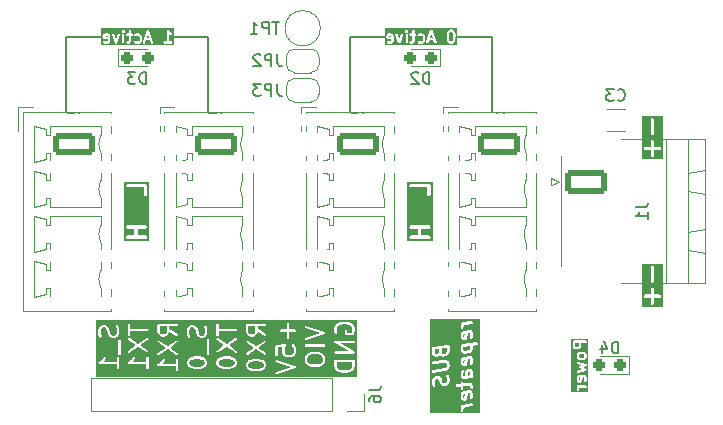
<source format=gbr>
%TF.GenerationSoftware,KiCad,Pcbnew,9.0.6*%
%TF.CreationDate,2025-12-21T18:24:03+01:00*%
%TF.ProjectId,repeater,72657065-6174-4657-922e-6b696361645f,rev?*%
%TF.SameCoordinates,Original*%
%TF.FileFunction,Legend,Bot*%
%TF.FilePolarity,Positive*%
%FSLAX46Y46*%
G04 Gerber Fmt 4.6, Leading zero omitted, Abs format (unit mm)*
G04 Created by KiCad (PCBNEW 9.0.6) date 2025-12-21 18:24:03*
%MOMM*%
%LPD*%
G01*
G04 APERTURE LIST*
G04 Aperture macros list*
%AMRoundRect*
0 Rectangle with rounded corners*
0 $1 Rounding radius*
0 $2 $3 $4 $5 $6 $7 $8 $9 X,Y pos of 4 corners*
0 Add a 4 corners polygon primitive as box body*
4,1,4,$2,$3,$4,$5,$6,$7,$8,$9,$2,$3,0*
0 Add four circle primitives for the rounded corners*
1,1,$1+$1,$2,$3*
1,1,$1+$1,$4,$5*
1,1,$1+$1,$6,$7*
1,1,$1+$1,$8,$9*
0 Add four rect primitives between the rounded corners*
20,1,$1+$1,$2,$3,$4,$5,0*
20,1,$1+$1,$4,$5,$6,$7,0*
20,1,$1+$1,$6,$7,$8,$9,0*
20,1,$1+$1,$8,$9,$2,$3,0*%
%AMFreePoly0*
4,1,23,0.000000,0.745722,0.065263,0.745722,0.191342,0.711940,0.304381,0.646677,0.396677,0.554381,0.461940,0.441342,0.495722,0.315263,0.495722,0.250000,0.500000,0.250000,0.500000,-0.250000,0.495722,-0.250000,0.495722,-0.315263,0.461940,-0.441342,0.396677,-0.554381,0.304381,-0.646677,0.191342,-0.711940,0.065263,-0.745722,0.000000,-0.745722,0.000000,-0.750000,-0.500000,-0.750000,
-0.500000,0.750000,0.000000,0.750000,0.000000,0.745722,0.000000,0.745722,$1*%
%AMFreePoly1*
4,1,23,0.500000,-0.750000,0.000000,-0.750000,0.000000,-0.745722,-0.065263,-0.745722,-0.191342,-0.711940,-0.304381,-0.646677,-0.396677,-0.554381,-0.461940,-0.441342,-0.495722,-0.315263,-0.495722,-0.250000,-0.500000,-0.250000,-0.500000,0.250000,-0.495722,0.250000,-0.495722,0.315263,-0.461940,0.441342,-0.396677,0.554381,-0.304381,0.646677,-0.191342,0.711940,-0.065263,0.745722,0.000000,0.745722,
0.000000,0.750000,0.500000,0.750000,0.500000,-0.750000,0.500000,-0.750000,$1*%
G04 Aperture macros list end*
%ADD10C,0.300000*%
%ADD11C,0.150000*%
%ADD12C,0.200000*%
%ADD13C,0.250000*%
%ADD14C,0.120000*%
%ADD15C,1.000000*%
%ADD16C,2.000000*%
%ADD17C,0.000000*%
%ADD18RoundRect,0.237500X-0.287500X-0.237500X0.287500X-0.237500X0.287500X0.237500X-0.287500X0.237500X0*%
%ADD19RoundRect,0.237500X0.287500X0.237500X-0.287500X0.237500X-0.287500X-0.237500X0.287500X-0.237500X0*%
%ADD20FreePoly0,0.000000*%
%ADD21FreePoly1,0.000000*%
%ADD22FreePoly0,180.000000*%
%ADD23FreePoly1,180.000000*%
%ADD24R,1.700000X1.700000*%
%ADD25C,1.700000*%
%ADD26C,1.300000*%
%ADD27C,1.600000*%
%ADD28C,2.000000*%
%ADD29O,3.600000X2.000000*%
%ADD30RoundRect,0.250000X-1.550000X0.750000X-1.550000X-0.750000X1.550000X-0.750000X1.550000X0.750000X0*%
%ADD31O,3.600000X1.800000*%
%ADD32RoundRect,0.250000X-1.550000X0.650000X-1.550000X-0.650000X1.550000X-0.650000X1.550000X0.650000X0*%
G04 APERTURE END LIST*
D10*
G36*
X111244995Y-69995238D02*
G01*
X109114543Y-69995238D01*
X109114543Y-68792164D01*
X109281210Y-68792164D01*
X109281210Y-68850692D01*
X109303608Y-68904764D01*
X109344992Y-68946148D01*
X109399064Y-68968546D01*
X109428328Y-68971428D01*
X109992614Y-68971428D01*
X109992614Y-69528571D01*
X109428328Y-69528571D01*
X109399064Y-69531453D01*
X109344992Y-69553851D01*
X109303608Y-69595235D01*
X109281210Y-69649307D01*
X109281210Y-69707835D01*
X109303608Y-69761907D01*
X109344992Y-69803291D01*
X109399064Y-69825689D01*
X109428328Y-69828571D01*
X110928328Y-69828571D01*
X110957592Y-69825689D01*
X111011664Y-69803291D01*
X111053048Y-69761907D01*
X111075446Y-69707835D01*
X111075446Y-69649307D01*
X111053048Y-69595235D01*
X111011664Y-69553851D01*
X110957592Y-69531453D01*
X110928328Y-69528571D01*
X110292614Y-69528571D01*
X110292614Y-68971428D01*
X110928328Y-68971428D01*
X110957592Y-68968546D01*
X111011664Y-68946148D01*
X111053048Y-68904764D01*
X111075446Y-68850692D01*
X111075446Y-68792164D01*
X111053048Y-68738092D01*
X111011664Y-68696708D01*
X110957592Y-68674310D01*
X110928328Y-68671428D01*
X109428328Y-68671428D01*
X109399064Y-68674310D01*
X109344992Y-68696708D01*
X109303608Y-68738092D01*
X109281210Y-68792164D01*
X109114543Y-68792164D01*
X109114543Y-65292164D01*
X109281210Y-65292164D01*
X109281210Y-65350692D01*
X109303608Y-65404764D01*
X109344992Y-65446148D01*
X109399064Y-65468546D01*
X109428328Y-65471428D01*
X110778328Y-65471428D01*
X110778328Y-66035714D01*
X110781210Y-66064978D01*
X110803608Y-66119050D01*
X110844992Y-66160434D01*
X110899064Y-66182832D01*
X110957592Y-66182832D01*
X111011664Y-66160434D01*
X111053048Y-66119050D01*
X111075446Y-66064978D01*
X111078328Y-66035714D01*
X111078328Y-65321428D01*
X111075446Y-65292164D01*
X111053048Y-65238092D01*
X111011664Y-65196708D01*
X110957592Y-65174310D01*
X110928328Y-65171428D01*
X109428328Y-65171428D01*
X109399064Y-65174310D01*
X109344992Y-65196708D01*
X109303608Y-65238092D01*
X109281210Y-65292164D01*
X109114543Y-65292164D01*
X109114543Y-65004761D01*
X111244995Y-65004761D01*
X111244995Y-69995238D01*
G37*
G36*
X135244995Y-69995238D02*
G01*
X133114543Y-69995238D01*
X133114543Y-68792164D01*
X133281210Y-68792164D01*
X133281210Y-68850692D01*
X133303608Y-68904764D01*
X133344992Y-68946148D01*
X133399064Y-68968546D01*
X133428328Y-68971428D01*
X133992614Y-68971428D01*
X133992614Y-69528571D01*
X133428328Y-69528571D01*
X133399064Y-69531453D01*
X133344992Y-69553851D01*
X133303608Y-69595235D01*
X133281210Y-69649307D01*
X133281210Y-69707835D01*
X133303608Y-69761907D01*
X133344992Y-69803291D01*
X133399064Y-69825689D01*
X133428328Y-69828571D01*
X134928328Y-69828571D01*
X134957592Y-69825689D01*
X135011664Y-69803291D01*
X135053048Y-69761907D01*
X135075446Y-69707835D01*
X135075446Y-69649307D01*
X135053048Y-69595235D01*
X135011664Y-69553851D01*
X134957592Y-69531453D01*
X134928328Y-69528571D01*
X134292614Y-69528571D01*
X134292614Y-68971428D01*
X134928328Y-68971428D01*
X134957592Y-68968546D01*
X135011664Y-68946148D01*
X135053048Y-68904764D01*
X135075446Y-68850692D01*
X135075446Y-68792164D01*
X135053048Y-68738092D01*
X135011664Y-68696708D01*
X134957592Y-68674310D01*
X134928328Y-68671428D01*
X133428328Y-68671428D01*
X133399064Y-68674310D01*
X133344992Y-68696708D01*
X133303608Y-68738092D01*
X133281210Y-68792164D01*
X133114543Y-68792164D01*
X133114543Y-65292164D01*
X133281210Y-65292164D01*
X133281210Y-65350692D01*
X133303608Y-65404764D01*
X133344992Y-65446148D01*
X133399064Y-65468546D01*
X133428328Y-65471428D01*
X134778328Y-65471428D01*
X134778328Y-66035714D01*
X134781210Y-66064978D01*
X134803608Y-66119050D01*
X134844992Y-66160434D01*
X134899064Y-66182832D01*
X134957592Y-66182832D01*
X135011664Y-66160434D01*
X135053048Y-66119050D01*
X135075446Y-66064978D01*
X135078328Y-66035714D01*
X135078328Y-65321428D01*
X135075446Y-65292164D01*
X135053048Y-65238092D01*
X135011664Y-65196708D01*
X134957592Y-65174310D01*
X134928328Y-65171428D01*
X133428328Y-65171428D01*
X133399064Y-65174310D01*
X133344992Y-65196708D01*
X133303608Y-65238092D01*
X133281210Y-65292164D01*
X133114543Y-65292164D01*
X133114543Y-65004761D01*
X135244995Y-65004761D01*
X135244995Y-69995238D01*
G37*
G36*
X154742113Y-75563785D02*
G01*
X152971686Y-75563785D01*
X152971686Y-74649307D01*
X153138353Y-74649307D01*
X153138353Y-74707835D01*
X153160751Y-74761907D01*
X153202135Y-74803291D01*
X153256207Y-74825689D01*
X153285471Y-74828571D01*
X153706900Y-74828571D01*
X153706900Y-75250000D01*
X153709782Y-75279264D01*
X153732180Y-75333336D01*
X153773564Y-75374720D01*
X153827636Y-75397118D01*
X153886164Y-75397118D01*
X153940236Y-75374720D01*
X153981620Y-75333336D01*
X154004018Y-75279264D01*
X154006900Y-75250000D01*
X154006900Y-74828571D01*
X154428328Y-74828571D01*
X154457592Y-74825689D01*
X154511664Y-74803291D01*
X154553048Y-74761907D01*
X154575446Y-74707835D01*
X154575446Y-74649307D01*
X154553048Y-74595235D01*
X154511664Y-74553851D01*
X154457592Y-74531453D01*
X154428328Y-74528571D01*
X154006900Y-74528571D01*
X154006900Y-74107142D01*
X154004018Y-74077878D01*
X153981620Y-74023806D01*
X153940236Y-73982422D01*
X153886164Y-73960024D01*
X153827636Y-73960024D01*
X153773564Y-73982422D01*
X153732180Y-74023806D01*
X153709782Y-74077878D01*
X153706900Y-74107142D01*
X153706900Y-74528571D01*
X153285471Y-74528571D01*
X153256207Y-74531453D01*
X153202135Y-74553851D01*
X153160751Y-74595235D01*
X153138353Y-74649307D01*
X152971686Y-74649307D01*
X152971686Y-72249999D01*
X153706900Y-72249999D01*
X153706900Y-73392857D01*
X153709782Y-73422121D01*
X153732180Y-73476193D01*
X153773564Y-73517577D01*
X153827636Y-73539975D01*
X153886164Y-73539975D01*
X153940236Y-73517577D01*
X153981620Y-73476193D01*
X154004018Y-73422121D01*
X154006900Y-73392857D01*
X154006900Y-72249999D01*
X154004018Y-72220735D01*
X153981620Y-72166663D01*
X153940236Y-72125279D01*
X153886164Y-72102881D01*
X153827636Y-72102881D01*
X153773564Y-72125279D01*
X153732180Y-72166663D01*
X153709782Y-72220735D01*
X153706900Y-72249999D01*
X152971686Y-72249999D01*
X152971686Y-71936214D01*
X154742113Y-71936214D01*
X154742113Y-75563785D01*
G37*
G36*
X154742113Y-63063785D02*
G01*
X152971686Y-63063785D01*
X152971686Y-62149307D01*
X153138353Y-62149307D01*
X153138353Y-62207835D01*
X153160751Y-62261907D01*
X153202135Y-62303291D01*
X153256207Y-62325689D01*
X153285471Y-62328571D01*
X153706900Y-62328571D01*
X153706900Y-62750000D01*
X153709782Y-62779264D01*
X153732180Y-62833336D01*
X153773564Y-62874720D01*
X153827636Y-62897118D01*
X153886164Y-62897118D01*
X153940236Y-62874720D01*
X153981620Y-62833336D01*
X154004018Y-62779264D01*
X154006900Y-62750000D01*
X154006900Y-62328571D01*
X154428328Y-62328571D01*
X154457592Y-62325689D01*
X154511664Y-62303291D01*
X154553048Y-62261907D01*
X154575446Y-62207835D01*
X154575446Y-62149307D01*
X154553048Y-62095235D01*
X154511664Y-62053851D01*
X154457592Y-62031453D01*
X154428328Y-62028571D01*
X154006900Y-62028571D01*
X154006900Y-61607142D01*
X154004018Y-61577878D01*
X153981620Y-61523806D01*
X153940236Y-61482422D01*
X153886164Y-61460024D01*
X153827636Y-61460024D01*
X153773564Y-61482422D01*
X153732180Y-61523806D01*
X153709782Y-61577878D01*
X153706900Y-61607142D01*
X153706900Y-62028571D01*
X153285471Y-62028571D01*
X153256207Y-62031453D01*
X153202135Y-62053851D01*
X153160751Y-62095235D01*
X153138353Y-62149307D01*
X152971686Y-62149307D01*
X152971686Y-59749999D01*
X153706900Y-59749999D01*
X153706900Y-60892857D01*
X153709782Y-60922121D01*
X153732180Y-60976193D01*
X153773564Y-61017577D01*
X153827636Y-61039975D01*
X153886164Y-61039975D01*
X153940236Y-61017577D01*
X153981620Y-60976193D01*
X154004018Y-60922121D01*
X154006900Y-60892857D01*
X154006900Y-59749999D01*
X154004018Y-59720735D01*
X153981620Y-59666663D01*
X153940236Y-59625279D01*
X153886164Y-59602881D01*
X153827636Y-59602881D01*
X153773564Y-59625279D01*
X153732180Y-59666663D01*
X153709782Y-59720735D01*
X153706900Y-59749999D01*
X152971686Y-59749999D01*
X152971686Y-59436214D01*
X154742113Y-59436214D01*
X154742113Y-63063785D01*
G37*
D11*
X113250000Y-52750000D02*
X116250000Y-52750000D01*
X104250000Y-52750000D02*
X104250000Y-59092501D01*
X116250000Y-52750000D02*
X116250000Y-59092501D01*
X107250000Y-52750000D02*
X104250000Y-52750000D01*
D12*
G36*
X107746891Y-52657707D02*
G01*
X107769046Y-52702016D01*
X107769046Y-52746904D01*
X107497560Y-52692607D01*
X107515011Y-52657706D01*
X107559320Y-52635552D01*
X107702582Y-52635552D01*
X107746891Y-52657707D01*
G37*
G36*
X111254114Y-52816504D02*
G01*
X111055409Y-52816504D01*
X111154761Y-52518446D01*
X111254114Y-52816504D01*
G37*
G36*
X113317467Y-53413330D02*
G01*
X107181745Y-53413330D01*
X107181745Y-52678409D01*
X107292856Y-52678409D01*
X107292856Y-52773647D01*
X107294777Y-52793156D01*
X107298526Y-52802208D01*
X107300428Y-52811819D01*
X107305920Y-52820057D01*
X107309709Y-52829204D01*
X107316635Y-52836130D01*
X107322071Y-52844284D01*
X107330299Y-52849794D01*
X107337299Y-52856794D01*
X107346350Y-52860543D01*
X107354491Y-52865995D01*
X107373244Y-52871705D01*
X107373345Y-52871725D01*
X107373347Y-52871726D01*
X107373349Y-52871726D01*
X107769046Y-52950865D01*
X107769046Y-53035754D01*
X107746891Y-53080063D01*
X107702582Y-53102219D01*
X107559320Y-53102219D01*
X107485196Y-53065157D01*
X107466888Y-53058151D01*
X107427968Y-53055385D01*
X107390952Y-53067724D01*
X107361475Y-53093288D01*
X107344026Y-53128187D01*
X107341260Y-53167107D01*
X107353599Y-53204123D01*
X107379163Y-53233600D01*
X107395754Y-53244043D01*
X107490991Y-53291662D01*
X107509300Y-53298668D01*
X107512883Y-53298922D01*
X107516204Y-53300298D01*
X107535713Y-53302219D01*
X107726189Y-53302219D01*
X107745698Y-53300298D01*
X107749018Y-53298922D01*
X107752602Y-53298668D01*
X107770910Y-53291662D01*
X107866148Y-53244043D01*
X107869410Y-53241989D01*
X107870950Y-53241476D01*
X107872866Y-53239813D01*
X107882738Y-53233600D01*
X107890953Y-53224126D01*
X107900427Y-53215911D01*
X107906640Y-53206039D01*
X107908303Y-53204123D01*
X107908815Y-53202584D01*
X107910870Y-53199321D01*
X107958489Y-53104082D01*
X107965495Y-53085774D01*
X107965749Y-53082190D01*
X107967125Y-53078870D01*
X107969046Y-53059361D01*
X107969046Y-52678409D01*
X107967125Y-52658900D01*
X107965749Y-52655579D01*
X107965495Y-52651996D01*
X107958489Y-52633687D01*
X107916729Y-52550167D01*
X108103453Y-52550167D01*
X108108206Y-52569186D01*
X108346301Y-53235852D01*
X108354671Y-53253579D01*
X108358041Y-53257301D01*
X108360189Y-53261836D01*
X108371040Y-53271659D01*
X108380858Y-53282504D01*
X108385390Y-53284651D01*
X108389115Y-53288023D01*
X108402905Y-53292947D01*
X108416120Y-53299208D01*
X108421130Y-53299457D01*
X108425860Y-53301146D01*
X108440481Y-53300418D01*
X108455090Y-53301145D01*
X108459815Y-53299457D01*
X108464830Y-53299208D01*
X108478056Y-53292942D01*
X108491835Y-53288022D01*
X108495555Y-53284653D01*
X108500092Y-53282505D01*
X108509914Y-53271654D01*
X108520761Y-53261836D01*
X108522908Y-53257301D01*
X108526279Y-53253579D01*
X108534649Y-53235853D01*
X108772744Y-52569186D01*
X108777497Y-52550167D01*
X108776770Y-52535552D01*
X108959522Y-52535552D01*
X108959522Y-53202219D01*
X108961443Y-53221728D01*
X108976375Y-53257776D01*
X109003965Y-53285366D01*
X109040013Y-53300298D01*
X109079031Y-53300298D01*
X109115079Y-53285366D01*
X109142669Y-53257776D01*
X109157601Y-53221728D01*
X109159522Y-53202219D01*
X109159522Y-52535552D01*
X109157601Y-52516043D01*
X109294777Y-52516043D01*
X109294777Y-52555061D01*
X109309709Y-52591109D01*
X109337299Y-52618699D01*
X109373347Y-52633631D01*
X109392856Y-52635552D01*
X109530951Y-52635552D01*
X109530951Y-53035754D01*
X109508796Y-53080063D01*
X109464487Y-53102219D01*
X109392856Y-53102219D01*
X109373347Y-53104140D01*
X109337299Y-53119072D01*
X109309709Y-53146662D01*
X109294777Y-53182710D01*
X109294777Y-53221728D01*
X109309709Y-53257776D01*
X109337299Y-53285366D01*
X109373347Y-53300298D01*
X109392856Y-53302219D01*
X109488094Y-53302219D01*
X109507603Y-53300298D01*
X109510923Y-53298922D01*
X109514507Y-53298668D01*
X109532815Y-53291662D01*
X109628053Y-53244043D01*
X109631315Y-53241989D01*
X109632855Y-53241476D01*
X109634771Y-53239813D01*
X109644643Y-53233600D01*
X109652858Y-53224126D01*
X109662332Y-53215911D01*
X109668545Y-53206039D01*
X109670208Y-53204123D01*
X109670720Y-53202584D01*
X109672775Y-53199321D01*
X109720394Y-53104082D01*
X109727400Y-53085774D01*
X109727654Y-53082190D01*
X109729030Y-53078870D01*
X109730951Y-53059361D01*
X109730951Y-52635552D01*
X109773808Y-52635552D01*
X109793317Y-52633631D01*
X109829365Y-52618699D01*
X109856955Y-52591109D01*
X109865424Y-52570664D01*
X109960308Y-52570664D01*
X109963074Y-52609584D01*
X109980523Y-52644483D01*
X110010000Y-52670047D01*
X110047016Y-52682386D01*
X110085936Y-52679620D01*
X110104244Y-52672614D01*
X110178368Y-52635552D01*
X110321630Y-52635552D01*
X110381239Y-52665357D01*
X110405908Y-52690025D01*
X110435713Y-52749635D01*
X110435713Y-52988135D01*
X110405908Y-53047743D01*
X110381239Y-53072413D01*
X110321630Y-53102219D01*
X110178368Y-53102219D01*
X110104244Y-53065157D01*
X110085936Y-53058151D01*
X110047016Y-53055385D01*
X110010000Y-53067724D01*
X109980523Y-53093288D01*
X109963074Y-53128187D01*
X109960308Y-53167107D01*
X109972647Y-53204123D01*
X109998211Y-53233600D01*
X110014802Y-53244043D01*
X110110039Y-53291662D01*
X110128348Y-53298668D01*
X110131931Y-53298922D01*
X110135252Y-53300298D01*
X110154761Y-53302219D01*
X110345237Y-53302219D01*
X110364746Y-53300298D01*
X110368066Y-53298922D01*
X110371650Y-53298668D01*
X110389958Y-53291662D01*
X110485196Y-53244043D01*
X110493591Y-53238758D01*
X110496033Y-53237747D01*
X110498780Y-53235491D01*
X110501786Y-53233600D01*
X110503516Y-53231605D01*
X110511186Y-53225310D01*
X110546783Y-53189712D01*
X110722213Y-53189712D01*
X110724979Y-53228632D01*
X110742429Y-53263531D01*
X110771905Y-53289096D01*
X110808921Y-53301434D01*
X110847841Y-53298668D01*
X110882740Y-53281218D01*
X110908305Y-53251742D01*
X110916296Y-53233842D01*
X110988742Y-53016504D01*
X111320780Y-53016504D01*
X111393226Y-53233841D01*
X111401217Y-53251742D01*
X111426782Y-53281218D01*
X111461681Y-53298667D01*
X111500601Y-53301434D01*
X111537617Y-53289095D01*
X111567093Y-53263530D01*
X111584543Y-53228631D01*
X111587309Y-53189711D01*
X111585717Y-53182710D01*
X112437635Y-53182710D01*
X112437635Y-53221728D01*
X112452567Y-53257776D01*
X112480157Y-53285366D01*
X112516205Y-53300298D01*
X112535714Y-53302219D01*
X113107142Y-53302219D01*
X113126651Y-53300298D01*
X113162699Y-53285366D01*
X113190289Y-53257776D01*
X113205221Y-53221728D01*
X113205221Y-53182710D01*
X113190289Y-53146662D01*
X113162699Y-53119072D01*
X113126651Y-53104140D01*
X113107142Y-53102219D01*
X112921428Y-53102219D01*
X112921428Y-52491260D01*
X112941193Y-52511025D01*
X112948859Y-52517316D01*
X112950592Y-52519314D01*
X112953603Y-52521209D01*
X112956347Y-52523461D01*
X112958784Y-52524470D01*
X112967183Y-52529757D01*
X113062420Y-52577376D01*
X113080729Y-52584382D01*
X113119649Y-52587148D01*
X113156665Y-52574809D01*
X113186142Y-52549244D01*
X113203591Y-52514346D01*
X113206356Y-52475426D01*
X113194018Y-52438410D01*
X113168453Y-52408933D01*
X113151863Y-52398490D01*
X113071141Y-52358129D01*
X112994377Y-52281365D01*
X112904633Y-52146749D01*
X112904588Y-52146694D01*
X112904575Y-52146662D01*
X112904501Y-52146588D01*
X112892213Y-52131582D01*
X112883984Y-52126071D01*
X112876985Y-52119072D01*
X112867933Y-52115322D01*
X112859793Y-52109871D01*
X112850085Y-52107929D01*
X112840937Y-52104140D01*
X112831138Y-52104140D01*
X112821533Y-52102219D01*
X112811822Y-52104140D01*
X112801919Y-52104140D01*
X112792866Y-52107889D01*
X112783256Y-52109791D01*
X112775017Y-52115283D01*
X112765871Y-52119072D01*
X112758944Y-52125998D01*
X112750791Y-52131434D01*
X112745280Y-52139662D01*
X112738281Y-52146662D01*
X112734531Y-52155713D01*
X112729080Y-52163854D01*
X112727138Y-52173561D01*
X112723349Y-52182710D01*
X112721448Y-52202012D01*
X112721428Y-52202114D01*
X112721434Y-52202148D01*
X112721428Y-52202219D01*
X112721428Y-53102219D01*
X112535714Y-53102219D01*
X112516205Y-53104140D01*
X112480157Y-53119072D01*
X112452567Y-53146662D01*
X112437635Y-53182710D01*
X111585717Y-53182710D01*
X111582962Y-53170596D01*
X111249629Y-52170596D01*
X111241638Y-52152696D01*
X111236953Y-52147294D01*
X111233760Y-52140908D01*
X111224291Y-52132695D01*
X111216073Y-52123220D01*
X111209681Y-52120023D01*
X111204284Y-52115343D01*
X111192390Y-52111378D01*
X111181174Y-52105770D01*
X111174046Y-52105263D01*
X111167268Y-52103004D01*
X111154763Y-52103893D01*
X111142254Y-52103004D01*
X111135472Y-52105264D01*
X111128348Y-52105771D01*
X111117139Y-52111374D01*
X111105238Y-52115342D01*
X111099837Y-52120025D01*
X111093449Y-52123220D01*
X111085233Y-52132691D01*
X111075762Y-52140907D01*
X111072567Y-52147296D01*
X111067884Y-52152696D01*
X111059893Y-52170597D01*
X110726560Y-53170596D01*
X110722213Y-53189712D01*
X110546783Y-53189712D01*
X110558805Y-53177690D01*
X110565097Y-53170023D01*
X110567094Y-53168292D01*
X110568987Y-53165284D01*
X110571242Y-53162537D01*
X110572253Y-53160095D01*
X110577537Y-53151701D01*
X110625156Y-53056464D01*
X110632162Y-53038155D01*
X110632416Y-53034571D01*
X110633792Y-53031251D01*
X110635713Y-53011742D01*
X110635713Y-52726028D01*
X110633792Y-52706519D01*
X110632416Y-52703198D01*
X110632162Y-52699615D01*
X110625156Y-52681306D01*
X110577537Y-52586069D01*
X110572251Y-52577672D01*
X110571241Y-52575232D01*
X110568987Y-52572486D01*
X110567094Y-52569478D01*
X110565096Y-52567745D01*
X110558804Y-52560079D01*
X110511186Y-52512460D01*
X110503515Y-52506165D01*
X110501786Y-52504171D01*
X110498778Y-52502277D01*
X110496032Y-52500024D01*
X110493592Y-52499013D01*
X110485196Y-52493728D01*
X110389958Y-52446109D01*
X110371650Y-52439103D01*
X110368066Y-52438848D01*
X110364746Y-52437473D01*
X110345237Y-52435552D01*
X110154761Y-52435552D01*
X110135252Y-52437473D01*
X110131931Y-52438848D01*
X110128348Y-52439103D01*
X110110039Y-52446109D01*
X110014802Y-52493728D01*
X109998211Y-52504171D01*
X109972647Y-52533648D01*
X109960308Y-52570664D01*
X109865424Y-52570664D01*
X109871887Y-52555061D01*
X109871887Y-52516043D01*
X109856955Y-52479995D01*
X109829365Y-52452405D01*
X109793317Y-52437473D01*
X109773808Y-52435552D01*
X109730951Y-52435552D01*
X109730951Y-52202219D01*
X109729030Y-52182710D01*
X109714098Y-52146662D01*
X109686508Y-52119072D01*
X109650460Y-52104140D01*
X109611442Y-52104140D01*
X109575394Y-52119072D01*
X109547804Y-52146662D01*
X109532872Y-52182710D01*
X109530951Y-52202219D01*
X109530951Y-52435552D01*
X109392856Y-52435552D01*
X109373347Y-52437473D01*
X109337299Y-52452405D01*
X109309709Y-52479995D01*
X109294777Y-52516043D01*
X109157601Y-52516043D01*
X109142669Y-52479995D01*
X109115079Y-52452405D01*
X109079031Y-52437473D01*
X109040013Y-52437473D01*
X109003965Y-52452405D01*
X108976375Y-52479995D01*
X108961443Y-52516043D01*
X108959522Y-52535552D01*
X108776770Y-52535552D01*
X108775559Y-52511197D01*
X108758856Y-52475935D01*
X108729930Y-52449749D01*
X108693185Y-52436626D01*
X108654215Y-52438563D01*
X108618953Y-52455267D01*
X108592766Y-52484192D01*
X108584396Y-52501919D01*
X108440475Y-52904897D01*
X108296554Y-52501918D01*
X108288184Y-52484192D01*
X108261997Y-52455266D01*
X108226735Y-52438563D01*
X108187765Y-52436625D01*
X108151020Y-52449748D01*
X108122094Y-52475935D01*
X108105391Y-52511197D01*
X108103453Y-52550167D01*
X107916729Y-52550167D01*
X107910870Y-52538450D01*
X107908815Y-52535186D01*
X107908303Y-52533648D01*
X107906641Y-52531732D01*
X107900427Y-52521859D01*
X107890951Y-52513641D01*
X107882738Y-52504171D01*
X107872866Y-52497957D01*
X107870950Y-52496295D01*
X107869411Y-52495781D01*
X107866148Y-52493728D01*
X107770910Y-52446109D01*
X107752602Y-52439103D01*
X107749018Y-52438848D01*
X107745698Y-52437473D01*
X107726189Y-52435552D01*
X107535713Y-52435552D01*
X107516204Y-52437473D01*
X107512883Y-52438848D01*
X107509300Y-52439103D01*
X107490991Y-52446109D01*
X107395754Y-52493728D01*
X107392490Y-52495782D01*
X107390952Y-52496295D01*
X107389036Y-52497956D01*
X107379163Y-52504171D01*
X107370945Y-52513646D01*
X107361475Y-52521860D01*
X107355261Y-52531731D01*
X107353599Y-52533648D01*
X107353085Y-52535186D01*
X107351032Y-52538450D01*
X107303413Y-52633688D01*
X107296407Y-52651996D01*
X107296152Y-52655579D01*
X107294777Y-52658900D01*
X107292856Y-52678409D01*
X107181745Y-52678409D01*
X107181745Y-52230329D01*
X108913824Y-52230329D01*
X108913824Y-52269347D01*
X108928756Y-52305395D01*
X108941192Y-52320549D01*
X108988811Y-52368167D01*
X109003964Y-52380604D01*
X109010814Y-52383441D01*
X109040013Y-52395536D01*
X109079031Y-52395536D01*
X109115079Y-52380604D01*
X109130233Y-52368168D01*
X109177851Y-52320549D01*
X109190288Y-52305396D01*
X109205219Y-52269347D01*
X109205219Y-52230329D01*
X109203735Y-52226746D01*
X109190288Y-52194280D01*
X109177851Y-52179127D01*
X109130233Y-52131508D01*
X109115079Y-52119072D01*
X109079031Y-52104140D01*
X109040013Y-52104140D01*
X109014522Y-52114698D01*
X109003964Y-52119072D01*
X108988811Y-52131509D01*
X108941192Y-52179127D01*
X108928757Y-52194280D01*
X108928756Y-52194281D01*
X108913824Y-52230329D01*
X107181745Y-52230329D01*
X107181745Y-51991108D01*
X113317467Y-51991108D01*
X113317467Y-53413330D01*
G37*
D11*
X128267500Y-52750000D02*
X128267500Y-59092501D01*
X131250000Y-52750000D02*
X128267500Y-52750000D01*
X140267500Y-52750000D02*
X140267500Y-59092501D01*
X137250000Y-52750000D02*
X140267500Y-52750000D01*
D12*
G36*
X131746891Y-52657707D02*
G01*
X131769046Y-52702016D01*
X131769046Y-52746904D01*
X131497560Y-52692607D01*
X131515011Y-52657706D01*
X131559320Y-52635552D01*
X131702582Y-52635552D01*
X131746891Y-52657707D01*
G37*
G36*
X136905049Y-52332024D02*
G01*
X136929718Y-52356692D01*
X136965171Y-52427599D01*
X137007142Y-52595480D01*
X137007142Y-52808956D01*
X136965171Y-52976837D01*
X136929718Y-53047743D01*
X136905049Y-53072413D01*
X136845440Y-53102219D01*
X136797416Y-53102219D01*
X136737806Y-53072414D01*
X136713139Y-53047746D01*
X136677684Y-52976837D01*
X136635714Y-52808956D01*
X136635714Y-52595481D01*
X136677684Y-52427599D01*
X136713138Y-52356692D01*
X136737806Y-52332023D01*
X136797416Y-52302219D01*
X136845440Y-52302219D01*
X136905049Y-52332024D01*
G37*
G36*
X135254114Y-52816504D02*
G01*
X135055409Y-52816504D01*
X135154761Y-52518446D01*
X135254114Y-52816504D01*
G37*
G36*
X137318253Y-53413330D02*
G01*
X131181745Y-53413330D01*
X131181745Y-52678409D01*
X131292856Y-52678409D01*
X131292856Y-52773647D01*
X131294777Y-52793156D01*
X131298526Y-52802208D01*
X131300428Y-52811819D01*
X131305920Y-52820057D01*
X131309709Y-52829204D01*
X131316635Y-52836130D01*
X131322071Y-52844284D01*
X131330299Y-52849794D01*
X131337299Y-52856794D01*
X131346350Y-52860543D01*
X131354491Y-52865995D01*
X131373244Y-52871705D01*
X131373345Y-52871725D01*
X131373347Y-52871726D01*
X131373349Y-52871726D01*
X131769046Y-52950865D01*
X131769046Y-53035754D01*
X131746891Y-53080063D01*
X131702582Y-53102219D01*
X131559320Y-53102219D01*
X131485196Y-53065157D01*
X131466888Y-53058151D01*
X131427968Y-53055385D01*
X131390952Y-53067724D01*
X131361475Y-53093288D01*
X131344026Y-53128187D01*
X131341260Y-53167107D01*
X131353599Y-53204123D01*
X131379163Y-53233600D01*
X131395754Y-53244043D01*
X131490991Y-53291662D01*
X131509300Y-53298668D01*
X131512883Y-53298922D01*
X131516204Y-53300298D01*
X131535713Y-53302219D01*
X131726189Y-53302219D01*
X131745698Y-53300298D01*
X131749018Y-53298922D01*
X131752602Y-53298668D01*
X131770910Y-53291662D01*
X131866148Y-53244043D01*
X131869410Y-53241989D01*
X131870950Y-53241476D01*
X131872866Y-53239813D01*
X131882738Y-53233600D01*
X131890953Y-53224126D01*
X131900427Y-53215911D01*
X131906640Y-53206039D01*
X131908303Y-53204123D01*
X131908815Y-53202584D01*
X131910870Y-53199321D01*
X131958489Y-53104082D01*
X131965495Y-53085774D01*
X131965749Y-53082190D01*
X131967125Y-53078870D01*
X131969046Y-53059361D01*
X131969046Y-52678409D01*
X131967125Y-52658900D01*
X131965749Y-52655579D01*
X131965495Y-52651996D01*
X131958489Y-52633687D01*
X131916729Y-52550167D01*
X132103453Y-52550167D01*
X132108206Y-52569186D01*
X132346301Y-53235852D01*
X132354671Y-53253579D01*
X132358041Y-53257301D01*
X132360189Y-53261836D01*
X132371040Y-53271659D01*
X132380858Y-53282504D01*
X132385390Y-53284651D01*
X132389115Y-53288023D01*
X132402905Y-53292947D01*
X132416120Y-53299208D01*
X132421130Y-53299457D01*
X132425860Y-53301146D01*
X132440481Y-53300418D01*
X132455090Y-53301145D01*
X132459815Y-53299457D01*
X132464830Y-53299208D01*
X132478056Y-53292942D01*
X132491835Y-53288022D01*
X132495555Y-53284653D01*
X132500092Y-53282505D01*
X132509914Y-53271654D01*
X132520761Y-53261836D01*
X132522908Y-53257301D01*
X132526279Y-53253579D01*
X132534649Y-53235853D01*
X132772744Y-52569186D01*
X132777497Y-52550167D01*
X132776770Y-52535552D01*
X132959522Y-52535552D01*
X132959522Y-53202219D01*
X132961443Y-53221728D01*
X132976375Y-53257776D01*
X133003965Y-53285366D01*
X133040013Y-53300298D01*
X133079031Y-53300298D01*
X133115079Y-53285366D01*
X133142669Y-53257776D01*
X133157601Y-53221728D01*
X133159522Y-53202219D01*
X133159522Y-52535552D01*
X133157601Y-52516043D01*
X133294777Y-52516043D01*
X133294777Y-52555061D01*
X133309709Y-52591109D01*
X133337299Y-52618699D01*
X133373347Y-52633631D01*
X133392856Y-52635552D01*
X133530951Y-52635552D01*
X133530951Y-53035754D01*
X133508796Y-53080063D01*
X133464487Y-53102219D01*
X133392856Y-53102219D01*
X133373347Y-53104140D01*
X133337299Y-53119072D01*
X133309709Y-53146662D01*
X133294777Y-53182710D01*
X133294777Y-53221728D01*
X133309709Y-53257776D01*
X133337299Y-53285366D01*
X133373347Y-53300298D01*
X133392856Y-53302219D01*
X133488094Y-53302219D01*
X133507603Y-53300298D01*
X133510923Y-53298922D01*
X133514507Y-53298668D01*
X133532815Y-53291662D01*
X133628053Y-53244043D01*
X133631315Y-53241989D01*
X133632855Y-53241476D01*
X133634771Y-53239813D01*
X133644643Y-53233600D01*
X133652858Y-53224126D01*
X133662332Y-53215911D01*
X133668545Y-53206039D01*
X133670208Y-53204123D01*
X133670720Y-53202584D01*
X133672775Y-53199321D01*
X133720394Y-53104082D01*
X133727400Y-53085774D01*
X133727654Y-53082190D01*
X133729030Y-53078870D01*
X133730951Y-53059361D01*
X133730951Y-52635552D01*
X133773808Y-52635552D01*
X133793317Y-52633631D01*
X133829365Y-52618699D01*
X133856955Y-52591109D01*
X133865424Y-52570664D01*
X133960308Y-52570664D01*
X133963074Y-52609584D01*
X133980523Y-52644483D01*
X134010000Y-52670047D01*
X134047016Y-52682386D01*
X134085936Y-52679620D01*
X134104244Y-52672614D01*
X134178368Y-52635552D01*
X134321630Y-52635552D01*
X134381239Y-52665357D01*
X134405908Y-52690025D01*
X134435713Y-52749635D01*
X134435713Y-52988135D01*
X134405908Y-53047743D01*
X134381239Y-53072413D01*
X134321630Y-53102219D01*
X134178368Y-53102219D01*
X134104244Y-53065157D01*
X134085936Y-53058151D01*
X134047016Y-53055385D01*
X134010000Y-53067724D01*
X133980523Y-53093288D01*
X133963074Y-53128187D01*
X133960308Y-53167107D01*
X133972647Y-53204123D01*
X133998211Y-53233600D01*
X134014802Y-53244043D01*
X134110039Y-53291662D01*
X134128348Y-53298668D01*
X134131931Y-53298922D01*
X134135252Y-53300298D01*
X134154761Y-53302219D01*
X134345237Y-53302219D01*
X134364746Y-53300298D01*
X134368066Y-53298922D01*
X134371650Y-53298668D01*
X134389958Y-53291662D01*
X134485196Y-53244043D01*
X134493591Y-53238758D01*
X134496033Y-53237747D01*
X134498780Y-53235491D01*
X134501786Y-53233600D01*
X134503516Y-53231605D01*
X134511186Y-53225310D01*
X134546783Y-53189712D01*
X134722213Y-53189712D01*
X134724979Y-53228632D01*
X134742429Y-53263531D01*
X134771905Y-53289096D01*
X134808921Y-53301434D01*
X134847841Y-53298668D01*
X134882740Y-53281218D01*
X134908305Y-53251742D01*
X134916296Y-53233842D01*
X134988742Y-53016504D01*
X135320780Y-53016504D01*
X135393226Y-53233841D01*
X135401217Y-53251742D01*
X135426782Y-53281218D01*
X135461681Y-53298667D01*
X135500601Y-53301434D01*
X135537617Y-53289095D01*
X135567093Y-53263530D01*
X135584543Y-53228631D01*
X135587309Y-53189711D01*
X135582962Y-53170596D01*
X135387154Y-52583171D01*
X136435714Y-52583171D01*
X136435714Y-52821266D01*
X136436049Y-52824668D01*
X136435832Y-52826127D01*
X136436911Y-52833424D01*
X136437635Y-52840775D01*
X136438199Y-52842138D01*
X136438700Y-52845520D01*
X136486319Y-53035995D01*
X136486832Y-53037432D01*
X136486884Y-53038155D01*
X136489992Y-53046279D01*
X136492914Y-53054456D01*
X136493344Y-53055036D01*
X136493890Y-53056463D01*
X136541509Y-53151701D01*
X136546792Y-53160093D01*
X136547804Y-53162537D01*
X136550060Y-53165286D01*
X136551952Y-53168291D01*
X136553946Y-53170020D01*
X136560241Y-53177690D01*
X136607859Y-53225310D01*
X136615527Y-53231603D01*
X136617259Y-53233600D01*
X136620267Y-53235493D01*
X136623013Y-53237747D01*
X136625453Y-53238757D01*
X136633850Y-53244043D01*
X136729087Y-53291662D01*
X136747396Y-53298668D01*
X136750979Y-53298922D01*
X136754300Y-53300298D01*
X136773809Y-53302219D01*
X136869047Y-53302219D01*
X136888556Y-53300298D01*
X136891876Y-53298922D01*
X136895460Y-53298668D01*
X136913768Y-53291662D01*
X137009006Y-53244043D01*
X137017401Y-53238758D01*
X137019843Y-53237747D01*
X137022590Y-53235491D01*
X137025596Y-53233600D01*
X137027326Y-53231605D01*
X137034996Y-53225310D01*
X137082615Y-53177690D01*
X137088907Y-53170023D01*
X137090904Y-53168292D01*
X137092797Y-53165284D01*
X137095052Y-53162537D01*
X137096063Y-53160095D01*
X137101347Y-53151701D01*
X137148966Y-53056464D01*
X137149512Y-53055035D01*
X137149942Y-53054456D01*
X137152863Y-53046279D01*
X137155972Y-53038155D01*
X137156023Y-53037434D01*
X137156537Y-53035996D01*
X137204156Y-52845520D01*
X137204656Y-52842138D01*
X137205221Y-52840775D01*
X137205944Y-52833424D01*
X137207024Y-52826127D01*
X137206806Y-52824668D01*
X137207142Y-52821266D01*
X137207142Y-52583171D01*
X137206806Y-52579768D01*
X137207024Y-52578310D01*
X137205944Y-52571012D01*
X137205221Y-52563662D01*
X137204656Y-52562298D01*
X137204156Y-52558917D01*
X137156537Y-52368441D01*
X137156023Y-52367002D01*
X137155972Y-52366282D01*
X137152863Y-52358157D01*
X137149942Y-52349981D01*
X137149512Y-52349401D01*
X137148966Y-52347973D01*
X137101347Y-52252736D01*
X137096061Y-52244339D01*
X137095051Y-52241899D01*
X137092797Y-52239153D01*
X137090904Y-52236145D01*
X137088906Y-52234412D01*
X137082614Y-52226746D01*
X137034996Y-52179127D01*
X137027325Y-52172832D01*
X137025596Y-52170838D01*
X137022588Y-52168944D01*
X137019842Y-52166691D01*
X137017402Y-52165680D01*
X137009006Y-52160395D01*
X136913768Y-52112776D01*
X136895460Y-52105770D01*
X136891876Y-52105515D01*
X136888556Y-52104140D01*
X136869047Y-52102219D01*
X136773809Y-52102219D01*
X136754300Y-52104140D01*
X136750979Y-52105515D01*
X136747396Y-52105770D01*
X136729087Y-52112776D01*
X136633850Y-52160395D01*
X136625453Y-52165680D01*
X136623013Y-52166691D01*
X136620267Y-52168944D01*
X136617259Y-52170838D01*
X136615526Y-52172835D01*
X136607860Y-52179128D01*
X136560241Y-52226746D01*
X136553946Y-52234416D01*
X136551952Y-52236146D01*
X136550058Y-52239153D01*
X136547805Y-52241900D01*
X136546794Y-52244339D01*
X136541509Y-52252736D01*
X136493890Y-52347974D01*
X136493344Y-52349400D01*
X136492914Y-52349981D01*
X136489992Y-52358157D01*
X136486884Y-52366282D01*
X136486832Y-52367004D01*
X136486319Y-52368442D01*
X136438700Y-52558917D01*
X136438199Y-52562298D01*
X136437635Y-52563662D01*
X136436911Y-52571012D01*
X136435832Y-52578310D01*
X136436049Y-52579768D01*
X136435714Y-52583171D01*
X135387154Y-52583171D01*
X135249629Y-52170596D01*
X135241638Y-52152696D01*
X135236953Y-52147294D01*
X135233760Y-52140908D01*
X135224291Y-52132695D01*
X135216073Y-52123220D01*
X135209681Y-52120023D01*
X135204284Y-52115343D01*
X135192390Y-52111378D01*
X135181174Y-52105770D01*
X135174046Y-52105263D01*
X135167268Y-52103004D01*
X135154763Y-52103893D01*
X135142254Y-52103004D01*
X135135472Y-52105264D01*
X135128348Y-52105771D01*
X135117139Y-52111374D01*
X135105238Y-52115342D01*
X135099837Y-52120025D01*
X135093449Y-52123220D01*
X135085233Y-52132691D01*
X135075762Y-52140907D01*
X135072567Y-52147296D01*
X135067884Y-52152696D01*
X135059893Y-52170597D01*
X134726560Y-53170596D01*
X134722213Y-53189712D01*
X134546783Y-53189712D01*
X134558805Y-53177690D01*
X134565097Y-53170023D01*
X134567094Y-53168292D01*
X134568987Y-53165284D01*
X134571242Y-53162537D01*
X134572253Y-53160095D01*
X134577537Y-53151701D01*
X134625156Y-53056464D01*
X134632162Y-53038155D01*
X134632416Y-53034571D01*
X134633792Y-53031251D01*
X134635713Y-53011742D01*
X134635713Y-52726028D01*
X134633792Y-52706519D01*
X134632416Y-52703198D01*
X134632162Y-52699615D01*
X134625156Y-52681306D01*
X134577537Y-52586069D01*
X134572251Y-52577672D01*
X134571241Y-52575232D01*
X134568987Y-52572486D01*
X134567094Y-52569478D01*
X134565096Y-52567745D01*
X134558804Y-52560079D01*
X134511186Y-52512460D01*
X134503515Y-52506165D01*
X134501786Y-52504171D01*
X134498778Y-52502277D01*
X134496032Y-52500024D01*
X134493592Y-52499013D01*
X134485196Y-52493728D01*
X134389958Y-52446109D01*
X134371650Y-52439103D01*
X134368066Y-52438848D01*
X134364746Y-52437473D01*
X134345237Y-52435552D01*
X134154761Y-52435552D01*
X134135252Y-52437473D01*
X134131931Y-52438848D01*
X134128348Y-52439103D01*
X134110039Y-52446109D01*
X134014802Y-52493728D01*
X133998211Y-52504171D01*
X133972647Y-52533648D01*
X133960308Y-52570664D01*
X133865424Y-52570664D01*
X133871887Y-52555061D01*
X133871887Y-52516043D01*
X133856955Y-52479995D01*
X133829365Y-52452405D01*
X133793317Y-52437473D01*
X133773808Y-52435552D01*
X133730951Y-52435552D01*
X133730951Y-52202219D01*
X133729030Y-52182710D01*
X133714098Y-52146662D01*
X133686508Y-52119072D01*
X133650460Y-52104140D01*
X133611442Y-52104140D01*
X133575394Y-52119072D01*
X133547804Y-52146662D01*
X133532872Y-52182710D01*
X133530951Y-52202219D01*
X133530951Y-52435552D01*
X133392856Y-52435552D01*
X133373347Y-52437473D01*
X133337299Y-52452405D01*
X133309709Y-52479995D01*
X133294777Y-52516043D01*
X133157601Y-52516043D01*
X133142669Y-52479995D01*
X133115079Y-52452405D01*
X133079031Y-52437473D01*
X133040013Y-52437473D01*
X133003965Y-52452405D01*
X132976375Y-52479995D01*
X132961443Y-52516043D01*
X132959522Y-52535552D01*
X132776770Y-52535552D01*
X132775559Y-52511197D01*
X132758856Y-52475935D01*
X132729930Y-52449749D01*
X132693185Y-52436626D01*
X132654215Y-52438563D01*
X132618953Y-52455267D01*
X132592766Y-52484192D01*
X132584396Y-52501919D01*
X132440475Y-52904897D01*
X132296554Y-52501918D01*
X132288184Y-52484192D01*
X132261997Y-52455266D01*
X132226735Y-52438563D01*
X132187765Y-52436625D01*
X132151020Y-52449748D01*
X132122094Y-52475935D01*
X132105391Y-52511197D01*
X132103453Y-52550167D01*
X131916729Y-52550167D01*
X131910870Y-52538450D01*
X131908815Y-52535186D01*
X131908303Y-52533648D01*
X131906641Y-52531732D01*
X131900427Y-52521859D01*
X131890951Y-52513641D01*
X131882738Y-52504171D01*
X131872866Y-52497957D01*
X131870950Y-52496295D01*
X131869411Y-52495781D01*
X131866148Y-52493728D01*
X131770910Y-52446109D01*
X131752602Y-52439103D01*
X131749018Y-52438848D01*
X131745698Y-52437473D01*
X131726189Y-52435552D01*
X131535713Y-52435552D01*
X131516204Y-52437473D01*
X131512883Y-52438848D01*
X131509300Y-52439103D01*
X131490991Y-52446109D01*
X131395754Y-52493728D01*
X131392490Y-52495782D01*
X131390952Y-52496295D01*
X131389036Y-52497956D01*
X131379163Y-52504171D01*
X131370945Y-52513646D01*
X131361475Y-52521860D01*
X131355261Y-52531731D01*
X131353599Y-52533648D01*
X131353085Y-52535186D01*
X131351032Y-52538450D01*
X131303413Y-52633688D01*
X131296407Y-52651996D01*
X131296152Y-52655579D01*
X131294777Y-52658900D01*
X131292856Y-52678409D01*
X131181745Y-52678409D01*
X131181745Y-52230329D01*
X132913824Y-52230329D01*
X132913824Y-52269347D01*
X132928756Y-52305395D01*
X132941192Y-52320549D01*
X132988811Y-52368167D01*
X133003964Y-52380604D01*
X133014522Y-52384977D01*
X133040013Y-52395536D01*
X133079031Y-52395536D01*
X133115079Y-52380604D01*
X133130233Y-52368168D01*
X133177851Y-52320549D01*
X133190288Y-52305396D01*
X133205219Y-52269347D01*
X133205219Y-52230329D01*
X133203735Y-52226746D01*
X133190288Y-52194280D01*
X133177851Y-52179127D01*
X133130233Y-52131508D01*
X133115079Y-52119072D01*
X133079031Y-52104140D01*
X133040013Y-52104140D01*
X133014522Y-52114698D01*
X133003964Y-52119072D01*
X132988811Y-52131509D01*
X132941192Y-52179127D01*
X132928757Y-52194280D01*
X132928756Y-52194281D01*
X132913824Y-52230329D01*
X131181745Y-52230329D01*
X131181745Y-51991108D01*
X137318253Y-51991108D01*
X137318253Y-53413330D01*
G37*
G36*
X147692607Y-81800056D02*
G01*
X147657707Y-81782606D01*
X147635552Y-81738296D01*
X147635552Y-81595035D01*
X147657707Y-81550725D01*
X147702016Y-81528571D01*
X147746905Y-81528571D01*
X147692607Y-81800056D01*
G37*
G36*
X148047746Y-79605996D02*
G01*
X148072414Y-79630663D01*
X148102219Y-79690273D01*
X148102219Y-79785916D01*
X148072414Y-79845525D01*
X148047746Y-79870192D01*
X147988135Y-79899999D01*
X147749635Y-79899999D01*
X147690025Y-79870194D01*
X147665357Y-79845525D01*
X147635552Y-79785915D01*
X147635552Y-79690273D01*
X147665357Y-79630663D01*
X147690025Y-79605994D01*
X147749635Y-79576190D01*
X147988135Y-79576190D01*
X148047746Y-79605996D01*
G37*
G36*
X147626028Y-78881154D02*
G01*
X147596223Y-78940763D01*
X147571554Y-78965431D01*
X147511945Y-78995237D01*
X147416302Y-78995237D01*
X147356692Y-78965432D01*
X147332024Y-78940763D01*
X147302219Y-78881153D01*
X147302219Y-78623809D01*
X147626028Y-78623809D01*
X147626028Y-78881154D01*
G37*
G36*
X148413330Y-82828237D02*
G01*
X146991108Y-82828237D01*
X146991108Y-82523809D01*
X147435552Y-82523809D01*
X147435552Y-82619047D01*
X147437473Y-82638556D01*
X147452405Y-82674604D01*
X147479995Y-82702194D01*
X147516043Y-82717126D01*
X147555061Y-82717126D01*
X147591109Y-82702194D01*
X147618699Y-82674604D01*
X147633631Y-82638556D01*
X147635552Y-82619047D01*
X147635552Y-82547416D01*
X147665357Y-82487806D01*
X147690025Y-82463137D01*
X147749635Y-82433333D01*
X148202219Y-82433333D01*
X148221728Y-82431412D01*
X148257776Y-82416480D01*
X148285366Y-82388890D01*
X148300298Y-82352842D01*
X148300298Y-82313824D01*
X148285366Y-82277776D01*
X148257776Y-82250186D01*
X148221728Y-82235254D01*
X148202219Y-82233333D01*
X147535552Y-82233333D01*
X147516043Y-82235254D01*
X147479995Y-82250186D01*
X147452405Y-82277776D01*
X147437473Y-82313824D01*
X147437473Y-82352842D01*
X147452405Y-82388890D01*
X147478273Y-82414758D01*
X147446109Y-82479088D01*
X147439103Y-82497396D01*
X147438848Y-82500979D01*
X147437473Y-82504300D01*
X147435552Y-82523809D01*
X146991108Y-82523809D01*
X146991108Y-81571428D01*
X147435552Y-81571428D01*
X147435552Y-81761904D01*
X147437473Y-81781413D01*
X147438848Y-81784733D01*
X147439103Y-81788317D01*
X147446109Y-81806625D01*
X147493728Y-81901863D01*
X147495781Y-81905126D01*
X147496295Y-81906665D01*
X147497957Y-81908581D01*
X147504171Y-81918453D01*
X147513641Y-81926666D01*
X147521859Y-81936142D01*
X147531732Y-81942356D01*
X147533648Y-81944018D01*
X147535186Y-81944530D01*
X147538450Y-81946585D01*
X147633687Y-81994204D01*
X147651996Y-82001210D01*
X147655579Y-82001464D01*
X147658900Y-82002840D01*
X147678409Y-82004761D01*
X147773542Y-82004761D01*
X147773647Y-82004761D01*
X147793156Y-82002840D01*
X147802208Y-81999090D01*
X147811819Y-81997189D01*
X147820057Y-81991696D01*
X147829204Y-81987908D01*
X147836130Y-81980981D01*
X147844284Y-81975546D01*
X147849794Y-81967317D01*
X147856794Y-81960318D01*
X147860543Y-81951266D01*
X147865995Y-81943126D01*
X147871705Y-81924373D01*
X147950865Y-81528571D01*
X148035754Y-81528571D01*
X148080064Y-81550725D01*
X148102219Y-81595035D01*
X148102219Y-81738297D01*
X148065157Y-81812421D01*
X148058151Y-81830729D01*
X148055385Y-81869649D01*
X148067724Y-81906665D01*
X148093288Y-81936142D01*
X148128187Y-81953591D01*
X148167107Y-81956357D01*
X148204123Y-81944018D01*
X148233600Y-81918454D01*
X148244043Y-81901863D01*
X148291662Y-81806626D01*
X148298668Y-81788317D01*
X148298922Y-81784733D01*
X148300298Y-81781413D01*
X148302219Y-81761904D01*
X148302219Y-81571428D01*
X148300298Y-81551919D01*
X148298922Y-81548598D01*
X148298668Y-81545015D01*
X148291662Y-81526706D01*
X148244043Y-81431469D01*
X148241989Y-81428206D01*
X148241476Y-81426666D01*
X148239812Y-81424748D01*
X148233600Y-81414878D01*
X148224125Y-81406661D01*
X148215911Y-81397190D01*
X148206039Y-81390976D01*
X148204123Y-81389314D01*
X148202584Y-81388800D01*
X148199321Y-81386747D01*
X148104082Y-81339128D01*
X148085773Y-81332122D01*
X148082190Y-81331867D01*
X148078870Y-81330492D01*
X148059361Y-81328571D01*
X147678409Y-81328571D01*
X147658900Y-81330492D01*
X147655579Y-81331867D01*
X147651996Y-81332122D01*
X147633687Y-81339128D01*
X147538450Y-81386747D01*
X147535186Y-81388801D01*
X147533648Y-81389314D01*
X147531732Y-81390975D01*
X147521859Y-81397190D01*
X147513641Y-81406665D01*
X147504171Y-81414879D01*
X147497957Y-81424750D01*
X147496295Y-81426667D01*
X147495781Y-81428205D01*
X147493728Y-81431469D01*
X147446109Y-81526707D01*
X147439103Y-81545015D01*
X147438848Y-81548598D01*
X147437473Y-81551919D01*
X147435552Y-81571428D01*
X146991108Y-81571428D01*
X146991108Y-80325147D01*
X147435887Y-80325147D01*
X147440341Y-80363910D01*
X147459290Y-80398018D01*
X147489849Y-80422279D01*
X147508080Y-80429485D01*
X147893482Y-80539599D01*
X147688889Y-80621437D01*
X147671489Y-80630466D01*
X147670599Y-80631334D01*
X147669461Y-80631822D01*
X147656670Y-80644927D01*
X147643565Y-80657718D01*
X147643077Y-80658856D01*
X147642209Y-80659746D01*
X147635389Y-80676794D01*
X147628195Y-80693582D01*
X147628179Y-80694818D01*
X147627718Y-80695973D01*
X147627941Y-80714285D01*
X147627718Y-80732597D01*
X147628179Y-80733751D01*
X147628195Y-80734988D01*
X147635389Y-80751775D01*
X147642209Y-80768824D01*
X147643077Y-80769713D01*
X147643565Y-80770852D01*
X147656670Y-80783642D01*
X147669461Y-80796748D01*
X147670599Y-80797235D01*
X147671489Y-80798104D01*
X147688889Y-80807133D01*
X147893482Y-80888970D01*
X147508080Y-80999085D01*
X147489849Y-81006291D01*
X147459290Y-81030552D01*
X147440341Y-81064660D01*
X147435887Y-81103423D01*
X147446606Y-81140940D01*
X147470867Y-81171499D01*
X147504975Y-81190448D01*
X147543738Y-81194902D01*
X147563024Y-81191389D01*
X148229691Y-81000913D01*
X148247922Y-80993707D01*
X148252923Y-80989736D01*
X148258786Y-80987224D01*
X148268067Y-80977713D01*
X148278481Y-80969446D01*
X148281580Y-80963866D01*
X148286037Y-80959300D01*
X148290974Y-80946957D01*
X148297429Y-80935338D01*
X148298157Y-80928999D01*
X148300528Y-80923073D01*
X148300365Y-80909784D01*
X148301884Y-80896575D01*
X148300129Y-80890435D01*
X148300052Y-80884057D01*
X148294818Y-80871845D01*
X148291165Y-80859058D01*
X148287194Y-80854057D01*
X148284682Y-80848194D01*
X148275170Y-80838911D01*
X148266904Y-80828499D01*
X148261326Y-80825400D01*
X148256758Y-80820942D01*
X148239358Y-80811913D01*
X147995287Y-80714285D01*
X148239358Y-80616657D01*
X148256758Y-80607628D01*
X148261326Y-80603169D01*
X148266904Y-80600071D01*
X148275170Y-80589658D01*
X148284682Y-80580376D01*
X148287194Y-80574512D01*
X148291165Y-80569512D01*
X148294818Y-80556724D01*
X148300052Y-80544513D01*
X148300129Y-80538134D01*
X148301884Y-80531995D01*
X148300365Y-80518785D01*
X148300528Y-80505497D01*
X148298157Y-80499570D01*
X148297429Y-80493232D01*
X148290974Y-80481612D01*
X148286037Y-80469270D01*
X148281580Y-80464703D01*
X148278481Y-80459124D01*
X148268067Y-80450856D01*
X148258786Y-80441346D01*
X148252923Y-80438833D01*
X148247922Y-80434863D01*
X148229691Y-80427657D01*
X147563024Y-80237181D01*
X147543738Y-80233668D01*
X147504975Y-80238122D01*
X147470867Y-80257071D01*
X147446606Y-80287630D01*
X147435887Y-80325147D01*
X146991108Y-80325147D01*
X146991108Y-79666666D01*
X147435552Y-79666666D01*
X147435552Y-79809523D01*
X147437473Y-79829032D01*
X147438848Y-79832352D01*
X147439103Y-79835936D01*
X147446109Y-79854244D01*
X147493728Y-79949482D01*
X147499013Y-79957878D01*
X147500024Y-79960318D01*
X147502277Y-79963064D01*
X147504171Y-79966072D01*
X147506165Y-79967801D01*
X147512460Y-79975472D01*
X147560079Y-80023090D01*
X147567745Y-80029382D01*
X147569478Y-80031380D01*
X147572486Y-80033273D01*
X147575232Y-80035527D01*
X147577672Y-80036537D01*
X147586069Y-80041823D01*
X147681306Y-80089442D01*
X147699615Y-80096448D01*
X147703198Y-80096702D01*
X147706519Y-80098078D01*
X147726028Y-80099999D01*
X148011742Y-80099999D01*
X148031251Y-80098078D01*
X148034571Y-80096702D01*
X148038155Y-80096448D01*
X148056463Y-80089442D01*
X148151701Y-80041823D01*
X148160093Y-80036539D01*
X148162537Y-80035528D01*
X148165286Y-80033271D01*
X148168291Y-80031380D01*
X148170020Y-80029385D01*
X148177690Y-80023091D01*
X148225310Y-79975473D01*
X148231603Y-79967804D01*
X148233600Y-79966073D01*
X148235493Y-79963064D01*
X148237747Y-79960319D01*
X148238757Y-79957878D01*
X148244043Y-79949482D01*
X148291662Y-79854245D01*
X148298668Y-79835936D01*
X148298922Y-79832352D01*
X148300298Y-79829032D01*
X148302219Y-79809523D01*
X148302219Y-79666666D01*
X148300298Y-79647157D01*
X148298922Y-79643836D01*
X148298668Y-79640253D01*
X148291662Y-79621944D01*
X148244043Y-79526707D01*
X148238757Y-79518310D01*
X148237747Y-79515870D01*
X148235493Y-79513124D01*
X148233600Y-79510116D01*
X148231603Y-79508384D01*
X148225310Y-79500716D01*
X148177690Y-79453098D01*
X148170020Y-79446803D01*
X148168291Y-79444809D01*
X148165286Y-79442917D01*
X148162537Y-79440661D01*
X148160093Y-79439649D01*
X148151701Y-79434366D01*
X148056463Y-79386747D01*
X148038155Y-79379741D01*
X148034571Y-79379486D01*
X148031251Y-79378111D01*
X148011742Y-79376190D01*
X147726028Y-79376190D01*
X147706519Y-79378111D01*
X147703198Y-79379486D01*
X147699615Y-79379741D01*
X147681306Y-79386747D01*
X147586069Y-79434366D01*
X147577672Y-79439651D01*
X147575232Y-79440662D01*
X147572486Y-79442915D01*
X147569478Y-79444809D01*
X147567745Y-79446806D01*
X147560079Y-79453099D01*
X147512460Y-79500717D01*
X147506165Y-79508387D01*
X147504171Y-79510117D01*
X147502277Y-79513124D01*
X147500024Y-79515871D01*
X147499013Y-79518310D01*
X147493728Y-79526707D01*
X147446109Y-79621945D01*
X147439103Y-79640253D01*
X147438848Y-79643836D01*
X147437473Y-79647157D01*
X147435552Y-79666666D01*
X146991108Y-79666666D01*
X146991108Y-78523809D01*
X147102219Y-78523809D01*
X147102219Y-78904761D01*
X147104140Y-78924270D01*
X147105515Y-78927590D01*
X147105770Y-78931174D01*
X147112776Y-78949482D01*
X147160395Y-79044720D01*
X147165680Y-79053116D01*
X147166691Y-79055556D01*
X147168944Y-79058302D01*
X147170838Y-79061310D01*
X147172832Y-79063039D01*
X147179127Y-79070710D01*
X147226746Y-79118328D01*
X147234412Y-79124620D01*
X147236145Y-79126618D01*
X147239153Y-79128511D01*
X147241899Y-79130765D01*
X147244339Y-79131775D01*
X147252736Y-79137061D01*
X147347973Y-79184680D01*
X147366282Y-79191686D01*
X147369865Y-79191940D01*
X147373186Y-79193316D01*
X147392695Y-79195237D01*
X147535552Y-79195237D01*
X147555061Y-79193316D01*
X147558381Y-79191940D01*
X147561965Y-79191686D01*
X147580273Y-79184680D01*
X147675511Y-79137061D01*
X147683907Y-79131775D01*
X147686347Y-79130765D01*
X147689093Y-79128511D01*
X147692101Y-79126618D01*
X147693830Y-79124623D01*
X147701501Y-79118329D01*
X147749119Y-79070710D01*
X147755411Y-79063043D01*
X147757409Y-79061311D01*
X147759302Y-79058302D01*
X147761556Y-79055557D01*
X147762566Y-79053116D01*
X147767852Y-79044720D01*
X147815471Y-78949483D01*
X147822477Y-78931174D01*
X147822731Y-78927590D01*
X147824107Y-78924270D01*
X147826028Y-78904761D01*
X147826028Y-78623809D01*
X148202219Y-78623809D01*
X148221728Y-78621888D01*
X148257776Y-78606956D01*
X148285366Y-78579366D01*
X148300298Y-78543318D01*
X148300298Y-78504300D01*
X148285366Y-78468252D01*
X148257776Y-78440662D01*
X148221728Y-78425730D01*
X148202219Y-78423809D01*
X147202219Y-78423809D01*
X147182710Y-78425730D01*
X147146662Y-78440662D01*
X147119072Y-78468252D01*
X147104140Y-78504300D01*
X147102219Y-78523809D01*
X146991108Y-78523809D01*
X146991108Y-78312698D01*
X148413330Y-78312698D01*
X148413330Y-82828237D01*
G37*
G36*
X128468311Y-80533773D02*
G01*
X128407099Y-80717408D01*
X128287646Y-80836861D01*
X128164357Y-80898505D01*
X127891716Y-80966666D01*
X127694906Y-80966666D01*
X127422264Y-80898506D01*
X127298976Y-80836861D01*
X127179523Y-80717408D01*
X127118311Y-80533772D01*
X127118311Y-80280952D01*
X128468311Y-80280952D01*
X128468311Y-80533773D01*
G37*
G36*
X120751928Y-80238398D02*
G01*
X120875217Y-80300042D01*
X120926077Y-80350901D01*
X120982072Y-80462891D01*
X120982072Y-80563297D01*
X120926077Y-80675286D01*
X120875216Y-80726147D01*
X120751930Y-80787790D01*
X120479286Y-80855952D01*
X120134857Y-80855952D01*
X119862213Y-80787790D01*
X119738926Y-80726147D01*
X119688067Y-80675287D01*
X119632072Y-80563296D01*
X119632072Y-80462892D01*
X119688066Y-80350903D01*
X119738925Y-80300043D01*
X119862215Y-80238397D01*
X120134857Y-80170238D01*
X120479287Y-80170238D01*
X120751928Y-80238398D01*
G37*
G36*
X115761102Y-80053874D02*
G01*
X115884391Y-80115518D01*
X115935251Y-80166377D01*
X115991246Y-80278367D01*
X115991246Y-80378773D01*
X115935251Y-80490762D01*
X115884390Y-80541623D01*
X115761104Y-80603266D01*
X115488460Y-80671428D01*
X115144031Y-80671428D01*
X114871387Y-80603266D01*
X114748100Y-80541623D01*
X114697241Y-80490763D01*
X114641246Y-80378772D01*
X114641246Y-80278368D01*
X114697240Y-80166379D01*
X114748099Y-80115519D01*
X114871389Y-80053873D01*
X115144031Y-79985714D01*
X115488461Y-79985714D01*
X115761102Y-80053874D01*
G37*
G36*
X118256515Y-80053874D02*
G01*
X118379804Y-80115518D01*
X118430664Y-80166377D01*
X118486659Y-80278367D01*
X118486659Y-80378773D01*
X118430664Y-80490762D01*
X118379803Y-80541623D01*
X118256517Y-80603266D01*
X117983873Y-80671428D01*
X117639444Y-80671428D01*
X117366800Y-80603266D01*
X117243513Y-80541623D01*
X117192654Y-80490763D01*
X117136659Y-80378772D01*
X117136659Y-80278368D01*
X117192653Y-80166379D01*
X117243512Y-80115519D01*
X117366802Y-80053873D01*
X117639444Y-79985714D01*
X117983874Y-79985714D01*
X118256515Y-80053874D01*
G37*
G36*
X125800344Y-79680771D02*
G01*
X125916903Y-79797330D01*
X125972898Y-79909319D01*
X125972898Y-80157344D01*
X125916903Y-80269333D01*
X125800344Y-80385892D01*
X125543921Y-80449999D01*
X125051874Y-80449999D01*
X124795453Y-80385893D01*
X124678892Y-80269332D01*
X124622898Y-80157343D01*
X124622898Y-79909320D01*
X124678892Y-79797331D01*
X124795453Y-79680770D01*
X125051874Y-79616666D01*
X125543922Y-79616666D01*
X125800344Y-79680771D01*
G37*
G36*
X112757738Y-77684725D02*
G01*
X112701741Y-77796718D01*
X112650883Y-77847576D01*
X112538893Y-77903571D01*
X112364678Y-77903571D01*
X112252687Y-77847576D01*
X112201828Y-77796716D01*
X112145833Y-77684725D01*
X112145833Y-77217857D01*
X112757738Y-77217857D01*
X112757738Y-77684725D01*
G37*
G36*
X120243977Y-77684725D02*
G01*
X120187980Y-77796718D01*
X120137122Y-77847576D01*
X120025132Y-77903571D01*
X119850917Y-77903571D01*
X119738926Y-77847576D01*
X119688067Y-77796716D01*
X119632072Y-77684725D01*
X119632072Y-77217857D01*
X120243977Y-77217857D01*
X120243977Y-77684725D01*
G37*
G36*
X128840533Y-81485723D02*
G01*
X106782785Y-81485723D01*
X106782785Y-80328466D01*
X106955007Y-80328466D01*
X106956928Y-80338176D01*
X106956928Y-80348080D01*
X106960677Y-80357132D01*
X106962579Y-80366743D01*
X106968071Y-80374981D01*
X106971860Y-80384128D01*
X106978786Y-80391054D01*
X106984222Y-80399208D01*
X106992450Y-80404718D01*
X106999450Y-80411718D01*
X107008501Y-80415467D01*
X107016642Y-80420919D01*
X107026349Y-80422860D01*
X107035498Y-80426650D01*
X107054800Y-80428550D01*
X107054902Y-80428571D01*
X107054936Y-80428564D01*
X107055007Y-80428571D01*
X108505007Y-80428571D01*
X108505007Y-80771428D01*
X108506928Y-80790937D01*
X108521860Y-80826985D01*
X108549450Y-80854575D01*
X108585498Y-80869507D01*
X108624516Y-80869507D01*
X108660564Y-80854575D01*
X108688154Y-80826985D01*
X108703086Y-80790937D01*
X108705007Y-80771428D01*
X108705007Y-80328466D01*
X109450420Y-80328466D01*
X109452341Y-80338176D01*
X109452341Y-80348080D01*
X109456090Y-80357132D01*
X109457992Y-80366743D01*
X109463484Y-80374981D01*
X109467273Y-80384128D01*
X109474199Y-80391054D01*
X109479635Y-80399208D01*
X109487863Y-80404718D01*
X109494863Y-80411718D01*
X109503914Y-80415467D01*
X109512055Y-80420919D01*
X109521762Y-80422860D01*
X109530911Y-80426650D01*
X109550213Y-80428550D01*
X109550315Y-80428571D01*
X109550349Y-80428564D01*
X109550420Y-80428571D01*
X111000420Y-80428571D01*
X111000420Y-80771428D01*
X111002341Y-80790937D01*
X111017273Y-80826985D01*
X111044863Y-80854575D01*
X111080911Y-80869507D01*
X111119929Y-80869507D01*
X111155977Y-80854575D01*
X111183567Y-80826985D01*
X111198499Y-80790937D01*
X111200420Y-80771428D01*
X111200420Y-80512990D01*
X111945833Y-80512990D01*
X111947754Y-80522700D01*
X111947754Y-80532604D01*
X111951503Y-80541656D01*
X111953405Y-80551267D01*
X111958897Y-80559505D01*
X111962686Y-80568652D01*
X111969612Y-80575578D01*
X111975048Y-80583732D01*
X111983276Y-80589242D01*
X111990276Y-80596242D01*
X111999327Y-80599991D01*
X112007468Y-80605443D01*
X112017175Y-80607384D01*
X112026324Y-80611174D01*
X112045626Y-80613074D01*
X112045728Y-80613095D01*
X112045762Y-80613088D01*
X112045833Y-80613095D01*
X113495833Y-80613095D01*
X113495833Y-80955952D01*
X113497754Y-80975461D01*
X113512686Y-81011509D01*
X113540276Y-81039099D01*
X113576324Y-81054031D01*
X113615342Y-81054031D01*
X113651390Y-81039099D01*
X113678980Y-81011509D01*
X113693912Y-80975461D01*
X113695833Y-80955952D01*
X113695833Y-80254761D01*
X114441246Y-80254761D01*
X114441246Y-80402380D01*
X114443167Y-80421889D01*
X114444542Y-80425209D01*
X114444797Y-80428793D01*
X114451803Y-80447102D01*
X114525613Y-80594720D01*
X114530896Y-80603114D01*
X114531908Y-80605556D01*
X114534162Y-80608303D01*
X114536056Y-80611311D01*
X114538052Y-80613042D01*
X114544345Y-80620709D01*
X114618154Y-80694519D01*
X114625823Y-80700814D01*
X114627554Y-80702809D01*
X114630559Y-80704700D01*
X114633307Y-80706956D01*
X114635748Y-80707967D01*
X114644144Y-80713252D01*
X114791763Y-80787061D01*
X114793189Y-80787606D01*
X114793770Y-80788037D01*
X114801961Y-80790963D01*
X114810072Y-80794067D01*
X114810791Y-80794118D01*
X114812230Y-80794632D01*
X115107468Y-80868442D01*
X115110849Y-80868942D01*
X115112213Y-80869507D01*
X115119561Y-80870230D01*
X115126860Y-80871310D01*
X115128318Y-80871092D01*
X115131722Y-80871428D01*
X115500770Y-80871428D01*
X115504172Y-80871092D01*
X115505631Y-80871310D01*
X115512928Y-80870230D01*
X115520279Y-80869507D01*
X115521642Y-80868942D01*
X115525024Y-80868442D01*
X115820261Y-80794632D01*
X115821698Y-80794118D01*
X115822421Y-80794067D01*
X115830545Y-80790958D01*
X115838722Y-80788037D01*
X115839302Y-80787606D01*
X115840729Y-80787061D01*
X115988348Y-80713252D01*
X115996746Y-80707965D01*
X115999184Y-80706956D01*
X116001927Y-80704704D01*
X116004939Y-80702809D01*
X116006671Y-80700811D01*
X116014338Y-80694520D01*
X116088148Y-80620710D01*
X116094442Y-80613039D01*
X116096437Y-80611310D01*
X116098330Y-80608302D01*
X116100584Y-80605556D01*
X116101594Y-80603117D01*
X116106880Y-80594720D01*
X116180689Y-80447101D01*
X116187695Y-80428792D01*
X116187949Y-80425209D01*
X116189325Y-80421889D01*
X116191246Y-80402380D01*
X116191246Y-80254761D01*
X116936659Y-80254761D01*
X116936659Y-80402380D01*
X116938580Y-80421889D01*
X116939955Y-80425209D01*
X116940210Y-80428793D01*
X116947216Y-80447102D01*
X117021026Y-80594720D01*
X117026309Y-80603114D01*
X117027321Y-80605556D01*
X117029575Y-80608303D01*
X117031469Y-80611311D01*
X117033465Y-80613042D01*
X117039758Y-80620709D01*
X117113567Y-80694519D01*
X117121236Y-80700814D01*
X117122967Y-80702809D01*
X117125972Y-80704700D01*
X117128720Y-80706956D01*
X117131161Y-80707967D01*
X117139557Y-80713252D01*
X117287176Y-80787061D01*
X117288602Y-80787606D01*
X117289183Y-80788037D01*
X117297374Y-80790963D01*
X117305485Y-80794067D01*
X117306204Y-80794118D01*
X117307643Y-80794632D01*
X117602881Y-80868442D01*
X117606262Y-80868942D01*
X117607626Y-80869507D01*
X117614974Y-80870230D01*
X117622273Y-80871310D01*
X117623731Y-80871092D01*
X117627135Y-80871428D01*
X117996183Y-80871428D01*
X117999585Y-80871092D01*
X118001044Y-80871310D01*
X118008341Y-80870230D01*
X118015692Y-80869507D01*
X118017055Y-80868942D01*
X118020437Y-80868442D01*
X118315674Y-80794632D01*
X118317111Y-80794118D01*
X118317834Y-80794067D01*
X118325958Y-80790958D01*
X118334135Y-80788037D01*
X118334715Y-80787606D01*
X118336142Y-80787061D01*
X118483761Y-80713252D01*
X118492159Y-80707965D01*
X118494597Y-80706956D01*
X118497340Y-80704704D01*
X118500352Y-80702809D01*
X118502084Y-80700811D01*
X118509751Y-80694520D01*
X118583561Y-80620710D01*
X118589855Y-80613039D01*
X118591850Y-80611310D01*
X118593743Y-80608302D01*
X118595997Y-80605556D01*
X118597007Y-80603117D01*
X118602293Y-80594720D01*
X118676102Y-80447101D01*
X118679093Y-80439285D01*
X119432072Y-80439285D01*
X119432072Y-80586904D01*
X119433993Y-80606413D01*
X119435368Y-80609733D01*
X119435623Y-80613317D01*
X119442629Y-80631626D01*
X119516439Y-80779244D01*
X119521722Y-80787638D01*
X119522734Y-80790080D01*
X119524988Y-80792827D01*
X119526882Y-80795835D01*
X119528878Y-80797566D01*
X119535171Y-80805233D01*
X119608980Y-80879043D01*
X119616649Y-80885338D01*
X119618380Y-80887333D01*
X119621385Y-80889224D01*
X119624133Y-80891480D01*
X119626574Y-80892491D01*
X119634970Y-80897776D01*
X119782589Y-80971585D01*
X119784015Y-80972130D01*
X119784596Y-80972561D01*
X119792787Y-80975487D01*
X119800898Y-80978591D01*
X119801617Y-80978642D01*
X119803056Y-80979156D01*
X120098294Y-81052966D01*
X120101675Y-81053466D01*
X120103039Y-81054031D01*
X120110387Y-81054754D01*
X120117686Y-81055834D01*
X120119144Y-81055616D01*
X120122548Y-81055952D01*
X120491596Y-81055952D01*
X120494998Y-81055616D01*
X120496457Y-81055834D01*
X120503754Y-81054754D01*
X120511105Y-81054031D01*
X120512468Y-81053466D01*
X120515850Y-81052966D01*
X120811087Y-80979156D01*
X120812524Y-80978642D01*
X120813247Y-80978591D01*
X120821371Y-80975482D01*
X120829548Y-80972561D01*
X120830128Y-80972130D01*
X120831555Y-80971585D01*
X120979174Y-80897776D01*
X120987572Y-80892489D01*
X120990010Y-80891480D01*
X120992753Y-80889228D01*
X120995765Y-80887333D01*
X120997497Y-80885335D01*
X121005164Y-80879044D01*
X121078974Y-80805234D01*
X121085268Y-80797563D01*
X121087263Y-80795834D01*
X121089156Y-80792826D01*
X121091410Y-80790080D01*
X121092420Y-80787641D01*
X121097706Y-80779244D01*
X121171515Y-80631625D01*
X121178521Y-80613316D01*
X121178775Y-80609733D01*
X121180151Y-80606413D01*
X121182072Y-80586904D01*
X121182072Y-80439285D01*
X121180151Y-80419776D01*
X121178775Y-80416455D01*
X121178521Y-80412873D01*
X121171515Y-80394564D01*
X121097706Y-80246945D01*
X121092421Y-80238549D01*
X121091410Y-80236108D01*
X121089154Y-80233360D01*
X121087263Y-80230355D01*
X121085268Y-80228624D01*
X121078973Y-80220955D01*
X121026463Y-80168446D01*
X121928270Y-80168446D01*
X121931036Y-80207366D01*
X121948486Y-80242265D01*
X121977962Y-80267830D01*
X121995862Y-80275821D01*
X123261258Y-80697619D01*
X121995862Y-81119418D01*
X121977962Y-81127409D01*
X121948486Y-81152975D01*
X121931036Y-81187873D01*
X121928270Y-81226793D01*
X121940608Y-81263809D01*
X121966174Y-81293285D01*
X122001072Y-81310735D01*
X122039992Y-81313501D01*
X122059108Y-81309154D01*
X123609108Y-80792487D01*
X123627009Y-80784495D01*
X123632408Y-80779811D01*
X123638796Y-80776618D01*
X123647008Y-80767149D01*
X123656485Y-80758930D01*
X123659680Y-80752538D01*
X123664361Y-80747142D01*
X123668325Y-80735247D01*
X123673934Y-80724031D01*
X123674440Y-80716903D01*
X123676700Y-80710126D01*
X123675811Y-80697623D01*
X123676701Y-80685111D01*
X123674440Y-80678329D01*
X123673934Y-80671206D01*
X123668328Y-80659996D01*
X123664362Y-80648096D01*
X123659678Y-80642695D01*
X123656484Y-80636307D01*
X123647014Y-80628093D01*
X123638797Y-80618619D01*
X123632405Y-80615423D01*
X123627008Y-80610742D01*
X123609108Y-80602751D01*
X122059108Y-80086085D01*
X122039992Y-80081738D01*
X122001072Y-80084504D01*
X121966173Y-80101954D01*
X121940608Y-80131430D01*
X121928270Y-80168446D01*
X121026463Y-80168446D01*
X121005163Y-80147146D01*
X120997496Y-80140853D01*
X120995765Y-80138857D01*
X120992757Y-80136963D01*
X120990010Y-80134709D01*
X120987568Y-80133697D01*
X120979174Y-80128414D01*
X120831556Y-80054604D01*
X120830127Y-80054057D01*
X120829548Y-80053628D01*
X120821377Y-80050709D01*
X120813247Y-80047598D01*
X120812524Y-80047546D01*
X120811087Y-80047033D01*
X120515849Y-79973224D01*
X120512469Y-79972724D01*
X120511105Y-79972159D01*
X120503753Y-79971435D01*
X120496457Y-79970356D01*
X120494998Y-79970573D01*
X120491596Y-79970238D01*
X120122548Y-79970238D01*
X120119145Y-79970573D01*
X120117687Y-79970356D01*
X120110389Y-79971435D01*
X120103039Y-79972159D01*
X120101675Y-79972723D01*
X120098294Y-79973224D01*
X119803057Y-80047033D01*
X119801619Y-80047546D01*
X119800897Y-80047598D01*
X119792783Y-80050703D01*
X119784596Y-80053628D01*
X119784013Y-80054059D01*
X119782588Y-80054605D01*
X119634969Y-80128414D01*
X119626570Y-80133700D01*
X119624134Y-80134710D01*
X119621391Y-80136960D01*
X119618379Y-80138857D01*
X119616645Y-80140855D01*
X119608981Y-80147146D01*
X119535171Y-80220955D01*
X119528879Y-80228621D01*
X119526882Y-80230354D01*
X119524986Y-80233365D01*
X119522735Y-80236109D01*
X119521725Y-80238546D01*
X119516439Y-80246945D01*
X119442629Y-80394563D01*
X119435623Y-80412872D01*
X119435368Y-80416455D01*
X119433993Y-80419776D01*
X119432072Y-80439285D01*
X118679093Y-80439285D01*
X118683108Y-80428792D01*
X118683362Y-80425209D01*
X118684738Y-80421889D01*
X118686659Y-80402380D01*
X118686659Y-80254761D01*
X118684738Y-80235252D01*
X118683362Y-80231931D01*
X118683108Y-80228349D01*
X118676102Y-80210040D01*
X118602293Y-80062421D01*
X118597008Y-80054025D01*
X118595997Y-80051584D01*
X118593741Y-80048836D01*
X118591850Y-80045831D01*
X118589855Y-80044100D01*
X118583560Y-80036431D01*
X118509750Y-79962622D01*
X118502083Y-79956329D01*
X118500352Y-79954333D01*
X118497344Y-79952439D01*
X118494597Y-79950185D01*
X118492155Y-79949173D01*
X118483761Y-79943890D01*
X118367409Y-79885713D01*
X124422898Y-79885713D01*
X124422898Y-80180951D01*
X124424819Y-80200460D01*
X124426194Y-80203780D01*
X124426449Y-80207364D01*
X124433455Y-80225673D01*
X124507265Y-80373291D01*
X124512551Y-80381689D01*
X124513561Y-80384127D01*
X124515812Y-80386870D01*
X124517708Y-80389882D01*
X124519705Y-80391614D01*
X124525997Y-80399281D01*
X124673616Y-80546900D01*
X124688770Y-80559336D01*
X124695638Y-80562181D01*
X124701613Y-80566608D01*
X124720073Y-80573203D01*
X125015311Y-80647013D01*
X125018692Y-80647513D01*
X125020056Y-80648078D01*
X125027404Y-80648801D01*
X125034703Y-80649881D01*
X125036161Y-80649663D01*
X125039565Y-80649999D01*
X125556231Y-80649999D01*
X125559633Y-80649663D01*
X125561092Y-80649881D01*
X125568389Y-80648801D01*
X125575740Y-80648078D01*
X125577103Y-80647513D01*
X125580485Y-80647013D01*
X125875722Y-80573203D01*
X125894183Y-80566608D01*
X125900157Y-80562181D01*
X125907026Y-80559336D01*
X125922179Y-80546900D01*
X126069799Y-80399281D01*
X126076094Y-80391611D01*
X126078089Y-80389881D01*
X126079980Y-80386875D01*
X126082236Y-80384128D01*
X126083247Y-80381686D01*
X126088532Y-80373291D01*
X126162341Y-80225672D01*
X126169347Y-80207363D01*
X126169601Y-80203780D01*
X126170977Y-80200460D01*
X126172898Y-80180952D01*
X126918311Y-80180952D01*
X126918311Y-80550000D01*
X126919283Y-80559873D01*
X126919096Y-80562508D01*
X126919883Y-80565971D01*
X126920232Y-80569509D01*
X126921243Y-80571950D01*
X126923443Y-80581623D01*
X126997253Y-80803051D01*
X127005245Y-80820952D01*
X127007599Y-80823666D01*
X127008974Y-80826985D01*
X127021410Y-80842139D01*
X127169029Y-80989758D01*
X127176695Y-80996049D01*
X127178428Y-80998047D01*
X127181439Y-80999942D01*
X127184183Y-81002194D01*
X127186619Y-81003203D01*
X127195018Y-81008490D01*
X127342637Y-81082299D01*
X127344062Y-81082844D01*
X127344645Y-81083276D01*
X127352832Y-81086200D01*
X127360946Y-81089306D01*
X127361668Y-81089357D01*
X127363106Y-81089871D01*
X127658343Y-81163680D01*
X127661724Y-81164180D01*
X127663088Y-81164745D01*
X127670438Y-81165468D01*
X127677736Y-81166548D01*
X127679194Y-81166330D01*
X127682597Y-81166666D01*
X127904025Y-81166666D01*
X127907427Y-81166330D01*
X127908886Y-81166548D01*
X127916182Y-81165468D01*
X127923534Y-81164745D01*
X127924898Y-81164179D01*
X127928278Y-81163680D01*
X128223516Y-81089871D01*
X128224953Y-81089357D01*
X128225676Y-81089306D01*
X128233806Y-81086194D01*
X128241977Y-81083276D01*
X128242556Y-81082846D01*
X128243985Y-81082300D01*
X128391603Y-81008490D01*
X128400001Y-81003203D01*
X128402439Y-81002194D01*
X128405181Y-80999942D01*
X128408194Y-80998047D01*
X128409927Y-80996048D01*
X128417592Y-80989758D01*
X128565212Y-80842139D01*
X128577649Y-80826986D01*
X128579024Y-80823666D01*
X128581379Y-80820951D01*
X128589370Y-80803051D01*
X128663180Y-80581622D01*
X128665379Y-80571949D01*
X128666390Y-80569509D01*
X128666738Y-80565971D01*
X128667526Y-80562507D01*
X128667338Y-80559873D01*
X128668311Y-80550000D01*
X128668311Y-80180952D01*
X128666390Y-80161443D01*
X128651458Y-80125395D01*
X128623868Y-80097805D01*
X128587820Y-80082873D01*
X128568311Y-80080952D01*
X127018311Y-80080952D01*
X126998802Y-80082873D01*
X126962754Y-80097805D01*
X126935164Y-80125395D01*
X126920232Y-80161443D01*
X126918311Y-80180952D01*
X126172898Y-80180952D01*
X126172898Y-80180951D01*
X126172898Y-79885713D01*
X126170977Y-79866204D01*
X126169601Y-79862883D01*
X126169347Y-79859301D01*
X126162341Y-79840992D01*
X126088532Y-79693373D01*
X126083247Y-79684977D01*
X126082236Y-79682536D01*
X126079980Y-79679788D01*
X126078089Y-79676783D01*
X126076094Y-79675052D01*
X126069799Y-79667383D01*
X125922179Y-79519764D01*
X125907026Y-79507328D01*
X125900157Y-79504482D01*
X125894183Y-79500056D01*
X125875722Y-79493461D01*
X125580484Y-79419652D01*
X125577104Y-79419152D01*
X125575740Y-79418587D01*
X125568388Y-79417863D01*
X125561092Y-79416784D01*
X125559633Y-79417001D01*
X125556231Y-79416666D01*
X125039565Y-79416666D01*
X125036162Y-79417001D01*
X125034704Y-79416784D01*
X125027406Y-79417863D01*
X125020056Y-79418587D01*
X125018692Y-79419151D01*
X125015311Y-79419652D01*
X124720074Y-79493461D01*
X124701613Y-79500056D01*
X124695638Y-79504482D01*
X124688770Y-79507328D01*
X124673616Y-79519764D01*
X124525997Y-79667383D01*
X124519705Y-79675049D01*
X124517708Y-79676782D01*
X124515812Y-79679793D01*
X124513561Y-79682537D01*
X124512551Y-79684974D01*
X124507265Y-79693373D01*
X124433455Y-79840991D01*
X124426449Y-79859300D01*
X124426194Y-79862883D01*
X124424819Y-79866204D01*
X124422898Y-79885713D01*
X118367409Y-79885713D01*
X118336143Y-79870080D01*
X118334714Y-79869533D01*
X118334135Y-79869104D01*
X118325964Y-79866185D01*
X118317834Y-79863074D01*
X118317111Y-79863022D01*
X118315674Y-79862509D01*
X118020436Y-79788700D01*
X118017056Y-79788200D01*
X118015692Y-79787635D01*
X118008340Y-79786911D01*
X118001044Y-79785832D01*
X117999585Y-79786049D01*
X117996183Y-79785714D01*
X117627135Y-79785714D01*
X117623732Y-79786049D01*
X117622274Y-79785832D01*
X117614976Y-79786911D01*
X117607626Y-79787635D01*
X117606262Y-79788199D01*
X117602881Y-79788700D01*
X117307644Y-79862509D01*
X117306206Y-79863022D01*
X117305484Y-79863074D01*
X117297370Y-79866179D01*
X117289183Y-79869104D01*
X117288600Y-79869535D01*
X117287175Y-79870081D01*
X117139556Y-79943890D01*
X117131157Y-79949176D01*
X117128721Y-79950186D01*
X117125978Y-79952436D01*
X117122966Y-79954333D01*
X117121232Y-79956331D01*
X117113568Y-79962622D01*
X117039758Y-80036431D01*
X117033466Y-80044097D01*
X117031469Y-80045830D01*
X117029573Y-80048841D01*
X117027322Y-80051585D01*
X117026312Y-80054022D01*
X117021026Y-80062421D01*
X116947216Y-80210039D01*
X116940210Y-80228348D01*
X116939955Y-80231931D01*
X116938580Y-80235252D01*
X116936659Y-80254761D01*
X116191246Y-80254761D01*
X116189325Y-80235252D01*
X116187949Y-80231931D01*
X116187695Y-80228349D01*
X116180689Y-80210040D01*
X116106880Y-80062421D01*
X116101595Y-80054025D01*
X116100584Y-80051584D01*
X116098328Y-80048836D01*
X116096437Y-80045831D01*
X116094442Y-80044100D01*
X116088147Y-80036431D01*
X116014337Y-79962622D01*
X116006670Y-79956329D01*
X116004939Y-79954333D01*
X116001931Y-79952439D01*
X115999184Y-79950185D01*
X115996742Y-79949173D01*
X115988348Y-79943890D01*
X115840730Y-79870080D01*
X115839301Y-79869533D01*
X115838722Y-79869104D01*
X115830551Y-79866185D01*
X115822421Y-79863074D01*
X115821698Y-79863022D01*
X115820261Y-79862509D01*
X115525023Y-79788700D01*
X115521643Y-79788200D01*
X115520279Y-79787635D01*
X115512927Y-79786911D01*
X115505631Y-79785832D01*
X115504172Y-79786049D01*
X115500770Y-79785714D01*
X115131722Y-79785714D01*
X115128319Y-79786049D01*
X115126861Y-79785832D01*
X115119563Y-79786911D01*
X115112213Y-79787635D01*
X115110849Y-79788199D01*
X115107468Y-79788700D01*
X114812231Y-79862509D01*
X114810793Y-79863022D01*
X114810071Y-79863074D01*
X114801957Y-79866179D01*
X114793770Y-79869104D01*
X114793187Y-79869535D01*
X114791762Y-79870081D01*
X114644143Y-79943890D01*
X114635744Y-79949176D01*
X114633308Y-79950186D01*
X114630565Y-79952436D01*
X114627553Y-79954333D01*
X114625819Y-79956331D01*
X114618155Y-79962622D01*
X114544345Y-80036431D01*
X114538053Y-80044097D01*
X114536056Y-80045830D01*
X114534160Y-80048841D01*
X114531909Y-80051585D01*
X114530899Y-80054022D01*
X114525613Y-80062421D01*
X114451803Y-80210039D01*
X114444797Y-80228348D01*
X114444542Y-80231931D01*
X114443167Y-80235252D01*
X114441246Y-80254761D01*
X113695833Y-80254761D01*
X113695833Y-80070238D01*
X113693912Y-80050729D01*
X113678980Y-80014681D01*
X113651390Y-79987091D01*
X113615342Y-79972159D01*
X113576324Y-79972159D01*
X113540276Y-79987091D01*
X113512686Y-80014681D01*
X113497754Y-80050729D01*
X113495833Y-80070238D01*
X113495833Y-80413095D01*
X112361065Y-80413095D01*
X112485592Y-80288568D01*
X112491886Y-80280897D01*
X112493881Y-80279168D01*
X112495774Y-80276160D01*
X112498028Y-80273414D01*
X112499038Y-80270974D01*
X112504324Y-80262578D01*
X112578133Y-80114959D01*
X112585139Y-80096650D01*
X112587905Y-80057730D01*
X112575566Y-80020715D01*
X112550002Y-79991238D01*
X112515103Y-79973789D01*
X112476183Y-79971023D01*
X112439167Y-79983362D01*
X112409690Y-80008926D01*
X112399247Y-80025517D01*
X112332695Y-80158620D01*
X112203551Y-80287764D01*
X111990363Y-80429890D01*
X111990308Y-80429934D01*
X111990276Y-80429948D01*
X111990202Y-80430021D01*
X111975196Y-80442310D01*
X111969685Y-80450538D01*
X111962686Y-80457538D01*
X111958936Y-80466589D01*
X111953485Y-80474730D01*
X111951543Y-80484437D01*
X111947754Y-80493586D01*
X111947754Y-80503385D01*
X111945833Y-80512990D01*
X111200420Y-80512990D01*
X111200420Y-79885714D01*
X111198499Y-79866205D01*
X111183567Y-79830157D01*
X111155977Y-79802567D01*
X111119929Y-79787635D01*
X111080911Y-79787635D01*
X111044863Y-79802567D01*
X111017273Y-79830157D01*
X111002341Y-79866205D01*
X111000420Y-79885714D01*
X111000420Y-80228571D01*
X109865652Y-80228571D01*
X109990179Y-80104044D01*
X109996473Y-80096373D01*
X109998468Y-80094644D01*
X110000361Y-80091636D01*
X110002615Y-80088890D01*
X110003625Y-80086450D01*
X110008911Y-80078054D01*
X110082720Y-79930435D01*
X110089726Y-79912126D01*
X110092492Y-79873206D01*
X110080153Y-79836191D01*
X110054589Y-79806714D01*
X110019690Y-79789265D01*
X109980770Y-79786499D01*
X109943754Y-79798838D01*
X109914277Y-79824402D01*
X109903834Y-79840993D01*
X109837282Y-79974096D01*
X109708138Y-80103240D01*
X109494950Y-80245366D01*
X109494895Y-80245410D01*
X109494863Y-80245424D01*
X109494789Y-80245497D01*
X109479783Y-80257786D01*
X109474272Y-80266014D01*
X109467273Y-80273014D01*
X109463523Y-80282065D01*
X109458072Y-80290206D01*
X109456130Y-80299913D01*
X109452341Y-80309062D01*
X109452341Y-80318861D01*
X109450420Y-80328466D01*
X108705007Y-80328466D01*
X108705007Y-79885714D01*
X108703086Y-79866205D01*
X108688154Y-79830157D01*
X108660564Y-79802567D01*
X108624516Y-79787635D01*
X108585498Y-79787635D01*
X108549450Y-79802567D01*
X108521860Y-79830157D01*
X108506928Y-79866205D01*
X108505007Y-79885714D01*
X108505007Y-80228571D01*
X107370239Y-80228571D01*
X107494766Y-80104044D01*
X107501060Y-80096373D01*
X107503055Y-80094644D01*
X107504948Y-80091636D01*
X107507202Y-80088890D01*
X107508212Y-80086450D01*
X107513498Y-80078054D01*
X107587307Y-79930435D01*
X107594313Y-79912126D01*
X107597079Y-79873206D01*
X107584740Y-79836191D01*
X107559176Y-79806714D01*
X107524277Y-79789265D01*
X107485357Y-79786499D01*
X107448341Y-79798838D01*
X107418864Y-79824402D01*
X107408421Y-79840993D01*
X107341869Y-79974096D01*
X107212725Y-80103240D01*
X106999537Y-80245366D01*
X106999482Y-80245410D01*
X106999450Y-80245424D01*
X106999376Y-80245497D01*
X106984370Y-80257786D01*
X106978859Y-80266014D01*
X106971860Y-80273014D01*
X106968110Y-80282065D01*
X106962659Y-80290206D01*
X106960717Y-80299913D01*
X106956928Y-80309062D01*
X106956928Y-80318861D01*
X106955007Y-80328466D01*
X106782785Y-80328466D01*
X106782785Y-78409524D01*
X108652626Y-78409524D01*
X108652626Y-79590476D01*
X108654547Y-79609985D01*
X108669479Y-79646033D01*
X108697069Y-79673623D01*
X108733117Y-79688555D01*
X108772135Y-79688555D01*
X108808183Y-79673623D01*
X108835773Y-79646033D01*
X108850705Y-79609985D01*
X108852626Y-79590476D01*
X108852626Y-78409524D01*
X108850705Y-78390015D01*
X108835773Y-78353967D01*
X108817625Y-78335819D01*
X109450420Y-78335819D01*
X109458072Y-78374079D01*
X109479783Y-78406499D01*
X109494950Y-78418919D01*
X110145142Y-78852380D01*
X109494950Y-79285842D01*
X109479783Y-79298262D01*
X109458072Y-79330682D01*
X109450420Y-79368942D01*
X109457992Y-79407219D01*
X109479635Y-79439684D01*
X109512055Y-79461395D01*
X109550315Y-79469047D01*
X109588592Y-79461475D01*
X109605890Y-79452252D01*
X110325420Y-78972565D01*
X111044950Y-79452252D01*
X111062248Y-79461475D01*
X111100525Y-79469047D01*
X111138785Y-79461395D01*
X111171205Y-79439684D01*
X111192848Y-79407219D01*
X111200420Y-79368942D01*
X111192768Y-79330682D01*
X111171057Y-79298262D01*
X111155890Y-79285842D01*
X110505697Y-78852380D01*
X111003754Y-78520343D01*
X111945833Y-78520343D01*
X111953485Y-78558603D01*
X111975196Y-78591023D01*
X111990363Y-78603443D01*
X112640555Y-79036904D01*
X111990363Y-79470366D01*
X111975196Y-79482786D01*
X111953485Y-79515206D01*
X111945833Y-79553466D01*
X111953405Y-79591743D01*
X111975048Y-79624208D01*
X112007468Y-79645919D01*
X112045728Y-79653571D01*
X112084005Y-79645999D01*
X112101303Y-79636776D01*
X112820833Y-79157089D01*
X113540363Y-79636776D01*
X113557661Y-79645999D01*
X113595938Y-79653571D01*
X113634198Y-79645919D01*
X113666618Y-79624208D01*
X113688261Y-79591743D01*
X113695833Y-79553466D01*
X113688181Y-79515206D01*
X113666470Y-79482786D01*
X113651303Y-79470366D01*
X113001110Y-79036904D01*
X113651303Y-78603443D01*
X113666470Y-78591023D01*
X113688181Y-78558603D01*
X113695833Y-78520343D01*
X113688261Y-78482066D01*
X113666618Y-78449601D01*
X113634198Y-78427890D01*
X113595938Y-78420238D01*
X113557661Y-78427810D01*
X113540363Y-78437033D01*
X112820833Y-78916719D01*
X112101303Y-78437033D01*
X112084005Y-78427810D01*
X112045728Y-78420238D01*
X112007468Y-78427890D01*
X111975048Y-78449601D01*
X111953405Y-78482066D01*
X111945833Y-78520343D01*
X111003754Y-78520343D01*
X111155890Y-78418919D01*
X111167363Y-78409524D01*
X116138865Y-78409524D01*
X116138865Y-79590476D01*
X116140786Y-79609985D01*
X116155718Y-79646033D01*
X116183308Y-79673623D01*
X116219356Y-79688555D01*
X116258374Y-79688555D01*
X116294422Y-79673623D01*
X116322012Y-79646033D01*
X116336944Y-79609985D01*
X116338865Y-79590476D01*
X116338865Y-78409524D01*
X116336944Y-78390015D01*
X116322012Y-78353967D01*
X116303864Y-78335819D01*
X116936659Y-78335819D01*
X116944311Y-78374079D01*
X116966022Y-78406499D01*
X116981189Y-78418919D01*
X117631381Y-78852380D01*
X116981189Y-79285842D01*
X116966022Y-79298262D01*
X116944311Y-79330682D01*
X116936659Y-79368942D01*
X116944231Y-79407219D01*
X116965874Y-79439684D01*
X116998294Y-79461395D01*
X117036554Y-79469047D01*
X117074831Y-79461475D01*
X117092129Y-79452252D01*
X117811659Y-78972565D01*
X118531189Y-79452252D01*
X118548487Y-79461475D01*
X118586764Y-79469047D01*
X118625024Y-79461395D01*
X118657444Y-79439684D01*
X118679087Y-79407219D01*
X118686659Y-79368942D01*
X118679007Y-79330682D01*
X118657296Y-79298262D01*
X118642129Y-79285842D01*
X117991936Y-78852380D01*
X118489993Y-78520343D01*
X119432072Y-78520343D01*
X119439724Y-78558603D01*
X119461435Y-78591023D01*
X119476602Y-78603443D01*
X120126794Y-79036904D01*
X119476602Y-79470366D01*
X119461435Y-79482786D01*
X119439724Y-79515206D01*
X119432072Y-79553466D01*
X119439644Y-79591743D01*
X119461287Y-79624208D01*
X119493707Y-79645919D01*
X119531967Y-79653571D01*
X119570244Y-79645999D01*
X119587542Y-79636776D01*
X120307072Y-79157089D01*
X121026602Y-79636776D01*
X121043900Y-79645999D01*
X121082177Y-79653571D01*
X121120437Y-79645919D01*
X121152857Y-79624208D01*
X121174500Y-79591743D01*
X121182072Y-79553466D01*
X121174420Y-79515206D01*
X121152709Y-79482786D01*
X121137542Y-79470366D01*
X120487349Y-79036904D01*
X120653419Y-78926191D01*
X121927485Y-78926191D01*
X121927485Y-79664286D01*
X121929406Y-79683795D01*
X121944338Y-79719843D01*
X121971928Y-79747433D01*
X122007976Y-79762365D01*
X122046994Y-79762365D01*
X122083042Y-79747433D01*
X122110632Y-79719843D01*
X122125564Y-79683795D01*
X122127485Y-79664286D01*
X122127485Y-79016690D01*
X122556150Y-78973823D01*
X122528518Y-79029088D01*
X122521512Y-79047397D01*
X122521257Y-79050980D01*
X122519882Y-79054301D01*
X122517961Y-79073810D01*
X122517961Y-79442858D01*
X122519882Y-79462367D01*
X122521257Y-79465687D01*
X122521512Y-79469271D01*
X122528518Y-79487580D01*
X122602328Y-79635198D01*
X122607614Y-79643596D01*
X122608624Y-79646034D01*
X122610875Y-79648777D01*
X122612771Y-79651789D01*
X122614768Y-79653521D01*
X122621060Y-79661188D01*
X122694870Y-79734997D01*
X122702534Y-79741287D01*
X122704268Y-79743286D01*
X122707280Y-79745182D01*
X122710023Y-79747433D01*
X122712459Y-79748442D01*
X122720858Y-79753729D01*
X122868477Y-79827538D01*
X122886786Y-79834545D01*
X122890369Y-79834799D01*
X122893690Y-79836175D01*
X122913199Y-79838096D01*
X123282247Y-79838096D01*
X123301756Y-79836175D01*
X123305076Y-79834799D01*
X123308660Y-79834545D01*
X123326969Y-79827539D01*
X123474587Y-79753729D01*
X123482981Y-79748445D01*
X123485423Y-79747434D01*
X123488170Y-79745179D01*
X123491178Y-79743286D01*
X123492909Y-79741289D01*
X123500576Y-79734997D01*
X123574386Y-79661188D01*
X123580681Y-79653518D01*
X123582676Y-79651788D01*
X123584567Y-79648782D01*
X123586823Y-79646035D01*
X123587834Y-79643593D01*
X123593119Y-79635198D01*
X123666928Y-79487579D01*
X123673934Y-79469270D01*
X123674188Y-79465687D01*
X123675564Y-79462367D01*
X123677485Y-79442858D01*
X123677485Y-79073810D01*
X123675564Y-79054301D01*
X123674188Y-79050980D01*
X123673934Y-79047398D01*
X123666928Y-79029089D01*
X123593119Y-78881470D01*
X123587834Y-78873074D01*
X123586823Y-78870633D01*
X123584567Y-78867885D01*
X123582676Y-78864880D01*
X123580681Y-78863149D01*
X123574386Y-78855480D01*
X123551777Y-78832871D01*
X124424819Y-78832871D01*
X124424819Y-78871889D01*
X124439751Y-78907937D01*
X124467341Y-78935527D01*
X124503389Y-78950459D01*
X124522898Y-78952380D01*
X126072898Y-78952380D01*
X126092407Y-78950459D01*
X126128455Y-78935527D01*
X126156045Y-78907937D01*
X126170977Y-78871889D01*
X126170977Y-78832871D01*
X126156045Y-78796823D01*
X126128455Y-78769233D01*
X126092407Y-78754301D01*
X126072898Y-78752380D01*
X124522898Y-78752380D01*
X124503389Y-78754301D01*
X124467341Y-78769233D01*
X124439751Y-78796823D01*
X124424819Y-78832871D01*
X123551777Y-78832871D01*
X123500576Y-78781671D01*
X123485423Y-78769234D01*
X123449374Y-78754303D01*
X123410356Y-78754304D01*
X123374308Y-78769235D01*
X123346718Y-78796825D01*
X123331787Y-78832874D01*
X123331788Y-78871892D01*
X123346719Y-78907940D01*
X123359156Y-78923093D01*
X123421490Y-78985426D01*
X123477485Y-79097416D01*
X123477485Y-79419251D01*
X123421490Y-79531241D01*
X123370630Y-79582100D01*
X123258639Y-79638096D01*
X122936806Y-79638096D01*
X122824814Y-79582099D01*
X122773955Y-79531239D01*
X122717961Y-79419250D01*
X122717961Y-79097417D01*
X122773955Y-78985428D01*
X122836291Y-78923092D01*
X122848727Y-78907939D01*
X122850654Y-78903285D01*
X122853842Y-78899390D01*
X122858062Y-78885400D01*
X122863659Y-78871891D01*
X122863659Y-78866853D01*
X122865113Y-78862035D01*
X122863659Y-78847493D01*
X122863659Y-78832873D01*
X122861731Y-78828220D01*
X122861231Y-78823211D01*
X122854322Y-78810332D01*
X122848727Y-78796824D01*
X122845165Y-78793262D01*
X122842786Y-78788827D01*
X122831478Y-78779575D01*
X122821138Y-78769235D01*
X122816483Y-78767306D01*
X122812588Y-78764120D01*
X122798600Y-78759899D01*
X122785089Y-78754303D01*
X122780052Y-78754303D01*
X122775233Y-78752849D01*
X122755629Y-78752878D01*
X122017535Y-78826687D01*
X122010426Y-78828112D01*
X122007976Y-78828112D01*
X122005678Y-78829063D01*
X121998314Y-78830540D01*
X121985433Y-78837449D01*
X121971928Y-78843044D01*
X121968367Y-78846604D01*
X121963930Y-78848985D01*
X121954674Y-78860297D01*
X121944338Y-78870634D01*
X121942410Y-78875286D01*
X121939223Y-78879183D01*
X121935002Y-78893172D01*
X121929406Y-78906682D01*
X121928669Y-78914159D01*
X121927952Y-78916538D01*
X121928195Y-78918974D01*
X121927485Y-78926191D01*
X120653419Y-78926191D01*
X121137542Y-78603443D01*
X121152709Y-78591023D01*
X121170721Y-78564127D01*
X126918555Y-78564127D01*
X126920232Y-78570275D01*
X126920232Y-78576651D01*
X126925323Y-78588941D01*
X126928822Y-78601770D01*
X126932724Y-78606808D01*
X126935164Y-78612699D01*
X126944569Y-78622104D01*
X126952712Y-78632619D01*
X126960887Y-78638422D01*
X126962754Y-78640289D01*
X126964586Y-78641047D01*
X126968697Y-78643966D01*
X128191755Y-79342856D01*
X127018311Y-79342856D01*
X126998802Y-79344777D01*
X126962754Y-79359709D01*
X126935164Y-79387299D01*
X126920232Y-79423347D01*
X126920232Y-79462365D01*
X126935164Y-79498413D01*
X126962754Y-79526003D01*
X126998802Y-79540935D01*
X127018311Y-79542856D01*
X128568311Y-79542856D01*
X128573328Y-79542361D01*
X128575295Y-79542612D01*
X128577840Y-79541917D01*
X128587820Y-79540935D01*
X128600111Y-79535843D01*
X128612939Y-79532345D01*
X128617977Y-79528442D01*
X128623868Y-79526003D01*
X128633273Y-79516597D01*
X128643788Y-79508455D01*
X128646950Y-79502920D01*
X128651458Y-79498413D01*
X128656546Y-79486127D01*
X128663147Y-79474578D01*
X128663950Y-79468253D01*
X128666390Y-79462365D01*
X128666390Y-79449064D01*
X128668067Y-79435871D01*
X128666390Y-79429722D01*
X128666390Y-79423347D01*
X128661298Y-79411056D01*
X128657800Y-79398228D01*
X128653897Y-79393189D01*
X128651458Y-79387299D01*
X128642052Y-79377893D01*
X128633910Y-79367379D01*
X128625734Y-79361575D01*
X128623868Y-79359709D01*
X128622035Y-79358950D01*
X128617925Y-79356032D01*
X127394867Y-78657142D01*
X128568311Y-78657142D01*
X128587820Y-78655221D01*
X128623868Y-78640289D01*
X128651458Y-78612699D01*
X128666390Y-78576651D01*
X128666390Y-78537633D01*
X128651458Y-78501585D01*
X128623868Y-78473995D01*
X128587820Y-78459063D01*
X128568311Y-78457142D01*
X127018311Y-78457142D01*
X127013293Y-78457636D01*
X127011326Y-78457386D01*
X127008779Y-78458080D01*
X126998802Y-78459063D01*
X126986511Y-78464154D01*
X126973683Y-78467653D01*
X126968644Y-78471555D01*
X126962754Y-78473995D01*
X126953348Y-78483400D01*
X126942834Y-78491543D01*
X126939671Y-78497077D01*
X126935164Y-78501585D01*
X126930075Y-78513870D01*
X126923475Y-78525420D01*
X126922671Y-78531744D01*
X126920232Y-78537633D01*
X126920232Y-78550933D01*
X126918555Y-78564127D01*
X121170721Y-78564127D01*
X121174420Y-78558603D01*
X121182072Y-78520343D01*
X121174500Y-78482066D01*
X121152857Y-78449601D01*
X121120437Y-78427890D01*
X121082177Y-78420238D01*
X121043900Y-78427810D01*
X121026602Y-78437033D01*
X120307072Y-78916719D01*
X119587542Y-78437033D01*
X119570244Y-78427810D01*
X119531967Y-78420238D01*
X119493707Y-78427890D01*
X119461287Y-78449601D01*
X119439644Y-78482066D01*
X119432072Y-78520343D01*
X118489993Y-78520343D01*
X118642129Y-78418919D01*
X118657296Y-78406499D01*
X118679007Y-78374079D01*
X118686659Y-78335819D01*
X118679087Y-78297542D01*
X118657444Y-78265077D01*
X118625024Y-78243366D01*
X118586764Y-78235714D01*
X118548487Y-78243286D01*
X118531189Y-78252509D01*
X117811659Y-78732195D01*
X117092129Y-78252509D01*
X117074831Y-78243286D01*
X117036554Y-78235714D01*
X116998294Y-78243366D01*
X116965874Y-78265077D01*
X116944231Y-78297542D01*
X116936659Y-78335819D01*
X116303864Y-78335819D01*
X116294422Y-78326377D01*
X116258374Y-78311445D01*
X116219356Y-78311445D01*
X116183308Y-78326377D01*
X116155718Y-78353967D01*
X116140786Y-78390015D01*
X116138865Y-78409524D01*
X111167363Y-78409524D01*
X111171057Y-78406499D01*
X111192768Y-78374079D01*
X111200420Y-78335819D01*
X111192848Y-78297542D01*
X111171205Y-78265077D01*
X111138785Y-78243366D01*
X111100525Y-78235714D01*
X111062248Y-78243286D01*
X111044950Y-78252509D01*
X110325420Y-78732195D01*
X109605890Y-78252509D01*
X109588592Y-78243286D01*
X109550315Y-78235714D01*
X109512055Y-78243366D01*
X109479635Y-78265077D01*
X109457992Y-78297542D01*
X109450420Y-78335819D01*
X108817625Y-78335819D01*
X108808183Y-78326377D01*
X108772135Y-78311445D01*
X108733117Y-78311445D01*
X108697069Y-78326377D01*
X108669479Y-78353967D01*
X108654547Y-78390015D01*
X108652626Y-78409524D01*
X106782785Y-78409524D01*
X106782785Y-77523810D01*
X106955007Y-77523810D01*
X106955007Y-77892857D01*
X106955979Y-77902730D01*
X106955792Y-77905365D01*
X106956579Y-77908828D01*
X106956928Y-77912366D01*
X106957939Y-77914807D01*
X106960139Y-77924480D01*
X107033949Y-78145909D01*
X107041941Y-78163810D01*
X107067506Y-78193286D01*
X107102405Y-78210735D01*
X107141325Y-78213501D01*
X107178340Y-78201163D01*
X107207817Y-78175598D01*
X107225266Y-78140699D01*
X107228032Y-78101779D01*
X107223685Y-78082663D01*
X107155007Y-77876629D01*
X107155007Y-77547417D01*
X107211002Y-77435426D01*
X107261861Y-77384566D01*
X107373852Y-77328572D01*
X107474257Y-77328572D01*
X107586246Y-77384566D01*
X107637107Y-77435427D01*
X107698750Y-77558713D01*
X107769898Y-77843301D01*
X107770411Y-77844738D01*
X107770463Y-77845461D01*
X107773571Y-77853585D01*
X107776493Y-77861762D01*
X107776923Y-77862342D01*
X107777469Y-77863769D01*
X107851278Y-78011388D01*
X107856563Y-78019784D01*
X107857574Y-78022225D01*
X107859827Y-78024970D01*
X107861721Y-78027979D01*
X107863718Y-78029711D01*
X107870011Y-78037378D01*
X107943821Y-78111187D01*
X107951485Y-78117477D01*
X107953219Y-78119476D01*
X107956231Y-78121372D01*
X107958974Y-78123623D01*
X107961409Y-78124631D01*
X107969809Y-78129919D01*
X108117428Y-78203728D01*
X108135737Y-78210735D01*
X108139320Y-78210989D01*
X108142641Y-78212365D01*
X108162150Y-78214286D01*
X108309769Y-78214286D01*
X108329278Y-78212365D01*
X108332598Y-78210989D01*
X108336182Y-78210735D01*
X108354491Y-78203729D01*
X108502109Y-78129919D01*
X108510503Y-78124635D01*
X108512945Y-78123624D01*
X108515692Y-78121369D01*
X108518700Y-78119476D01*
X108520431Y-78117479D01*
X108528098Y-78111187D01*
X108601908Y-78037378D01*
X108608203Y-78029708D01*
X108610198Y-78027978D01*
X108612089Y-78024972D01*
X108614345Y-78022225D01*
X108615356Y-78019783D01*
X108620641Y-78011388D01*
X108694450Y-77863769D01*
X108701456Y-77845460D01*
X108701710Y-77841877D01*
X108703086Y-77838557D01*
X108705007Y-77819048D01*
X108705007Y-77450000D01*
X108704034Y-77440126D01*
X108704222Y-77437493D01*
X108703434Y-77434028D01*
X108703086Y-77430491D01*
X108702075Y-77428050D01*
X108699876Y-77418378D01*
X108626066Y-77196949D01*
X108618075Y-77179049D01*
X108592510Y-77149573D01*
X108557611Y-77132123D01*
X108518691Y-77129357D01*
X108481675Y-77141695D01*
X108452199Y-77167260D01*
X108434749Y-77202159D01*
X108431983Y-77241079D01*
X108436330Y-77260195D01*
X108505007Y-77466226D01*
X108505007Y-77795441D01*
X108449012Y-77907431D01*
X108398152Y-77958290D01*
X108286161Y-78014286D01*
X108185757Y-78014286D01*
X108073764Y-77958289D01*
X108022906Y-77907431D01*
X107961263Y-77784144D01*
X107890116Y-77499556D01*
X107889602Y-77498117D01*
X107889551Y-77497398D01*
X107886447Y-77489287D01*
X107883521Y-77481096D01*
X107883090Y-77480515D01*
X107882545Y-77479089D01*
X107808736Y-77331470D01*
X107803450Y-77323072D01*
X107802440Y-77320634D01*
X107800186Y-77317887D01*
X107798293Y-77314880D01*
X107796298Y-77313150D01*
X107790004Y-77305480D01*
X107716194Y-77231670D01*
X107708527Y-77225378D01*
X107706795Y-77223381D01*
X107703783Y-77221485D01*
X107701040Y-77219234D01*
X107698602Y-77218224D01*
X107690204Y-77212938D01*
X107542585Y-77139129D01*
X107524277Y-77132123D01*
X107520693Y-77131868D01*
X107517373Y-77130493D01*
X107497864Y-77128572D01*
X107350245Y-77128572D01*
X107330736Y-77130493D01*
X107327415Y-77131868D01*
X107323833Y-77132123D01*
X107305524Y-77139129D01*
X107157905Y-77212938D01*
X107149509Y-77218222D01*
X107147068Y-77219234D01*
X107144320Y-77221489D01*
X107141315Y-77223381D01*
X107139584Y-77225375D01*
X107131915Y-77231671D01*
X107058106Y-77305481D01*
X107051813Y-77313147D01*
X107049817Y-77314879D01*
X107047923Y-77317886D01*
X107045669Y-77320634D01*
X107044657Y-77323075D01*
X107039374Y-77331470D01*
X106965564Y-77479088D01*
X106958558Y-77497397D01*
X106958303Y-77500980D01*
X106956928Y-77504301D01*
X106955007Y-77523810D01*
X106782785Y-77523810D01*
X106782785Y-77080953D01*
X109450420Y-77080953D01*
X109450420Y-77966667D01*
X109452341Y-77986176D01*
X109467273Y-78022224D01*
X109494863Y-78049814D01*
X109530911Y-78064746D01*
X109569929Y-78064746D01*
X109605977Y-78049814D01*
X109633567Y-78022224D01*
X109648499Y-77986176D01*
X109650420Y-77966667D01*
X109650420Y-77623810D01*
X111100420Y-77623810D01*
X111119929Y-77621889D01*
X111155977Y-77606957D01*
X111183567Y-77579367D01*
X111198499Y-77543319D01*
X111198499Y-77504301D01*
X111183567Y-77468253D01*
X111155977Y-77440663D01*
X111119929Y-77425731D01*
X111100420Y-77423810D01*
X109650420Y-77423810D01*
X109650420Y-77117857D01*
X111945833Y-77117857D01*
X111945833Y-77708333D01*
X111947754Y-77727842D01*
X111949129Y-77731162D01*
X111949384Y-77734746D01*
X111956390Y-77753055D01*
X112030200Y-77900673D01*
X112035483Y-77909067D01*
X112036495Y-77911509D01*
X112038749Y-77914256D01*
X112040643Y-77917264D01*
X112042639Y-77918995D01*
X112048932Y-77926662D01*
X112122741Y-78000472D01*
X112130410Y-78006767D01*
X112132141Y-78008762D01*
X112135146Y-78010653D01*
X112137894Y-78012909D01*
X112140335Y-78013920D01*
X112148731Y-78019205D01*
X112296350Y-78093014D01*
X112314659Y-78100020D01*
X112318241Y-78100274D01*
X112321562Y-78101650D01*
X112341071Y-78103571D01*
X112562500Y-78103571D01*
X112582009Y-78101650D01*
X112585329Y-78100274D01*
X112588913Y-78100020D01*
X112607221Y-78093014D01*
X112754840Y-78019205D01*
X112763236Y-78013919D01*
X112765677Y-78012909D01*
X112768422Y-78010655D01*
X112771431Y-78008762D01*
X112773163Y-78006764D01*
X112780830Y-78000472D01*
X112854639Y-77926662D01*
X112860929Y-77918997D01*
X112862928Y-77917264D01*
X112864824Y-77914251D01*
X112867075Y-77911509D01*
X112868083Y-77909073D01*
X112873371Y-77900674D01*
X112947180Y-77753055D01*
X112954187Y-77734746D01*
X112954441Y-77731162D01*
X112955817Y-77727842D01*
X112957738Y-77708333D01*
X112957738Y-77678970D01*
X113538486Y-78085494D01*
X113555570Y-78095108D01*
X113593665Y-78103547D01*
X113632089Y-78096766D01*
X113664994Y-78075798D01*
X113687370Y-78043833D01*
X113695809Y-78005738D01*
X113689028Y-77967314D01*
X113668060Y-77934409D01*
X113653179Y-77921648D01*
X113084839Y-77523810D01*
X114441246Y-77523810D01*
X114441246Y-77892857D01*
X114442218Y-77902730D01*
X114442031Y-77905365D01*
X114442818Y-77908828D01*
X114443167Y-77912366D01*
X114444178Y-77914807D01*
X114446378Y-77924480D01*
X114520188Y-78145909D01*
X114528180Y-78163810D01*
X114553745Y-78193286D01*
X114588644Y-78210735D01*
X114627564Y-78213501D01*
X114664579Y-78201163D01*
X114694056Y-78175598D01*
X114711505Y-78140699D01*
X114714271Y-78101779D01*
X114709924Y-78082663D01*
X114641246Y-77876629D01*
X114641246Y-77547417D01*
X114697241Y-77435426D01*
X114748100Y-77384566D01*
X114860091Y-77328572D01*
X114960496Y-77328572D01*
X115072485Y-77384566D01*
X115123346Y-77435427D01*
X115184989Y-77558713D01*
X115256137Y-77843301D01*
X115256650Y-77844738D01*
X115256702Y-77845461D01*
X115259810Y-77853585D01*
X115262732Y-77861762D01*
X115263162Y-77862342D01*
X115263708Y-77863769D01*
X115337517Y-78011388D01*
X115342802Y-78019784D01*
X115343813Y-78022225D01*
X115346066Y-78024970D01*
X115347960Y-78027979D01*
X115349957Y-78029711D01*
X115356250Y-78037378D01*
X115430060Y-78111187D01*
X115437724Y-78117477D01*
X115439458Y-78119476D01*
X115442470Y-78121372D01*
X115445213Y-78123623D01*
X115447648Y-78124631D01*
X115456048Y-78129919D01*
X115603667Y-78203728D01*
X115621976Y-78210735D01*
X115625559Y-78210989D01*
X115628880Y-78212365D01*
X115648389Y-78214286D01*
X115796008Y-78214286D01*
X115815517Y-78212365D01*
X115818837Y-78210989D01*
X115822421Y-78210735D01*
X115840730Y-78203729D01*
X115988348Y-78129919D01*
X115996742Y-78124635D01*
X115999184Y-78123624D01*
X116001931Y-78121369D01*
X116004939Y-78119476D01*
X116006670Y-78117479D01*
X116014337Y-78111187D01*
X116088147Y-78037378D01*
X116094442Y-78029708D01*
X116096437Y-78027978D01*
X116098328Y-78024972D01*
X116100584Y-78022225D01*
X116101595Y-78019783D01*
X116106880Y-78011388D01*
X116180689Y-77863769D01*
X116187695Y-77845460D01*
X116187949Y-77841877D01*
X116189325Y-77838557D01*
X116191246Y-77819048D01*
X116191246Y-77450000D01*
X116190273Y-77440126D01*
X116190461Y-77437493D01*
X116189673Y-77434028D01*
X116189325Y-77430491D01*
X116188314Y-77428050D01*
X116186115Y-77418378D01*
X116112305Y-77196949D01*
X116104314Y-77179049D01*
X116078749Y-77149573D01*
X116043850Y-77132123D01*
X116004930Y-77129357D01*
X115967914Y-77141695D01*
X115938438Y-77167260D01*
X115920988Y-77202159D01*
X115918222Y-77241079D01*
X115922569Y-77260195D01*
X115991246Y-77466226D01*
X115991246Y-77795441D01*
X115935251Y-77907431D01*
X115884391Y-77958290D01*
X115772400Y-78014286D01*
X115671996Y-78014286D01*
X115560003Y-77958289D01*
X115509145Y-77907431D01*
X115447502Y-77784144D01*
X115376355Y-77499556D01*
X115375841Y-77498117D01*
X115375790Y-77497398D01*
X115372686Y-77489287D01*
X115369760Y-77481096D01*
X115369329Y-77480515D01*
X115368784Y-77479089D01*
X115294975Y-77331470D01*
X115289689Y-77323072D01*
X115288679Y-77320634D01*
X115286425Y-77317887D01*
X115284532Y-77314880D01*
X115282537Y-77313150D01*
X115276243Y-77305480D01*
X115202433Y-77231670D01*
X115194766Y-77225378D01*
X115193034Y-77223381D01*
X115190022Y-77221485D01*
X115187279Y-77219234D01*
X115184841Y-77218224D01*
X115176443Y-77212938D01*
X115028824Y-77139129D01*
X115010516Y-77132123D01*
X115006932Y-77131868D01*
X115003612Y-77130493D01*
X114984103Y-77128572D01*
X114836484Y-77128572D01*
X114816975Y-77130493D01*
X114813654Y-77131868D01*
X114810072Y-77132123D01*
X114791763Y-77139129D01*
X114644144Y-77212938D01*
X114635748Y-77218222D01*
X114633307Y-77219234D01*
X114630559Y-77221489D01*
X114627554Y-77223381D01*
X114625823Y-77225375D01*
X114618154Y-77231671D01*
X114544345Y-77305481D01*
X114538052Y-77313147D01*
X114536056Y-77314879D01*
X114534162Y-77317886D01*
X114531908Y-77320634D01*
X114530896Y-77323075D01*
X114525613Y-77331470D01*
X114451803Y-77479088D01*
X114444797Y-77497397D01*
X114444542Y-77500980D01*
X114443167Y-77504301D01*
X114441246Y-77523810D01*
X113084839Y-77523810D01*
X112957738Y-77434839D01*
X112957738Y-77217857D01*
X113595833Y-77217857D01*
X113615342Y-77215936D01*
X113651390Y-77201004D01*
X113678980Y-77173414D01*
X113693912Y-77137366D01*
X113693912Y-77098348D01*
X113686707Y-77080953D01*
X116936659Y-77080953D01*
X116936659Y-77966667D01*
X116938580Y-77986176D01*
X116953512Y-78022224D01*
X116981102Y-78049814D01*
X117017150Y-78064746D01*
X117056168Y-78064746D01*
X117092216Y-78049814D01*
X117119806Y-78022224D01*
X117134738Y-77986176D01*
X117136659Y-77966667D01*
X117136659Y-77623810D01*
X118586659Y-77623810D01*
X118606168Y-77621889D01*
X118642216Y-77606957D01*
X118669806Y-77579367D01*
X118684738Y-77543319D01*
X118684738Y-77504301D01*
X118669806Y-77468253D01*
X118642216Y-77440663D01*
X118606168Y-77425731D01*
X118586659Y-77423810D01*
X117136659Y-77423810D01*
X117136659Y-77117857D01*
X119432072Y-77117857D01*
X119432072Y-77708333D01*
X119433993Y-77727842D01*
X119435368Y-77731162D01*
X119435623Y-77734746D01*
X119442629Y-77753055D01*
X119516439Y-77900673D01*
X119521722Y-77909067D01*
X119522734Y-77911509D01*
X119524988Y-77914256D01*
X119526882Y-77917264D01*
X119528878Y-77918995D01*
X119535171Y-77926662D01*
X119608980Y-78000472D01*
X119616649Y-78006767D01*
X119618380Y-78008762D01*
X119621385Y-78010653D01*
X119624133Y-78012909D01*
X119626574Y-78013920D01*
X119634970Y-78019205D01*
X119782589Y-78093014D01*
X119800898Y-78100020D01*
X119804480Y-78100274D01*
X119807801Y-78101650D01*
X119827310Y-78103571D01*
X120048739Y-78103571D01*
X120068248Y-78101650D01*
X120071568Y-78100274D01*
X120075152Y-78100020D01*
X120093460Y-78093014D01*
X120241079Y-78019205D01*
X120249475Y-78013919D01*
X120251916Y-78012909D01*
X120254661Y-78010655D01*
X120257670Y-78008762D01*
X120259402Y-78006764D01*
X120267069Y-78000472D01*
X120340878Y-77926662D01*
X120347168Y-77918997D01*
X120349167Y-77917264D01*
X120351063Y-77914251D01*
X120353314Y-77911509D01*
X120354322Y-77909073D01*
X120359610Y-77900674D01*
X120433419Y-77753055D01*
X120440426Y-77734746D01*
X120440680Y-77731162D01*
X120442056Y-77727842D01*
X120443977Y-77708333D01*
X120443977Y-77678970D01*
X121024725Y-78085494D01*
X121041809Y-78095108D01*
X121079904Y-78103547D01*
X121118328Y-78096766D01*
X121151233Y-78075798D01*
X121173609Y-78043833D01*
X121182048Y-78005738D01*
X121175267Y-77967314D01*
X121154299Y-77934409D01*
X121139418Y-77921648D01*
X120648650Y-77578110D01*
X122298454Y-77578110D01*
X122298454Y-77617128D01*
X122313386Y-77653176D01*
X122340976Y-77680766D01*
X122377024Y-77695698D01*
X122396533Y-77697619D01*
X122887009Y-77697619D01*
X122887009Y-78188096D01*
X122888930Y-78207605D01*
X122903862Y-78243653D01*
X122931452Y-78271243D01*
X122967500Y-78286175D01*
X123006518Y-78286175D01*
X123042566Y-78271243D01*
X123070156Y-78243653D01*
X123085088Y-78207605D01*
X123087009Y-78188096D01*
X123087009Y-77697619D01*
X123577485Y-77697619D01*
X123596994Y-77695698D01*
X123633042Y-77680766D01*
X123660632Y-77653176D01*
X123675564Y-77617128D01*
X123675564Y-77578110D01*
X123660632Y-77542062D01*
X123633042Y-77514472D01*
X123596994Y-77499540D01*
X123577485Y-77497619D01*
X123087009Y-77497619D01*
X123087009Y-77289874D01*
X124423683Y-77289874D01*
X124426449Y-77328794D01*
X124443899Y-77363693D01*
X124473375Y-77389258D01*
X124491275Y-77397249D01*
X125756671Y-77819047D01*
X124491275Y-78240846D01*
X124473375Y-78248837D01*
X124443899Y-78274403D01*
X124426449Y-78309301D01*
X124423683Y-78348221D01*
X124436021Y-78385237D01*
X124461587Y-78414713D01*
X124496485Y-78432163D01*
X124535405Y-78434929D01*
X124554521Y-78430582D01*
X126104521Y-77913915D01*
X126122422Y-77905923D01*
X126127821Y-77901239D01*
X126134209Y-77898046D01*
X126142421Y-77888577D01*
X126151898Y-77880358D01*
X126155093Y-77873966D01*
X126159774Y-77868570D01*
X126163738Y-77856675D01*
X126169347Y-77845459D01*
X126169853Y-77838331D01*
X126172113Y-77831554D01*
X126171224Y-77819051D01*
X126172114Y-77806539D01*
X126169853Y-77799757D01*
X126169347Y-77792634D01*
X126163741Y-77781424D01*
X126159775Y-77769524D01*
X126155091Y-77764123D01*
X126151897Y-77757735D01*
X126142427Y-77749521D01*
X126134210Y-77740047D01*
X126127818Y-77736851D01*
X126122421Y-77732170D01*
X126104521Y-77724179D01*
X125281980Y-77449999D01*
X126918311Y-77449999D01*
X126918311Y-77671428D01*
X126920232Y-77690937D01*
X126921607Y-77694257D01*
X126921862Y-77697841D01*
X126928868Y-77716150D01*
X127002678Y-77863768D01*
X127013121Y-77880359D01*
X127042598Y-77905923D01*
X127079614Y-77918262D01*
X127118534Y-77915496D01*
X127153433Y-77898046D01*
X127178997Y-77868570D01*
X127191336Y-77831554D01*
X127188570Y-77792634D01*
X127181563Y-77774325D01*
X127118311Y-77647820D01*
X127118311Y-77466226D01*
X127179523Y-77282590D01*
X127298976Y-77163137D01*
X127422264Y-77101492D01*
X127694906Y-77033333D01*
X127891716Y-77033333D01*
X128164357Y-77101493D01*
X128287646Y-77163137D01*
X128407099Y-77282590D01*
X128468311Y-77466225D01*
X128468311Y-77581389D01*
X128407098Y-77765028D01*
X128379271Y-77792856D01*
X128004025Y-77792856D01*
X128004025Y-77597618D01*
X128002104Y-77578109D01*
X127987172Y-77542061D01*
X127959582Y-77514471D01*
X127923534Y-77499539D01*
X127884516Y-77499539D01*
X127848468Y-77514471D01*
X127820878Y-77542061D01*
X127805946Y-77578109D01*
X127804025Y-77597618D01*
X127804025Y-77892856D01*
X127805946Y-77912364D01*
X127805946Y-77912365D01*
X127820878Y-77948413D01*
X127848468Y-77976003D01*
X127884516Y-77990935D01*
X127904025Y-77992856D01*
X128420692Y-77992856D01*
X128440201Y-77990935D01*
X128450758Y-77986561D01*
X128476249Y-77976004D01*
X128491402Y-77963567D01*
X128565212Y-77889758D01*
X128577649Y-77874605D01*
X128579024Y-77871285D01*
X128581379Y-77868570D01*
X128589370Y-77850670D01*
X128663179Y-77629241D01*
X128665378Y-77619568D01*
X128666390Y-77617127D01*
X128666738Y-77613589D01*
X128667526Y-77610126D01*
X128667338Y-77607491D01*
X128668311Y-77597618D01*
X128668311Y-77449999D01*
X128667338Y-77440125D01*
X128667526Y-77437492D01*
X128666738Y-77434027D01*
X128666390Y-77430490D01*
X128665379Y-77428049D01*
X128663180Y-77418377D01*
X128589370Y-77196948D01*
X128581379Y-77179048D01*
X128579024Y-77176332D01*
X128577649Y-77173013D01*
X128565212Y-77157860D01*
X128417592Y-77010241D01*
X128409927Y-77003950D01*
X128408194Y-77001952D01*
X128405181Y-77000056D01*
X128402439Y-76997805D01*
X128400001Y-76996795D01*
X128391603Y-76991509D01*
X128243985Y-76917699D01*
X128242556Y-76917152D01*
X128241977Y-76916723D01*
X128233806Y-76913804D01*
X128225676Y-76910693D01*
X128224953Y-76910641D01*
X128223516Y-76910128D01*
X127928278Y-76836319D01*
X127924898Y-76835819D01*
X127923534Y-76835254D01*
X127916182Y-76834530D01*
X127908886Y-76833451D01*
X127907427Y-76833668D01*
X127904025Y-76833333D01*
X127682597Y-76833333D01*
X127679194Y-76833668D01*
X127677736Y-76833451D01*
X127670438Y-76834530D01*
X127663088Y-76835254D01*
X127661724Y-76835818D01*
X127658343Y-76836319D01*
X127363106Y-76910128D01*
X127361668Y-76910641D01*
X127360946Y-76910693D01*
X127352832Y-76913798D01*
X127344645Y-76916723D01*
X127344062Y-76917154D01*
X127342637Y-76917700D01*
X127195018Y-76991509D01*
X127186619Y-76996795D01*
X127184183Y-76997805D01*
X127181439Y-77000056D01*
X127178428Y-77001952D01*
X127176695Y-77003949D01*
X127169029Y-77010241D01*
X127021410Y-77157860D01*
X127008974Y-77173014D01*
X127007599Y-77176332D01*
X127005245Y-77179047D01*
X126997253Y-77196948D01*
X126923443Y-77418376D01*
X126921243Y-77428048D01*
X126920232Y-77430490D01*
X126919883Y-77434027D01*
X126919096Y-77437491D01*
X126919283Y-77440125D01*
X126918311Y-77449999D01*
X125281980Y-77449999D01*
X124554521Y-77207513D01*
X124535405Y-77203166D01*
X124496485Y-77205932D01*
X124461586Y-77223382D01*
X124436021Y-77252858D01*
X124423683Y-77289874D01*
X123087009Y-77289874D01*
X123087009Y-77007143D01*
X123085088Y-76987634D01*
X123070156Y-76951586D01*
X123042566Y-76923996D01*
X123006518Y-76909064D01*
X122967500Y-76909064D01*
X122931452Y-76923996D01*
X122903862Y-76951586D01*
X122888930Y-76987634D01*
X122887009Y-77007143D01*
X122887009Y-77497619D01*
X122396533Y-77497619D01*
X122377024Y-77499540D01*
X122340976Y-77514472D01*
X122313386Y-77542062D01*
X122298454Y-77578110D01*
X120648650Y-77578110D01*
X120443977Y-77434839D01*
X120443977Y-77217857D01*
X121082072Y-77217857D01*
X121101581Y-77215936D01*
X121137629Y-77201004D01*
X121165219Y-77173414D01*
X121180151Y-77137366D01*
X121180151Y-77098348D01*
X121165219Y-77062300D01*
X121137629Y-77034710D01*
X121101581Y-77019778D01*
X121082072Y-77017857D01*
X119532072Y-77017857D01*
X119512563Y-77019778D01*
X119476515Y-77034710D01*
X119448925Y-77062300D01*
X119433993Y-77098348D01*
X119432072Y-77117857D01*
X117136659Y-77117857D01*
X117136659Y-77080953D01*
X117134738Y-77061444D01*
X117119806Y-77025396D01*
X117092216Y-76997806D01*
X117056168Y-76982874D01*
X117017150Y-76982874D01*
X116981102Y-76997806D01*
X116953512Y-77025396D01*
X116938580Y-77061444D01*
X116936659Y-77080953D01*
X113686707Y-77080953D01*
X113678980Y-77062300D01*
X113651390Y-77034710D01*
X113615342Y-77019778D01*
X113595833Y-77017857D01*
X112045833Y-77017857D01*
X112026324Y-77019778D01*
X111990276Y-77034710D01*
X111962686Y-77062300D01*
X111947754Y-77098348D01*
X111945833Y-77117857D01*
X109650420Y-77117857D01*
X109650420Y-77080953D01*
X109648499Y-77061444D01*
X109633567Y-77025396D01*
X109605977Y-76997806D01*
X109569929Y-76982874D01*
X109530911Y-76982874D01*
X109494863Y-76997806D01*
X109467273Y-77025396D01*
X109452341Y-77061444D01*
X109450420Y-77080953D01*
X106782785Y-77080953D01*
X106782785Y-76661111D01*
X128840533Y-76661111D01*
X128840533Y-81485723D01*
G37*
D13*
G36*
X137930550Y-83303232D02*
G01*
X137885762Y-83286436D01*
X137863155Y-83244047D01*
X137863155Y-83065143D01*
X137895119Y-82997220D01*
X137959592Y-82956924D01*
X137999086Y-82951987D01*
X137930550Y-83303232D01*
G37*
G36*
X138423881Y-81076659D02*
G01*
X138446488Y-81119046D01*
X138446488Y-81357474D01*
X138428167Y-81396406D01*
X138220298Y-81422390D01*
X138220298Y-81175263D01*
X138252262Y-81107338D01*
X138316735Y-81067043D01*
X138377863Y-81059402D01*
X138423881Y-81076659D01*
G37*
G36*
X137930550Y-80386565D02*
G01*
X137885762Y-80369769D01*
X137863155Y-80327380D01*
X137863155Y-80148476D01*
X137895119Y-80080553D01*
X137959592Y-80040257D01*
X137999086Y-80035320D01*
X137930550Y-80386565D01*
G37*
G36*
X135779296Y-79385747D02*
G01*
X135739355Y-79470622D01*
X135703761Y-79510665D01*
X135623334Y-79560932D01*
X135562207Y-79568573D01*
X135493298Y-79542732D01*
X135468111Y-79520693D01*
X135434058Y-79456844D01*
X135434058Y-79181776D01*
X135779296Y-79138621D01*
X135779296Y-79385747D01*
G37*
G36*
X136434058Y-79363426D02*
G01*
X136394117Y-79448301D01*
X136358523Y-79488344D01*
X136278096Y-79538611D01*
X136157445Y-79553692D01*
X136088536Y-79527851D01*
X136071018Y-79512523D01*
X136029296Y-79392571D01*
X136029296Y-79107371D01*
X136434058Y-79056776D01*
X136434058Y-79363426D01*
G37*
G36*
X138446488Y-78916665D02*
G01*
X138446488Y-79095569D01*
X138406547Y-79180444D01*
X138370953Y-79220487D01*
X138290526Y-79270754D01*
X137991303Y-79308157D01*
X137922394Y-79282315D01*
X137897208Y-79260277D01*
X137863155Y-79196428D01*
X137863155Y-79017524D01*
X137881475Y-78978593D01*
X138442138Y-78908511D01*
X138446488Y-78916665D01*
G37*
G36*
X137930550Y-78184184D02*
G01*
X137885762Y-78167388D01*
X137863155Y-78124999D01*
X137863155Y-77946095D01*
X137895119Y-77878172D01*
X137959592Y-77837876D01*
X137999086Y-77832939D01*
X137930550Y-78184184D01*
G37*
G36*
X139251720Y-84608214D02*
G01*
X135045169Y-84608214D01*
X135045169Y-84227679D01*
X137613155Y-84227679D01*
X137613155Y-84346727D01*
X137615557Y-84371113D01*
X137634221Y-84416173D01*
X137668709Y-84450661D01*
X137713769Y-84469325D01*
X137762541Y-84469325D01*
X137807601Y-84450661D01*
X137842089Y-84416173D01*
X137860753Y-84371113D01*
X137863155Y-84346727D01*
X137863155Y-84255620D01*
X137903095Y-84170747D01*
X137938690Y-84130703D01*
X138019116Y-84080436D01*
X138586992Y-84009452D01*
X138610892Y-84004044D01*
X138653289Y-83979935D01*
X138683233Y-83941435D01*
X138696164Y-83894408D01*
X138690114Y-83846013D01*
X138666005Y-83803616D01*
X138627506Y-83773672D01*
X138580479Y-83760741D01*
X138555983Y-83761382D01*
X137722651Y-83865549D01*
X137698751Y-83870957D01*
X137656354Y-83895066D01*
X137626410Y-83933566D01*
X137613479Y-83980593D01*
X137619528Y-84028988D01*
X137643637Y-84071385D01*
X137665539Y-84088420D01*
X137625053Y-84174454D01*
X137616843Y-84197542D01*
X137616702Y-84200528D01*
X137615557Y-84203293D01*
X137613155Y-84227679D01*
X135045169Y-84227679D01*
X135045169Y-83037202D01*
X137613155Y-83037202D01*
X137613155Y-83275298D01*
X137615557Y-83299684D01*
X137617908Y-83305361D01*
X137618505Y-83311474D01*
X137627861Y-83334122D01*
X137687385Y-83445729D01*
X137694807Y-83456858D01*
X137696161Y-83459837D01*
X137697838Y-83461404D01*
X137700980Y-83466115D01*
X137716817Y-83479136D01*
X137731798Y-83493134D01*
X137736878Y-83495632D01*
X137738653Y-83497091D01*
X137741784Y-83498043D01*
X137753788Y-83503946D01*
X137872835Y-83548589D01*
X137896512Y-83554902D01*
X137902222Y-83554708D01*
X137907735Y-83556224D01*
X137932230Y-83555583D01*
X138051278Y-83540702D01*
X138075178Y-83535294D01*
X138079338Y-83532927D01*
X138084030Y-83531977D01*
X138100408Y-83520946D01*
X138117575Y-83511185D01*
X138120513Y-83507406D01*
X138124485Y-83504732D01*
X138135397Y-83488269D01*
X138147519Y-83472685D01*
X138148787Y-83468070D01*
X138151433Y-83464080D01*
X138158460Y-83440606D01*
X138260168Y-82919352D01*
X138377863Y-82904640D01*
X138423881Y-82921897D01*
X138446488Y-82964284D01*
X138446488Y-83143188D01*
X138398862Y-83244395D01*
X138390652Y-83267483D01*
X138388354Y-83316201D01*
X138404874Y-83362091D01*
X138437699Y-83398165D01*
X138481829Y-83418932D01*
X138530547Y-83421230D01*
X138576437Y-83404710D01*
X138612511Y-83371885D01*
X138625068Y-83350843D01*
X138684590Y-83224355D01*
X138692800Y-83201268D01*
X138692940Y-83198281D01*
X138694086Y-83195517D01*
X138696488Y-83171131D01*
X138696488Y-82933036D01*
X138694086Y-82908650D01*
X138691735Y-82902975D01*
X138691139Y-82896861D01*
X138681783Y-82874213D01*
X138622259Y-82762606D01*
X138614837Y-82751476D01*
X138613483Y-82748497D01*
X138611804Y-82746929D01*
X138608664Y-82742219D01*
X138592824Y-82729194D01*
X138577845Y-82715199D01*
X138572766Y-82712702D01*
X138570992Y-82711243D01*
X138567858Y-82710289D01*
X138555855Y-82704388D01*
X138436807Y-82659745D01*
X138413131Y-82653431D01*
X138407417Y-82653624D01*
X138401908Y-82652110D01*
X138377413Y-82652751D01*
X137901222Y-82712275D01*
X137877322Y-82717683D01*
X137875029Y-82718986D01*
X137872429Y-82719422D01*
X137850477Y-82730310D01*
X137731429Y-82804714D01*
X137712023Y-82819675D01*
X137705473Y-82828859D01*
X137697134Y-82836447D01*
X137684577Y-82857489D01*
X137625053Y-82983977D01*
X137616843Y-83007065D01*
X137616702Y-83010051D01*
X137615557Y-83012816D01*
X137613155Y-83037202D01*
X135045169Y-83037202D01*
X135045169Y-81809524D01*
X135184058Y-81809524D01*
X135184058Y-82107143D01*
X135185439Y-82121169D01*
X135185253Y-82124387D01*
X135186104Y-82127918D01*
X135186460Y-82131529D01*
X135187691Y-82134503D01*
X135190996Y-82148208D01*
X135250520Y-82319340D01*
X135260800Y-82341583D01*
X135293231Y-82378010D01*
X135337135Y-82399254D01*
X135385826Y-82402079D01*
X135431891Y-82386056D01*
X135468318Y-82353625D01*
X135489562Y-82309721D01*
X135492387Y-82261031D01*
X135486644Y-82237209D01*
X135434058Y-82086024D01*
X135434058Y-81837465D01*
X135473999Y-81752590D01*
X135509593Y-81712547D01*
X135590020Y-81662280D01*
X135651147Y-81654639D01*
X135720055Y-81680480D01*
X135745244Y-81702520D01*
X135786985Y-81780785D01*
X135842785Y-81997009D01*
X135844016Y-82000373D01*
X135844170Y-82001950D01*
X135847870Y-82010907D01*
X135851205Y-82020021D01*
X135852158Y-82021287D01*
X135853526Y-82024598D01*
X135913050Y-82136205D01*
X135923166Y-82151375D01*
X135924261Y-82153588D01*
X135925577Y-82154990D01*
X135926645Y-82156591D01*
X135928551Y-82158158D01*
X135941031Y-82171453D01*
X136000555Y-82223536D01*
X136015120Y-82233948D01*
X136016987Y-82235693D01*
X136018821Y-82236595D01*
X136020489Y-82237787D01*
X136022913Y-82238607D01*
X136038977Y-82246505D01*
X136158024Y-82291148D01*
X136181701Y-82297461D01*
X136187411Y-82297267D01*
X136192924Y-82298783D01*
X136217419Y-82298142D01*
X136336467Y-82283261D01*
X136360367Y-82277853D01*
X136362661Y-82276548D01*
X136365261Y-82276113D01*
X136387213Y-82265226D01*
X136416437Y-82246961D01*
X137196812Y-82246961D01*
X137202861Y-82295356D01*
X137226970Y-82337753D01*
X137265470Y-82367697D01*
X137312497Y-82380628D01*
X137336992Y-82379987D01*
X137613155Y-82345466D01*
X137613155Y-82501488D01*
X137615557Y-82525874D01*
X137634221Y-82570934D01*
X137668709Y-82605422D01*
X137713769Y-82624086D01*
X137762541Y-82624086D01*
X137807601Y-82605422D01*
X137842089Y-82570934D01*
X137860753Y-82525874D01*
X137863155Y-82501488D01*
X137863155Y-82314216D01*
X138377863Y-82249878D01*
X138423880Y-82267134D01*
X138446488Y-82309523D01*
X138446488Y-82397321D01*
X138448890Y-82421707D01*
X138467554Y-82466767D01*
X138502042Y-82501255D01*
X138547102Y-82519919D01*
X138595874Y-82519919D01*
X138640934Y-82501255D01*
X138675422Y-82466767D01*
X138694086Y-82421707D01*
X138696488Y-82397321D01*
X138696488Y-82278274D01*
X138694086Y-82253888D01*
X138691735Y-82248213D01*
X138691139Y-82242099D01*
X138681782Y-82219451D01*
X138622260Y-82107843D01*
X138614834Y-82096708D01*
X138613482Y-82093733D01*
X138611806Y-82092167D01*
X138608665Y-82087457D01*
X138592828Y-82074436D01*
X138577845Y-82060436D01*
X138572764Y-82057938D01*
X138570992Y-82056481D01*
X138567863Y-82055528D01*
X138555855Y-82049625D01*
X138436807Y-82004983D01*
X138413130Y-81998669D01*
X138407417Y-81998862D01*
X138401908Y-81997348D01*
X138377413Y-81997989D01*
X137863155Y-82062270D01*
X137863155Y-82025297D01*
X137860753Y-82000911D01*
X137842089Y-81955851D01*
X137807601Y-81921363D01*
X137762541Y-81902699D01*
X137713769Y-81902699D01*
X137668709Y-81921363D01*
X137634221Y-81955851D01*
X137615557Y-82000911D01*
X137613155Y-82025297D01*
X137613155Y-82093520D01*
X137305984Y-82131917D01*
X137282084Y-82137325D01*
X137239687Y-82161434D01*
X137209743Y-82199934D01*
X137196812Y-82246961D01*
X136416437Y-82246961D01*
X136506261Y-82190821D01*
X136512808Y-82185773D01*
X136515440Y-82184497D01*
X136520360Y-82179950D01*
X136525667Y-82175859D01*
X136527365Y-82173477D01*
X136533437Y-82167867D01*
X136592961Y-82100903D01*
X136597899Y-82094108D01*
X136600081Y-82092123D01*
X136603472Y-82086438D01*
X136607367Y-82081081D01*
X136608334Y-82078292D01*
X136612638Y-82071081D01*
X136672160Y-81944593D01*
X136680370Y-81921506D01*
X136680510Y-81918519D01*
X136681656Y-81915755D01*
X136684058Y-81891369D01*
X136684058Y-81593750D01*
X136682676Y-81579723D01*
X136682863Y-81576507D01*
X136682011Y-81572976D01*
X136681656Y-81569364D01*
X136680423Y-81566389D01*
X136677120Y-81552685D01*
X136617597Y-81381554D01*
X136607317Y-81359311D01*
X136574886Y-81322883D01*
X136530983Y-81301639D01*
X136482292Y-81298814D01*
X136436227Y-81314837D01*
X136399799Y-81347268D01*
X136378555Y-81391171D01*
X136375730Y-81439862D01*
X136381473Y-81463684D01*
X136434058Y-81614867D01*
X136434058Y-81863426D01*
X136394117Y-81948301D01*
X136358523Y-81988344D01*
X136278096Y-82038611D01*
X136216968Y-82046252D01*
X136148059Y-82020410D01*
X136122873Y-81998372D01*
X136081130Y-81920105D01*
X136025331Y-81703884D01*
X136024100Y-81700522D01*
X136023947Y-81698944D01*
X136020240Y-81689972D01*
X136016911Y-81680872D01*
X136015958Y-81679606D01*
X136014591Y-81676296D01*
X135955067Y-81564689D01*
X135944952Y-81549521D01*
X135943857Y-81547306D01*
X135942538Y-81545901D01*
X135941472Y-81544302D01*
X135939566Y-81542735D01*
X135927087Y-81529440D01*
X135867563Y-81477356D01*
X135852997Y-81466943D01*
X135851129Y-81465198D01*
X135849292Y-81464295D01*
X135847629Y-81463106D01*
X135845208Y-81462287D01*
X135829139Y-81454387D01*
X135710091Y-81409744D01*
X135686415Y-81403430D01*
X135680701Y-81403623D01*
X135675192Y-81402109D01*
X135650696Y-81402750D01*
X135531650Y-81417631D01*
X135507750Y-81423039D01*
X135505455Y-81424343D01*
X135502856Y-81424779D01*
X135480904Y-81435666D01*
X135361856Y-81510071D01*
X135355308Y-81515118D01*
X135352677Y-81516395D01*
X135347756Y-81520941D01*
X135342450Y-81525033D01*
X135340751Y-81527414D01*
X135334680Y-81533025D01*
X135275156Y-81599989D01*
X135270218Y-81606783D01*
X135268037Y-81608768D01*
X135264646Y-81614449D01*
X135260750Y-81619811D01*
X135259781Y-81622601D01*
X135255480Y-81629810D01*
X135195956Y-81756300D01*
X135187746Y-81779387D01*
X135187605Y-81782373D01*
X135186460Y-81785138D01*
X135184058Y-81809524D01*
X135045169Y-81809524D01*
X135045169Y-81191964D01*
X137613155Y-81191964D01*
X137613155Y-81430060D01*
X137615557Y-81454446D01*
X137617908Y-81460123D01*
X137618505Y-81466236D01*
X137627861Y-81488884D01*
X137687385Y-81600491D01*
X137694807Y-81611620D01*
X137696161Y-81614599D01*
X137697838Y-81616166D01*
X137700980Y-81620877D01*
X137716817Y-81633898D01*
X137731798Y-81647896D01*
X137736878Y-81650394D01*
X137738653Y-81651853D01*
X137741784Y-81652805D01*
X137753788Y-81658708D01*
X137872835Y-81703351D01*
X137896512Y-81709664D01*
X137902222Y-81709470D01*
X137907735Y-81710986D01*
X137932230Y-81710345D01*
X138586993Y-81628499D01*
X138610893Y-81623090D01*
X138653290Y-81598982D01*
X138683234Y-81560482D01*
X138696164Y-81513455D01*
X138690115Y-81465060D01*
X138680289Y-81447780D01*
X138684590Y-81438641D01*
X138692800Y-81415554D01*
X138692940Y-81412567D01*
X138694086Y-81409803D01*
X138696488Y-81385417D01*
X138696488Y-81087798D01*
X138694086Y-81063412D01*
X138691735Y-81057737D01*
X138691139Y-81051623D01*
X138681783Y-81028975D01*
X138622259Y-80917368D01*
X138614837Y-80906238D01*
X138613483Y-80903259D01*
X138611804Y-80901691D01*
X138608664Y-80896981D01*
X138592824Y-80883956D01*
X138577845Y-80869961D01*
X138572766Y-80867464D01*
X138570992Y-80866005D01*
X138567858Y-80865051D01*
X138555855Y-80859150D01*
X138436807Y-80814507D01*
X138413131Y-80808193D01*
X138407417Y-80808386D01*
X138401908Y-80806872D01*
X138377412Y-80807513D01*
X138258365Y-80822394D01*
X138234465Y-80827802D01*
X138232172Y-80829105D01*
X138229572Y-80829541D01*
X138207620Y-80840429D01*
X138088572Y-80914833D01*
X138069166Y-80929794D01*
X138062616Y-80938977D01*
X138054277Y-80946566D01*
X138041720Y-80967608D01*
X137982196Y-81094098D01*
X137973986Y-81117185D01*
X137973845Y-81120171D01*
X137972700Y-81122936D01*
X137970298Y-81147322D01*
X137970298Y-81416999D01*
X137951977Y-81455930D01*
X137931779Y-81458455D01*
X137885762Y-81441198D01*
X137863155Y-81398809D01*
X137863155Y-81219905D01*
X137910781Y-81118701D01*
X137918991Y-81095613D01*
X137921290Y-81046895D01*
X137904770Y-81001005D01*
X137871946Y-80964931D01*
X137827816Y-80944163D01*
X137779098Y-80941865D01*
X137733208Y-80958385D01*
X137697134Y-80991209D01*
X137684577Y-81012251D01*
X137625053Y-81138739D01*
X137616843Y-81161827D01*
X137616702Y-81164813D01*
X137615557Y-81167578D01*
X137613155Y-81191964D01*
X135045169Y-81191964D01*
X135045169Y-80312437D01*
X135184382Y-80312437D01*
X135190431Y-80360832D01*
X135214540Y-80403229D01*
X135253040Y-80433173D01*
X135300067Y-80446104D01*
X135324562Y-80445463D01*
X136305909Y-80322794D01*
X136374819Y-80348636D01*
X136400006Y-80370674D01*
X136434058Y-80434521D01*
X136434058Y-80613426D01*
X136394117Y-80698301D01*
X136358523Y-80738344D01*
X136278096Y-80788611D01*
X135293554Y-80911679D01*
X135269654Y-80917087D01*
X135227257Y-80941196D01*
X135197313Y-80979696D01*
X135184382Y-81026723D01*
X135190431Y-81075118D01*
X135214540Y-81117515D01*
X135253040Y-81147459D01*
X135300067Y-81160390D01*
X135324562Y-81159749D01*
X136336467Y-81033261D01*
X136360367Y-81027853D01*
X136362661Y-81026548D01*
X136365261Y-81026113D01*
X136387213Y-81015226D01*
X136506261Y-80940821D01*
X136512808Y-80935773D01*
X136515440Y-80934497D01*
X136520360Y-80929950D01*
X136525667Y-80925859D01*
X136527365Y-80923477D01*
X136533437Y-80917867D01*
X136592961Y-80850903D01*
X136597899Y-80844108D01*
X136600081Y-80842123D01*
X136603472Y-80836438D01*
X136607367Y-80831081D01*
X136608334Y-80828292D01*
X136612638Y-80821081D01*
X136672160Y-80694593D01*
X136680370Y-80671506D01*
X136680510Y-80668519D01*
X136681656Y-80665755D01*
X136684058Y-80641369D01*
X136684058Y-80403273D01*
X136681656Y-80378887D01*
X136679305Y-80373212D01*
X136678709Y-80367098D01*
X136669353Y-80344450D01*
X136609829Y-80232843D01*
X136599712Y-80217673D01*
X136598618Y-80215459D01*
X136597300Y-80214055D01*
X136596234Y-80212456D01*
X136594327Y-80210888D01*
X136581847Y-80197593D01*
X136522324Y-80145511D01*
X136507761Y-80135100D01*
X136505891Y-80133353D01*
X136504052Y-80132449D01*
X136502389Y-80131260D01*
X136499968Y-80130441D01*
X136483901Y-80122542D01*
X136478549Y-80120535D01*
X137613155Y-80120535D01*
X137613155Y-80358631D01*
X137615557Y-80383017D01*
X137617908Y-80388694D01*
X137618505Y-80394807D01*
X137627861Y-80417455D01*
X137687385Y-80529062D01*
X137694807Y-80540191D01*
X137696161Y-80543170D01*
X137697838Y-80544737D01*
X137700980Y-80549448D01*
X137716817Y-80562469D01*
X137731798Y-80576467D01*
X137736878Y-80578965D01*
X137738653Y-80580424D01*
X137741784Y-80581376D01*
X137753788Y-80587279D01*
X137872835Y-80631922D01*
X137896512Y-80638235D01*
X137902222Y-80638041D01*
X137907735Y-80639557D01*
X137932230Y-80638916D01*
X138051278Y-80624035D01*
X138075178Y-80618627D01*
X138079338Y-80616260D01*
X138084030Y-80615310D01*
X138100408Y-80604279D01*
X138117575Y-80594518D01*
X138120513Y-80590739D01*
X138124485Y-80588065D01*
X138135397Y-80571602D01*
X138147519Y-80556018D01*
X138148787Y-80551403D01*
X138151433Y-80547413D01*
X138158460Y-80523939D01*
X138260168Y-80002685D01*
X138377863Y-79987973D01*
X138423881Y-80005230D01*
X138446488Y-80047617D01*
X138446488Y-80226521D01*
X138398862Y-80327728D01*
X138390652Y-80350816D01*
X138388354Y-80399534D01*
X138404874Y-80445424D01*
X138437699Y-80481498D01*
X138481829Y-80502265D01*
X138530547Y-80504563D01*
X138576437Y-80488043D01*
X138612511Y-80455218D01*
X138625068Y-80434176D01*
X138684590Y-80307688D01*
X138692800Y-80284601D01*
X138692940Y-80281614D01*
X138694086Y-80278850D01*
X138696488Y-80254464D01*
X138696488Y-80016369D01*
X138694086Y-79991983D01*
X138691735Y-79986308D01*
X138691139Y-79980194D01*
X138681783Y-79957546D01*
X138622259Y-79845939D01*
X138614837Y-79834809D01*
X138613483Y-79831830D01*
X138611804Y-79830262D01*
X138608664Y-79825552D01*
X138592824Y-79812527D01*
X138577845Y-79798532D01*
X138572766Y-79796035D01*
X138570992Y-79794576D01*
X138567858Y-79793622D01*
X138555855Y-79787721D01*
X138436807Y-79743078D01*
X138413131Y-79736764D01*
X138407417Y-79736957D01*
X138401908Y-79735443D01*
X138377413Y-79736084D01*
X137901222Y-79795608D01*
X137877322Y-79801016D01*
X137875029Y-79802319D01*
X137872429Y-79802755D01*
X137850477Y-79813643D01*
X137731429Y-79888047D01*
X137712023Y-79903008D01*
X137705473Y-79912192D01*
X137697134Y-79919780D01*
X137684577Y-79940822D01*
X137625053Y-80067310D01*
X137616843Y-80090398D01*
X137616702Y-80093384D01*
X137615557Y-80096149D01*
X137613155Y-80120535D01*
X136478549Y-80120535D01*
X136364853Y-80077899D01*
X136341177Y-80071585D01*
X136335463Y-80071778D01*
X136329954Y-80070264D01*
X136305459Y-80070905D01*
X135293554Y-80197393D01*
X135269654Y-80202801D01*
X135227257Y-80226910D01*
X135197313Y-80265410D01*
X135184382Y-80312437D01*
X135045169Y-80312437D01*
X135045169Y-79071428D01*
X135184058Y-79071428D01*
X135184058Y-79488095D01*
X135186460Y-79512481D01*
X135188811Y-79518158D01*
X135189408Y-79524271D01*
X135198764Y-79546919D01*
X135258288Y-79658526D01*
X135268404Y-79673696D01*
X135269499Y-79675909D01*
X135270815Y-79677311D01*
X135271883Y-79678912D01*
X135273789Y-79680479D01*
X135286269Y-79693774D01*
X135345793Y-79745857D01*
X135360357Y-79756269D01*
X135362226Y-79758015D01*
X135364061Y-79758917D01*
X135365727Y-79760108D01*
X135368150Y-79760927D01*
X135384216Y-79768826D01*
X135503263Y-79813469D01*
X135526940Y-79819782D01*
X135532650Y-79819588D01*
X135538163Y-79821104D01*
X135562658Y-79820463D01*
X135681705Y-79805582D01*
X135705605Y-79800174D01*
X135707899Y-79798869D01*
X135710499Y-79798434D01*
X135732451Y-79787547D01*
X135851499Y-79713142D01*
X135858046Y-79708094D01*
X135860678Y-79706818D01*
X135865598Y-79702271D01*
X135870905Y-79698180D01*
X135872603Y-79695798D01*
X135878675Y-79690188D01*
X135885561Y-79682440D01*
X135941031Y-79730976D01*
X135955595Y-79741388D01*
X135957464Y-79743134D01*
X135959299Y-79744036D01*
X135960965Y-79745227D01*
X135963388Y-79746046D01*
X135979454Y-79753945D01*
X136098501Y-79798588D01*
X136122178Y-79804901D01*
X136127887Y-79804707D01*
X136133400Y-79806223D01*
X136157896Y-79805582D01*
X136336467Y-79783261D01*
X136360367Y-79777853D01*
X136362661Y-79776548D01*
X136365261Y-79776113D01*
X136387213Y-79765226D01*
X136506261Y-79690821D01*
X136512808Y-79685773D01*
X136515440Y-79684497D01*
X136520360Y-79679950D01*
X136525667Y-79675859D01*
X136527365Y-79673477D01*
X136533437Y-79667867D01*
X136592961Y-79600903D01*
X136597899Y-79594108D01*
X136600081Y-79592123D01*
X136603472Y-79586438D01*
X136607367Y-79581081D01*
X136608334Y-79578292D01*
X136612638Y-79571081D01*
X136672160Y-79444593D01*
X136680370Y-79421506D01*
X136680510Y-79418519D01*
X136681656Y-79415755D01*
X136684058Y-79391369D01*
X136684058Y-78989583D01*
X137613155Y-78989583D01*
X137613155Y-79227679D01*
X137615557Y-79252065D01*
X137617908Y-79257742D01*
X137618505Y-79263855D01*
X137627861Y-79286503D01*
X137687385Y-79398110D01*
X137697501Y-79413280D01*
X137698596Y-79415493D01*
X137699912Y-79416895D01*
X137700980Y-79418496D01*
X137702886Y-79420063D01*
X137715366Y-79433358D01*
X137774890Y-79485441D01*
X137789455Y-79495853D01*
X137791322Y-79497598D01*
X137793156Y-79498500D01*
X137794824Y-79499692D01*
X137797248Y-79500512D01*
X137813312Y-79508410D01*
X137932359Y-79553053D01*
X137956036Y-79559366D01*
X137961746Y-79559172D01*
X137967259Y-79560688D01*
X137991754Y-79560047D01*
X138348897Y-79515404D01*
X138372797Y-79509996D01*
X138375091Y-79508691D01*
X138377691Y-79508256D01*
X138399643Y-79497369D01*
X138518691Y-79422964D01*
X138525238Y-79417916D01*
X138527870Y-79416640D01*
X138532790Y-79412093D01*
X138538097Y-79408002D01*
X138539795Y-79405620D01*
X138545867Y-79400010D01*
X138605391Y-79333046D01*
X138610329Y-79326251D01*
X138612511Y-79324266D01*
X138615902Y-79318581D01*
X138619797Y-79313224D01*
X138620764Y-79310435D01*
X138625068Y-79303224D01*
X138684590Y-79176736D01*
X138692800Y-79153649D01*
X138692940Y-79150662D01*
X138694086Y-79147898D01*
X138696488Y-79123512D01*
X138696488Y-78885417D01*
X138695641Y-78876823D01*
X139003660Y-78838321D01*
X139027559Y-78832913D01*
X139069956Y-78808804D01*
X139099900Y-78770304D01*
X139112831Y-78723277D01*
X139106782Y-78674882D01*
X139082673Y-78632485D01*
X139044174Y-78602541D01*
X138997147Y-78589610D01*
X138972651Y-78590251D01*
X137722651Y-78746501D01*
X137698751Y-78751909D01*
X137656354Y-78776018D01*
X137626410Y-78814518D01*
X137613479Y-78861545D01*
X137619528Y-78909940D01*
X137629353Y-78927219D01*
X137625053Y-78936358D01*
X137616843Y-78959446D01*
X137616702Y-78962432D01*
X137615557Y-78965197D01*
X137613155Y-78989583D01*
X136684058Y-78989583D01*
X136684058Y-78915178D01*
X136681656Y-78890792D01*
X136678657Y-78883552D01*
X136677685Y-78875774D01*
X136669402Y-78861208D01*
X136662992Y-78845732D01*
X136657450Y-78840190D01*
X136653576Y-78833377D01*
X136640349Y-78823089D01*
X136628504Y-78811244D01*
X136621264Y-78808245D01*
X136615077Y-78803433D01*
X136598920Y-78798990D01*
X136583444Y-78792580D01*
X136575607Y-78792580D01*
X136568050Y-78790502D01*
X136543554Y-78791143D01*
X135293554Y-78947393D01*
X135287203Y-78948830D01*
X135284672Y-78948830D01*
X135281624Y-78950092D01*
X135269654Y-78952801D01*
X135255088Y-78961083D01*
X135239612Y-78967494D01*
X135234070Y-78973035D01*
X135227257Y-78976910D01*
X135216971Y-78990134D01*
X135205124Y-79001982D01*
X135202124Y-79009223D01*
X135197313Y-79015410D01*
X135192871Y-79031563D01*
X135186460Y-79047042D01*
X135185257Y-79059254D01*
X135184382Y-79062437D01*
X135184696Y-79064949D01*
X135184058Y-79071428D01*
X135045169Y-79071428D01*
X135045169Y-77918154D01*
X137613155Y-77918154D01*
X137613155Y-78156250D01*
X137615557Y-78180636D01*
X137617908Y-78186313D01*
X137618505Y-78192426D01*
X137627861Y-78215074D01*
X137687385Y-78326681D01*
X137694807Y-78337810D01*
X137696161Y-78340789D01*
X137697838Y-78342356D01*
X137700980Y-78347067D01*
X137716817Y-78360088D01*
X137731798Y-78374086D01*
X137736878Y-78376584D01*
X137738653Y-78378043D01*
X137741784Y-78378995D01*
X137753788Y-78384898D01*
X137872835Y-78429541D01*
X137896512Y-78435854D01*
X137902222Y-78435660D01*
X137907735Y-78437176D01*
X137932230Y-78436535D01*
X138051278Y-78421654D01*
X138075178Y-78416246D01*
X138079338Y-78413879D01*
X138084030Y-78412929D01*
X138100408Y-78401898D01*
X138117575Y-78392137D01*
X138120513Y-78388358D01*
X138124485Y-78385684D01*
X138135397Y-78369221D01*
X138147519Y-78353637D01*
X138148787Y-78349022D01*
X138151433Y-78345032D01*
X138158460Y-78321558D01*
X138260168Y-77800304D01*
X138377863Y-77785592D01*
X138423881Y-77802849D01*
X138446488Y-77845236D01*
X138446488Y-78024140D01*
X138398862Y-78125347D01*
X138390652Y-78148435D01*
X138388354Y-78197153D01*
X138404874Y-78243043D01*
X138437699Y-78279117D01*
X138481829Y-78299884D01*
X138530547Y-78302182D01*
X138576437Y-78285662D01*
X138612511Y-78252837D01*
X138625068Y-78231795D01*
X138684590Y-78105307D01*
X138692800Y-78082220D01*
X138692940Y-78079233D01*
X138694086Y-78076469D01*
X138696488Y-78052083D01*
X138696488Y-77813988D01*
X138694086Y-77789602D01*
X138691735Y-77783927D01*
X138691139Y-77777813D01*
X138681783Y-77755165D01*
X138622259Y-77643558D01*
X138614837Y-77632428D01*
X138613483Y-77629449D01*
X138611804Y-77627881D01*
X138608664Y-77623171D01*
X138592824Y-77610146D01*
X138577845Y-77596151D01*
X138572766Y-77593654D01*
X138570992Y-77592195D01*
X138567858Y-77591241D01*
X138555855Y-77585340D01*
X138436807Y-77540697D01*
X138413131Y-77534383D01*
X138407417Y-77534576D01*
X138401908Y-77533062D01*
X138377413Y-77533703D01*
X137901222Y-77593227D01*
X137877322Y-77598635D01*
X137875029Y-77599938D01*
X137872429Y-77600374D01*
X137850477Y-77611262D01*
X137731429Y-77685666D01*
X137712023Y-77700627D01*
X137705473Y-77709811D01*
X137697134Y-77717399D01*
X137684577Y-77738441D01*
X137625053Y-77864929D01*
X137616843Y-77888017D01*
X137616702Y-77891003D01*
X137615557Y-77893768D01*
X137613155Y-77918154D01*
X135045169Y-77918154D01*
X135045169Y-77263392D01*
X137613155Y-77263392D01*
X137613155Y-77382440D01*
X137615557Y-77406826D01*
X137634221Y-77451886D01*
X137668709Y-77486374D01*
X137713769Y-77505038D01*
X137762541Y-77505038D01*
X137807601Y-77486374D01*
X137842089Y-77451886D01*
X137860753Y-77406826D01*
X137863155Y-77382440D01*
X137863155Y-77291333D01*
X137903095Y-77206460D01*
X137938690Y-77166416D01*
X138019116Y-77116149D01*
X138586992Y-77045165D01*
X138610892Y-77039757D01*
X138653289Y-77015648D01*
X138683233Y-76977148D01*
X138696164Y-76930121D01*
X138690114Y-76881726D01*
X138666005Y-76839329D01*
X138627506Y-76809385D01*
X138580479Y-76796454D01*
X138555983Y-76797095D01*
X137722651Y-76901262D01*
X137698751Y-76906670D01*
X137656354Y-76930779D01*
X137626410Y-76969279D01*
X137613479Y-77016306D01*
X137619528Y-77064701D01*
X137643637Y-77107098D01*
X137665539Y-77124133D01*
X137625053Y-77210167D01*
X137616843Y-77233255D01*
X137616702Y-77236241D01*
X137615557Y-77239006D01*
X137613155Y-77263392D01*
X135045169Y-77263392D01*
X135045169Y-76657565D01*
X139251720Y-76657565D01*
X139251720Y-84608214D01*
G37*
D11*
X110988094Y-56704819D02*
X110988094Y-55704819D01*
X110988094Y-55704819D02*
X110749999Y-55704819D01*
X110749999Y-55704819D02*
X110607142Y-55752438D01*
X110607142Y-55752438D02*
X110511904Y-55847676D01*
X110511904Y-55847676D02*
X110464285Y-55942914D01*
X110464285Y-55942914D02*
X110416666Y-56133390D01*
X110416666Y-56133390D02*
X110416666Y-56276247D01*
X110416666Y-56276247D02*
X110464285Y-56466723D01*
X110464285Y-56466723D02*
X110511904Y-56561961D01*
X110511904Y-56561961D02*
X110607142Y-56657200D01*
X110607142Y-56657200D02*
X110749999Y-56704819D01*
X110749999Y-56704819D02*
X110988094Y-56704819D01*
X110083332Y-55704819D02*
X109464285Y-55704819D01*
X109464285Y-55704819D02*
X109797618Y-56085771D01*
X109797618Y-56085771D02*
X109654761Y-56085771D01*
X109654761Y-56085771D02*
X109559523Y-56133390D01*
X109559523Y-56133390D02*
X109511904Y-56181009D01*
X109511904Y-56181009D02*
X109464285Y-56276247D01*
X109464285Y-56276247D02*
X109464285Y-56514342D01*
X109464285Y-56514342D02*
X109511904Y-56609580D01*
X109511904Y-56609580D02*
X109559523Y-56657200D01*
X109559523Y-56657200D02*
X109654761Y-56704819D01*
X109654761Y-56704819D02*
X109940475Y-56704819D01*
X109940475Y-56704819D02*
X110035713Y-56657200D01*
X110035713Y-56657200D02*
X110083332Y-56609580D01*
X134988094Y-56704819D02*
X134988094Y-55704819D01*
X134988094Y-55704819D02*
X134749999Y-55704819D01*
X134749999Y-55704819D02*
X134607142Y-55752438D01*
X134607142Y-55752438D02*
X134511904Y-55847676D01*
X134511904Y-55847676D02*
X134464285Y-55942914D01*
X134464285Y-55942914D02*
X134416666Y-56133390D01*
X134416666Y-56133390D02*
X134416666Y-56276247D01*
X134416666Y-56276247D02*
X134464285Y-56466723D01*
X134464285Y-56466723D02*
X134511904Y-56561961D01*
X134511904Y-56561961D02*
X134607142Y-56657200D01*
X134607142Y-56657200D02*
X134749999Y-56704819D01*
X134749999Y-56704819D02*
X134988094Y-56704819D01*
X134035713Y-55800057D02*
X133988094Y-55752438D01*
X133988094Y-55752438D02*
X133892856Y-55704819D01*
X133892856Y-55704819D02*
X133654761Y-55704819D01*
X133654761Y-55704819D02*
X133559523Y-55752438D01*
X133559523Y-55752438D02*
X133511904Y-55800057D01*
X133511904Y-55800057D02*
X133464285Y-55895295D01*
X133464285Y-55895295D02*
X133464285Y-55990533D01*
X133464285Y-55990533D02*
X133511904Y-56133390D01*
X133511904Y-56133390D02*
X134083332Y-56704819D01*
X134083332Y-56704819D02*
X133464285Y-56704819D01*
X150988094Y-79524819D02*
X150988094Y-78524819D01*
X150988094Y-78524819D02*
X150749999Y-78524819D01*
X150749999Y-78524819D02*
X150607142Y-78572438D01*
X150607142Y-78572438D02*
X150511904Y-78667676D01*
X150511904Y-78667676D02*
X150464285Y-78762914D01*
X150464285Y-78762914D02*
X150416666Y-78953390D01*
X150416666Y-78953390D02*
X150416666Y-79096247D01*
X150416666Y-79096247D02*
X150464285Y-79286723D01*
X150464285Y-79286723D02*
X150511904Y-79381961D01*
X150511904Y-79381961D02*
X150607142Y-79477200D01*
X150607142Y-79477200D02*
X150749999Y-79524819D01*
X150749999Y-79524819D02*
X150988094Y-79524819D01*
X149559523Y-78858152D02*
X149559523Y-79524819D01*
X149797618Y-78477200D02*
X150035713Y-79191485D01*
X150035713Y-79191485D02*
X149416666Y-79191485D01*
X122083333Y-56704819D02*
X122083333Y-57419104D01*
X122083333Y-57419104D02*
X122130952Y-57561961D01*
X122130952Y-57561961D02*
X122226190Y-57657200D01*
X122226190Y-57657200D02*
X122369047Y-57704819D01*
X122369047Y-57704819D02*
X122464285Y-57704819D01*
X121607142Y-57704819D02*
X121607142Y-56704819D01*
X121607142Y-56704819D02*
X121226190Y-56704819D01*
X121226190Y-56704819D02*
X121130952Y-56752438D01*
X121130952Y-56752438D02*
X121083333Y-56800057D01*
X121083333Y-56800057D02*
X121035714Y-56895295D01*
X121035714Y-56895295D02*
X121035714Y-57038152D01*
X121035714Y-57038152D02*
X121083333Y-57133390D01*
X121083333Y-57133390D02*
X121130952Y-57181009D01*
X121130952Y-57181009D02*
X121226190Y-57228628D01*
X121226190Y-57228628D02*
X121607142Y-57228628D01*
X120702380Y-56704819D02*
X120083333Y-56704819D01*
X120083333Y-56704819D02*
X120416666Y-57085771D01*
X120416666Y-57085771D02*
X120273809Y-57085771D01*
X120273809Y-57085771D02*
X120178571Y-57133390D01*
X120178571Y-57133390D02*
X120130952Y-57181009D01*
X120130952Y-57181009D02*
X120083333Y-57276247D01*
X120083333Y-57276247D02*
X120083333Y-57514342D01*
X120083333Y-57514342D02*
X120130952Y-57609580D01*
X120130952Y-57609580D02*
X120178571Y-57657200D01*
X120178571Y-57657200D02*
X120273809Y-57704819D01*
X120273809Y-57704819D02*
X120559523Y-57704819D01*
X120559523Y-57704819D02*
X120654761Y-57657200D01*
X120654761Y-57657200D02*
X120702380Y-57609580D01*
X122083333Y-54204819D02*
X122083333Y-54919104D01*
X122083333Y-54919104D02*
X122130952Y-55061961D01*
X122130952Y-55061961D02*
X122226190Y-55157200D01*
X122226190Y-55157200D02*
X122369047Y-55204819D01*
X122369047Y-55204819D02*
X122464285Y-55204819D01*
X121607142Y-55204819D02*
X121607142Y-54204819D01*
X121607142Y-54204819D02*
X121226190Y-54204819D01*
X121226190Y-54204819D02*
X121130952Y-54252438D01*
X121130952Y-54252438D02*
X121083333Y-54300057D01*
X121083333Y-54300057D02*
X121035714Y-54395295D01*
X121035714Y-54395295D02*
X121035714Y-54538152D01*
X121035714Y-54538152D02*
X121083333Y-54633390D01*
X121083333Y-54633390D02*
X121130952Y-54681009D01*
X121130952Y-54681009D02*
X121226190Y-54728628D01*
X121226190Y-54728628D02*
X121607142Y-54728628D01*
X120654761Y-54300057D02*
X120607142Y-54252438D01*
X120607142Y-54252438D02*
X120511904Y-54204819D01*
X120511904Y-54204819D02*
X120273809Y-54204819D01*
X120273809Y-54204819D02*
X120178571Y-54252438D01*
X120178571Y-54252438D02*
X120130952Y-54300057D01*
X120130952Y-54300057D02*
X120083333Y-54395295D01*
X120083333Y-54395295D02*
X120083333Y-54490533D01*
X120083333Y-54490533D02*
X120130952Y-54633390D01*
X120130952Y-54633390D02*
X120702380Y-55204819D01*
X120702380Y-55204819D02*
X120083333Y-55204819D01*
X129874819Y-82666666D02*
X130589104Y-82666666D01*
X130589104Y-82666666D02*
X130731961Y-82619047D01*
X130731961Y-82619047D02*
X130827200Y-82523809D01*
X130827200Y-82523809D02*
X130874819Y-82380952D01*
X130874819Y-82380952D02*
X130874819Y-82285714D01*
X129874819Y-83571428D02*
X129874819Y-83380952D01*
X129874819Y-83380952D02*
X129922438Y-83285714D01*
X129922438Y-83285714D02*
X129970057Y-83238095D01*
X129970057Y-83238095D02*
X130112914Y-83142857D01*
X130112914Y-83142857D02*
X130303390Y-83095238D01*
X130303390Y-83095238D02*
X130684342Y-83095238D01*
X130684342Y-83095238D02*
X130779580Y-83142857D01*
X130779580Y-83142857D02*
X130827200Y-83190476D01*
X130827200Y-83190476D02*
X130874819Y-83285714D01*
X130874819Y-83285714D02*
X130874819Y-83476190D01*
X130874819Y-83476190D02*
X130827200Y-83571428D01*
X130827200Y-83571428D02*
X130779580Y-83619047D01*
X130779580Y-83619047D02*
X130684342Y-83666666D01*
X130684342Y-83666666D02*
X130446247Y-83666666D01*
X130446247Y-83666666D02*
X130351009Y-83619047D01*
X130351009Y-83619047D02*
X130303390Y-83571428D01*
X130303390Y-83571428D02*
X130255771Y-83476190D01*
X130255771Y-83476190D02*
X130255771Y-83285714D01*
X130255771Y-83285714D02*
X130303390Y-83190476D01*
X130303390Y-83190476D02*
X130351009Y-83142857D01*
X130351009Y-83142857D02*
X130446247Y-83095238D01*
X150916666Y-58059580D02*
X150964285Y-58107200D01*
X150964285Y-58107200D02*
X151107142Y-58154819D01*
X151107142Y-58154819D02*
X151202380Y-58154819D01*
X151202380Y-58154819D02*
X151345237Y-58107200D01*
X151345237Y-58107200D02*
X151440475Y-58011961D01*
X151440475Y-58011961D02*
X151488094Y-57916723D01*
X151488094Y-57916723D02*
X151535713Y-57726247D01*
X151535713Y-57726247D02*
X151535713Y-57583390D01*
X151535713Y-57583390D02*
X151488094Y-57392914D01*
X151488094Y-57392914D02*
X151440475Y-57297676D01*
X151440475Y-57297676D02*
X151345237Y-57202438D01*
X151345237Y-57202438D02*
X151202380Y-57154819D01*
X151202380Y-57154819D02*
X151107142Y-57154819D01*
X151107142Y-57154819D02*
X150964285Y-57202438D01*
X150964285Y-57202438D02*
X150916666Y-57250057D01*
X150583332Y-57154819D02*
X149964285Y-57154819D01*
X149964285Y-57154819D02*
X150297618Y-57535771D01*
X150297618Y-57535771D02*
X150154761Y-57535771D01*
X150154761Y-57535771D02*
X150059523Y-57583390D01*
X150059523Y-57583390D02*
X150011904Y-57631009D01*
X150011904Y-57631009D02*
X149964285Y-57726247D01*
X149964285Y-57726247D02*
X149964285Y-57964342D01*
X149964285Y-57964342D02*
X150011904Y-58059580D01*
X150011904Y-58059580D02*
X150059523Y-58107200D01*
X150059523Y-58107200D02*
X150154761Y-58154819D01*
X150154761Y-58154819D02*
X150440475Y-58154819D01*
X150440475Y-58154819D02*
X150535713Y-58107200D01*
X150535713Y-58107200D02*
X150583332Y-58059580D01*
X122261904Y-51454819D02*
X121690476Y-51454819D01*
X121976190Y-52454819D02*
X121976190Y-51454819D01*
X121357142Y-52454819D02*
X121357142Y-51454819D01*
X121357142Y-51454819D02*
X120976190Y-51454819D01*
X120976190Y-51454819D02*
X120880952Y-51502438D01*
X120880952Y-51502438D02*
X120833333Y-51550057D01*
X120833333Y-51550057D02*
X120785714Y-51645295D01*
X120785714Y-51645295D02*
X120785714Y-51788152D01*
X120785714Y-51788152D02*
X120833333Y-51883390D01*
X120833333Y-51883390D02*
X120880952Y-51931009D01*
X120880952Y-51931009D02*
X120976190Y-51978628D01*
X120976190Y-51978628D02*
X121357142Y-51978628D01*
X119833333Y-52454819D02*
X120404761Y-52454819D01*
X120119047Y-52454819D02*
X120119047Y-51454819D01*
X120119047Y-51454819D02*
X120214285Y-51597676D01*
X120214285Y-51597676D02*
X120309523Y-51692914D01*
X120309523Y-51692914D02*
X120404761Y-51740533D01*
X152454819Y-67166666D02*
X153169104Y-67166666D01*
X153169104Y-67166666D02*
X153311961Y-67119047D01*
X153311961Y-67119047D02*
X153407200Y-67023809D01*
X153407200Y-67023809D02*
X153454819Y-66880952D01*
X153454819Y-66880952D02*
X153454819Y-66785714D01*
X153454819Y-68166666D02*
X153454819Y-67595238D01*
X153454819Y-67880952D02*
X152454819Y-67880952D01*
X152454819Y-67880952D02*
X152597676Y-67785714D01*
X152597676Y-67785714D02*
X152692914Y-67690476D01*
X152692914Y-67690476D02*
X152740533Y-67595238D01*
X117333333Y-59204819D02*
X117333333Y-59919104D01*
X117333333Y-59919104D02*
X117380952Y-60061961D01*
X117380952Y-60061961D02*
X117476190Y-60157200D01*
X117476190Y-60157200D02*
X117619047Y-60204819D01*
X117619047Y-60204819D02*
X117714285Y-60204819D01*
X116952380Y-59204819D02*
X116333333Y-59204819D01*
X116333333Y-59204819D02*
X116666666Y-59585771D01*
X116666666Y-59585771D02*
X116523809Y-59585771D01*
X116523809Y-59585771D02*
X116428571Y-59633390D01*
X116428571Y-59633390D02*
X116380952Y-59681009D01*
X116380952Y-59681009D02*
X116333333Y-59776247D01*
X116333333Y-59776247D02*
X116333333Y-60014342D01*
X116333333Y-60014342D02*
X116380952Y-60109580D01*
X116380952Y-60109580D02*
X116428571Y-60157200D01*
X116428571Y-60157200D02*
X116523809Y-60204819D01*
X116523809Y-60204819D02*
X116809523Y-60204819D01*
X116809523Y-60204819D02*
X116904761Y-60157200D01*
X116904761Y-60157200D02*
X116952380Y-60109580D01*
X141333333Y-59204819D02*
X141333333Y-59919104D01*
X141333333Y-59919104D02*
X141380952Y-60061961D01*
X141380952Y-60061961D02*
X141476190Y-60157200D01*
X141476190Y-60157200D02*
X141619047Y-60204819D01*
X141619047Y-60204819D02*
X141714285Y-60204819D01*
X140428571Y-59538152D02*
X140428571Y-60204819D01*
X140666666Y-59157200D02*
X140904761Y-59871485D01*
X140904761Y-59871485D02*
X140285714Y-59871485D01*
X129333333Y-59204819D02*
X129333333Y-59919104D01*
X129333333Y-59919104D02*
X129380952Y-60061961D01*
X129380952Y-60061961D02*
X129476190Y-60157200D01*
X129476190Y-60157200D02*
X129619047Y-60204819D01*
X129619047Y-60204819D02*
X129714285Y-60204819D01*
X128904761Y-59300057D02*
X128857142Y-59252438D01*
X128857142Y-59252438D02*
X128761904Y-59204819D01*
X128761904Y-59204819D02*
X128523809Y-59204819D01*
X128523809Y-59204819D02*
X128428571Y-59252438D01*
X128428571Y-59252438D02*
X128380952Y-59300057D01*
X128380952Y-59300057D02*
X128333333Y-59395295D01*
X128333333Y-59395295D02*
X128333333Y-59490533D01*
X128333333Y-59490533D02*
X128380952Y-59633390D01*
X128380952Y-59633390D02*
X128952380Y-60204819D01*
X128952380Y-60204819D02*
X128333333Y-60204819D01*
X105333333Y-59204819D02*
X105333333Y-59919104D01*
X105333333Y-59919104D02*
X105380952Y-60061961D01*
X105380952Y-60061961D02*
X105476190Y-60157200D01*
X105476190Y-60157200D02*
X105619047Y-60204819D01*
X105619047Y-60204819D02*
X105714285Y-60204819D01*
X104380952Y-59204819D02*
X104857142Y-59204819D01*
X104857142Y-59204819D02*
X104904761Y-59681009D01*
X104904761Y-59681009D02*
X104857142Y-59633390D01*
X104857142Y-59633390D02*
X104761904Y-59585771D01*
X104761904Y-59585771D02*
X104523809Y-59585771D01*
X104523809Y-59585771D02*
X104428571Y-59633390D01*
X104428571Y-59633390D02*
X104380952Y-59681009D01*
X104380952Y-59681009D02*
X104333333Y-59776247D01*
X104333333Y-59776247D02*
X104333333Y-60014342D01*
X104333333Y-60014342D02*
X104380952Y-60109580D01*
X104380952Y-60109580D02*
X104428571Y-60157200D01*
X104428571Y-60157200D02*
X104523809Y-60204819D01*
X104523809Y-60204819D02*
X104761904Y-60204819D01*
X104761904Y-60204819D02*
X104857142Y-60157200D01*
X104857142Y-60157200D02*
X104904761Y-60109580D01*
D14*
%TO.C,D3*%
X111050000Y-55235000D02*
X108590000Y-55235000D01*
X108590000Y-53765000D02*
X111050000Y-53765000D01*
X108590000Y-55235000D02*
X108590000Y-53765000D01*
%TO.C,D2*%
X133450000Y-53765000D02*
X135910000Y-53765000D01*
X135910000Y-55235000D02*
X133450000Y-55235000D01*
X135910000Y-53765000D02*
X135910000Y-55235000D01*
%TO.C,D4*%
X151910000Y-79765000D02*
X151910000Y-81235000D01*
X151910000Y-81235000D02*
X149450000Y-81235000D01*
X149450000Y-79765000D02*
X151910000Y-79765000D01*
%TO.C,JP3*%
X124950000Y-56250000D02*
G75*
G02*
X125650000Y-56949999I0J-700000D01*
G01*
X125650000Y-57550001D02*
G75*
G02*
X124950000Y-58250000I-700000J1D01*
G01*
X122850000Y-56949999D02*
G75*
G02*
X123550000Y-56250000I699999J0D01*
G01*
X123550000Y-58250000D02*
G75*
G02*
X122850000Y-57550001I-1J699999D01*
G01*
X125650000Y-57550001D02*
X125650000Y-56949999D01*
X124950000Y-56250000D02*
X123550000Y-56250000D01*
X123550000Y-58250000D02*
X124950000Y-58250000D01*
X122850000Y-56949999D02*
X122850000Y-57550001D01*
%TO.C,JP2*%
X123550000Y-55750000D02*
G75*
G02*
X122850000Y-55050001I0J700000D01*
G01*
X122850000Y-54449999D02*
G75*
G02*
X123550000Y-53750000I700000J-1D01*
G01*
X125650000Y-55050001D02*
G75*
G02*
X124950000Y-55750000I-699999J0D01*
G01*
X124950000Y-53750000D02*
G75*
G02*
X125650000Y-54449999I1J-699999D01*
G01*
X122850000Y-54449999D02*
X122850000Y-55050001D01*
X123550000Y-55750000D02*
X124950000Y-55750000D01*
X124950000Y-53750000D02*
X123550000Y-53750000D01*
X125650000Y-55050001D02*
X125650000Y-54449999D01*
%TO.C,J6*%
X129420000Y-84380000D02*
X129419999Y-83000000D01*
X128040000Y-84379999D02*
X129420000Y-84380000D01*
X126770000Y-84380000D02*
X106340000Y-84380000D01*
X126770000Y-84380000D02*
X126770000Y-81620000D01*
X106340000Y-84380000D02*
X106340000Y-81620000D01*
X126770000Y-81620000D02*
X106340000Y-81620000D01*
%TO.C,C3*%
X151515000Y-58830000D02*
X149985000Y-58830000D01*
X149985000Y-60670000D02*
X151515000Y-60670000D01*
%TO.C,TP1*%
X125750000Y-52000000D02*
G75*
G02*
X122750000Y-52000000I-1500000J0D01*
G01*
X122750000Y-52000000D02*
G75*
G02*
X125750000Y-52000000I1500000J0D01*
G01*
%TO.C,J1*%
X158332500Y-61390000D02*
X158332500Y-73610000D01*
X158332500Y-64000000D02*
X158332500Y-66000000D01*
X158332500Y-66000000D02*
X156832499Y-65750000D01*
X158332500Y-69000001D02*
X158332500Y-71000000D01*
X158332500Y-71000000D02*
X156832499Y-70750000D01*
X158332500Y-73610000D02*
X146112500Y-73610000D01*
X156832500Y-61390000D02*
X155032500Y-61390000D01*
X156832500Y-69250000D02*
X158332500Y-69000001D01*
X156832500Y-73610000D02*
X156832500Y-61390000D01*
X156832499Y-64250000D02*
X158332500Y-64000000D01*
X156832499Y-65750000D02*
X156832499Y-64250000D01*
X156832499Y-70750000D02*
X156832500Y-69250000D01*
X155032500Y-61390000D02*
X155032500Y-73610000D01*
X155032500Y-73610000D02*
X156832500Y-73610000D01*
X146112500Y-61390000D02*
X158332500Y-61390000D01*
X146112500Y-73610000D02*
X146112500Y-61390000D01*
X145912500Y-65000000D02*
X145312500Y-64700000D01*
X145312500Y-64700000D02*
X145312500Y-65300000D01*
X145312500Y-65300000D02*
X145912500Y-65000000D01*
%TO.C,J3*%
X119142343Y-62552147D02*
G75*
G02*
X119142500Y-61052500I1700169J749646D01*
G01*
X119142344Y-66362147D02*
G75*
G02*
X119142500Y-64862500I1700156J749647D01*
G01*
X119142344Y-70172147D02*
G75*
G02*
X119142500Y-68672500I1700156J749647D01*
G01*
X119142344Y-73982147D02*
G75*
G02*
X119142500Y-72482500I1700156J749647D01*
G01*
X120002500Y-59092501D02*
X120002500Y-75942500D01*
X120002500Y-75942500D02*
X112532500Y-75942499D01*
X119142500Y-60302500D02*
X114842500Y-60302500D01*
X119142500Y-61052500D02*
X119142500Y-60302500D01*
X119142500Y-63302500D02*
X119142500Y-62552500D01*
X119142500Y-64112500D02*
X114842500Y-64112500D01*
X119142500Y-64862500D02*
X119142500Y-64112500D01*
X119142500Y-67112500D02*
X119142500Y-66362500D01*
X119142500Y-67922500D02*
X114842501Y-67922500D01*
X119142500Y-68672500D02*
X119142500Y-67922500D01*
X119142500Y-70922500D02*
X119142500Y-70172500D01*
X119142500Y-71732500D02*
X114842500Y-71732500D01*
X119142500Y-72482500D02*
X119142500Y-71732500D01*
X119142500Y-74732500D02*
X119142500Y-73982500D01*
X114842501Y-67922500D02*
X114842501Y-68672500D01*
X114842501Y-68672500D02*
X114492500Y-68672500D01*
X114842501Y-72482500D02*
X114492500Y-72482500D01*
X114842501Y-73982500D02*
X114842500Y-74732500D01*
X114842500Y-60302500D02*
X114842500Y-61052500D01*
X114842500Y-61052500D02*
X114492500Y-61052500D01*
X114842500Y-62552500D02*
X114842500Y-63302500D01*
X114842500Y-63302500D02*
X119142500Y-63302500D01*
X114842500Y-64112500D02*
X114842500Y-64862500D01*
X114842500Y-64862500D02*
X114492500Y-64862500D01*
X114842500Y-66362500D02*
X114842500Y-67112500D01*
X114842500Y-67112500D02*
X119142500Y-67112500D01*
X114842500Y-70172500D02*
X114842500Y-70922500D01*
X114842500Y-70922500D02*
X119142500Y-70922500D01*
X114842500Y-71732500D02*
X114842501Y-72482500D01*
X114842500Y-74732500D02*
X119142500Y-74732500D01*
X114492500Y-60552500D02*
X113492500Y-60302500D01*
X114492500Y-61052500D02*
X114492500Y-60552500D01*
X114492500Y-62552500D02*
X114842500Y-62552500D01*
X114492500Y-63052500D02*
X114492500Y-62552500D01*
X114492500Y-64362500D02*
X113492500Y-64112500D01*
X114492500Y-64862500D02*
X114492500Y-64362500D01*
X114492500Y-66362500D02*
X114842500Y-66362500D01*
X114492500Y-66862500D02*
X114492500Y-66362500D01*
X114492500Y-68172500D02*
X113492499Y-67922500D01*
X114492500Y-68672500D02*
X114492500Y-68172500D01*
X114492500Y-70172500D02*
X114842500Y-70172500D01*
X114492500Y-70672500D02*
X114492500Y-70172500D01*
X114492500Y-71982500D02*
X113492500Y-71732500D01*
X114492500Y-72482500D02*
X114492500Y-71982500D01*
X114492500Y-73982500D02*
X114842501Y-73982500D01*
X114492500Y-74482500D02*
X114492500Y-73982500D01*
X113492500Y-60302500D02*
X113492500Y-63302500D01*
X113492500Y-63302500D02*
X114492500Y-63052500D01*
X113492500Y-64112500D02*
X113492500Y-67112500D01*
X113492500Y-67112500D02*
X114492500Y-66862500D01*
X113492500Y-70922500D02*
X114492500Y-70672500D01*
X113492500Y-71732500D02*
X113492500Y-74732500D01*
X113492500Y-74732500D02*
X114492500Y-74482500D01*
X113492499Y-67922500D02*
X113492500Y-70922500D01*
X113392500Y-58702500D02*
X112142500Y-58702500D01*
X112532500Y-59092500D02*
X120002500Y-59092501D01*
X112532500Y-75942499D02*
X112532500Y-59092500D01*
X112142500Y-58702500D02*
X112142500Y-60702500D01*
%TO.C,J4*%
X136142500Y-58702500D02*
X136142500Y-60702500D01*
X136532500Y-75942499D02*
X136532500Y-59092500D01*
X136532500Y-59092500D02*
X144002500Y-59092501D01*
X137392500Y-58702500D02*
X136142500Y-58702500D01*
X137492499Y-67922500D02*
X137492500Y-70922500D01*
X137492500Y-74732500D02*
X138492500Y-74482500D01*
X137492500Y-71732500D02*
X137492500Y-74732500D01*
X137492500Y-70922500D02*
X138492500Y-70672500D01*
X137492500Y-67112500D02*
X138492500Y-66862500D01*
X137492500Y-64112500D02*
X137492500Y-67112500D01*
X137492500Y-63302500D02*
X138492500Y-63052500D01*
X137492500Y-60302500D02*
X137492500Y-63302500D01*
X138492500Y-74482500D02*
X138492500Y-73982500D01*
X138492500Y-73982500D02*
X138842501Y-73982500D01*
X138492500Y-72482500D02*
X138492500Y-71982500D01*
X138492500Y-71982500D02*
X137492500Y-71732500D01*
X138492500Y-70672500D02*
X138492500Y-70172500D01*
X138492500Y-70172500D02*
X138842500Y-70172500D01*
X138492500Y-68672500D02*
X138492500Y-68172500D01*
X138492500Y-68172500D02*
X137492499Y-67922500D01*
X138492500Y-66862500D02*
X138492500Y-66362500D01*
X138492500Y-66362500D02*
X138842500Y-66362500D01*
X138492500Y-64862500D02*
X138492500Y-64362500D01*
X138492500Y-64362500D02*
X137492500Y-64112500D01*
X138492500Y-63052500D02*
X138492500Y-62552500D01*
X138492500Y-62552500D02*
X138842500Y-62552500D01*
X138492500Y-61052500D02*
X138492500Y-60552500D01*
X138492500Y-60552500D02*
X137492500Y-60302500D01*
X138842500Y-74732500D02*
X143142500Y-74732500D01*
X138842500Y-71732500D02*
X138842501Y-72482500D01*
X138842500Y-70922500D02*
X143142500Y-70922500D01*
X138842500Y-70172500D02*
X138842500Y-70922500D01*
X138842500Y-67112500D02*
X143142500Y-67112500D01*
X138842500Y-66362500D02*
X138842500Y-67112500D01*
X138842500Y-64862500D02*
X138492500Y-64862500D01*
X138842500Y-64112500D02*
X138842500Y-64862500D01*
X138842500Y-63302500D02*
X143142500Y-63302500D01*
X138842500Y-62552500D02*
X138842500Y-63302500D01*
X138842500Y-61052500D02*
X138492500Y-61052500D01*
X138842500Y-60302500D02*
X138842500Y-61052500D01*
X138842501Y-73982500D02*
X138842500Y-74732500D01*
X138842501Y-72482500D02*
X138492500Y-72482500D01*
X138842501Y-68672500D02*
X138492500Y-68672500D01*
X138842501Y-67922500D02*
X138842501Y-68672500D01*
X143142500Y-74732500D02*
X143142500Y-73982500D01*
X143142500Y-72482500D02*
X143142500Y-71732500D01*
X143142500Y-71732500D02*
X138842500Y-71732500D01*
X143142500Y-70922500D02*
X143142500Y-70172500D01*
X143142500Y-68672500D02*
X143142500Y-67922500D01*
X143142500Y-67922500D02*
X138842501Y-67922500D01*
X143142500Y-67112500D02*
X143142500Y-66362500D01*
X143142500Y-64862500D02*
X143142500Y-64112500D01*
X143142500Y-64112500D02*
X138842500Y-64112500D01*
X143142500Y-63302500D02*
X143142500Y-62552500D01*
X143142500Y-61052500D02*
X143142500Y-60302500D01*
X143142500Y-60302500D02*
X138842500Y-60302500D01*
X144002500Y-75942500D02*
X136532500Y-75942499D01*
X144002500Y-59092501D02*
X144002500Y-75942500D01*
X143142344Y-73982147D02*
G75*
G02*
X143142500Y-72482500I1700156J749647D01*
G01*
X143142344Y-70172147D02*
G75*
G02*
X143142500Y-68672500I1700156J749647D01*
G01*
X143142344Y-66362147D02*
G75*
G02*
X143142500Y-64862500I1700156J749647D01*
G01*
X143142343Y-62552147D02*
G75*
G02*
X143142500Y-61052500I1700169J749646D01*
G01*
%TO.C,J2*%
X131142343Y-62552147D02*
G75*
G02*
X131142500Y-61052500I1700169J749646D01*
G01*
X131142344Y-66362147D02*
G75*
G02*
X131142500Y-64862500I1700156J749647D01*
G01*
X131142344Y-70172147D02*
G75*
G02*
X131142500Y-68672500I1700156J749647D01*
G01*
X131142344Y-73982147D02*
G75*
G02*
X131142500Y-72482500I1700156J749647D01*
G01*
X132002500Y-59092501D02*
X132002500Y-75942500D01*
X132002500Y-75942500D02*
X124532500Y-75942499D01*
X131142500Y-60302500D02*
X126842500Y-60302500D01*
X131142500Y-61052500D02*
X131142500Y-60302500D01*
X131142500Y-63302500D02*
X131142500Y-62552500D01*
X131142500Y-64112500D02*
X126842500Y-64112500D01*
X131142500Y-64862500D02*
X131142500Y-64112500D01*
X131142500Y-67112500D02*
X131142500Y-66362500D01*
X131142500Y-67922500D02*
X126842501Y-67922500D01*
X131142500Y-68672500D02*
X131142500Y-67922500D01*
X131142500Y-70922500D02*
X131142500Y-70172500D01*
X131142500Y-71732500D02*
X126842500Y-71732500D01*
X131142500Y-72482500D02*
X131142500Y-71732500D01*
X131142500Y-74732500D02*
X131142500Y-73982500D01*
X126842501Y-67922500D02*
X126842501Y-68672500D01*
X126842501Y-68672500D02*
X126492500Y-68672500D01*
X126842501Y-72482500D02*
X126492500Y-72482500D01*
X126842501Y-73982500D02*
X126842500Y-74732500D01*
X126842500Y-60302500D02*
X126842500Y-61052500D01*
X126842500Y-61052500D02*
X126492500Y-61052500D01*
X126842500Y-62552500D02*
X126842500Y-63302500D01*
X126842500Y-63302500D02*
X131142500Y-63302500D01*
X126842500Y-64112500D02*
X126842500Y-64862500D01*
X126842500Y-64862500D02*
X126492500Y-64862500D01*
X126842500Y-66362500D02*
X126842500Y-67112500D01*
X126842500Y-67112500D02*
X131142500Y-67112500D01*
X126842500Y-70172500D02*
X126842500Y-70922500D01*
X126842500Y-70922500D02*
X131142500Y-70922500D01*
X126842500Y-71732500D02*
X126842501Y-72482500D01*
X126842500Y-74732500D02*
X131142500Y-74732500D01*
X126492500Y-60552500D02*
X125492500Y-60302500D01*
X126492500Y-61052500D02*
X126492500Y-60552500D01*
X126492500Y-62552500D02*
X126842500Y-62552500D01*
X126492500Y-63052500D02*
X126492500Y-62552500D01*
X126492500Y-64362500D02*
X125492500Y-64112500D01*
X126492500Y-64862500D02*
X126492500Y-64362500D01*
X126492500Y-66362500D02*
X126842500Y-66362500D01*
X126492500Y-66862500D02*
X126492500Y-66362500D01*
X126492500Y-68172500D02*
X125492499Y-67922500D01*
X126492500Y-68672500D02*
X126492500Y-68172500D01*
X126492500Y-70172500D02*
X126842500Y-70172500D01*
X126492500Y-70672500D02*
X126492500Y-70172500D01*
X126492500Y-71982500D02*
X125492500Y-71732500D01*
X126492500Y-72482500D02*
X126492500Y-71982500D01*
X126492500Y-73982500D02*
X126842501Y-73982500D01*
X126492500Y-74482500D02*
X126492500Y-73982500D01*
X125492500Y-60302500D02*
X125492500Y-63302500D01*
X125492500Y-63302500D02*
X126492500Y-63052500D01*
X125492500Y-64112500D02*
X125492500Y-67112500D01*
X125492500Y-67112500D02*
X126492500Y-66862500D01*
X125492500Y-70922500D02*
X126492500Y-70672500D01*
X125492500Y-71732500D02*
X125492500Y-74732500D01*
X125492500Y-74732500D02*
X126492500Y-74482500D01*
X125492499Y-67922500D02*
X125492500Y-70922500D01*
X125392500Y-58702500D02*
X124142500Y-58702500D01*
X124532500Y-59092500D02*
X132002500Y-59092501D01*
X124532500Y-75942499D02*
X124532500Y-59092500D01*
X124142500Y-58702500D02*
X124142500Y-60702500D01*
%TO.C,J5*%
X100142500Y-58702500D02*
X100142500Y-60702500D01*
X100532500Y-75942499D02*
X100532500Y-59092500D01*
X100532500Y-59092500D02*
X108002500Y-59092501D01*
X101392500Y-58702500D02*
X100142500Y-58702500D01*
X101492499Y-67922500D02*
X101492500Y-70922500D01*
X101492500Y-74732500D02*
X102492500Y-74482500D01*
X101492500Y-71732500D02*
X101492500Y-74732500D01*
X101492500Y-70922500D02*
X102492500Y-70672500D01*
X101492500Y-67112500D02*
X102492500Y-66862500D01*
X101492500Y-64112500D02*
X101492500Y-67112500D01*
X101492500Y-63302500D02*
X102492500Y-63052500D01*
X101492500Y-60302500D02*
X101492500Y-63302500D01*
X102492500Y-74482500D02*
X102492500Y-73982500D01*
X102492500Y-73982500D02*
X102842501Y-73982500D01*
X102492500Y-72482500D02*
X102492500Y-71982500D01*
X102492500Y-71982500D02*
X101492500Y-71732500D01*
X102492500Y-70672500D02*
X102492500Y-70172500D01*
X102492500Y-70172500D02*
X102842500Y-70172500D01*
X102492500Y-68672500D02*
X102492500Y-68172500D01*
X102492500Y-68172500D02*
X101492499Y-67922500D01*
X102492500Y-66862500D02*
X102492500Y-66362500D01*
X102492500Y-66362500D02*
X102842500Y-66362500D01*
X102492500Y-64862500D02*
X102492500Y-64362500D01*
X102492500Y-64362500D02*
X101492500Y-64112500D01*
X102492500Y-63052500D02*
X102492500Y-62552500D01*
X102492500Y-62552500D02*
X102842500Y-62552500D01*
X102492500Y-61052500D02*
X102492500Y-60552500D01*
X102492500Y-60552500D02*
X101492500Y-60302500D01*
X102842500Y-74732500D02*
X107142500Y-74732500D01*
X102842500Y-71732500D02*
X102842501Y-72482500D01*
X102842500Y-70922500D02*
X107142500Y-70922500D01*
X102842500Y-70172500D02*
X102842500Y-70922500D01*
X102842500Y-67112500D02*
X107142500Y-67112500D01*
X102842500Y-66362500D02*
X102842500Y-67112500D01*
X102842500Y-64862500D02*
X102492500Y-64862500D01*
X102842500Y-64112500D02*
X102842500Y-64862500D01*
X102842500Y-63302500D02*
X107142500Y-63302500D01*
X102842500Y-62552500D02*
X102842500Y-63302500D01*
X102842500Y-61052500D02*
X102492500Y-61052500D01*
X102842500Y-60302500D02*
X102842500Y-61052500D01*
X102842501Y-73982500D02*
X102842500Y-74732500D01*
X102842501Y-72482500D02*
X102492500Y-72482500D01*
X102842501Y-68672500D02*
X102492500Y-68672500D01*
X102842501Y-67922500D02*
X102842501Y-68672500D01*
X107142500Y-74732500D02*
X107142500Y-73982500D01*
X107142500Y-72482500D02*
X107142500Y-71732500D01*
X107142500Y-71732500D02*
X102842500Y-71732500D01*
X107142500Y-70922500D02*
X107142500Y-70172500D01*
X107142500Y-68672500D02*
X107142500Y-67922500D01*
X107142500Y-67922500D02*
X102842501Y-67922500D01*
X107142500Y-67112500D02*
X107142500Y-66362500D01*
X107142500Y-64862500D02*
X107142500Y-64112500D01*
X107142500Y-64112500D02*
X102842500Y-64112500D01*
X107142500Y-63302500D02*
X107142500Y-62552500D01*
X107142500Y-61052500D02*
X107142500Y-60302500D01*
X107142500Y-60302500D02*
X102842500Y-60302500D01*
X108002500Y-75942500D02*
X100532500Y-75942499D01*
X108002500Y-59092501D02*
X108002500Y-75942500D01*
X107142344Y-73982147D02*
G75*
G02*
X107142500Y-72482500I1700156J749647D01*
G01*
X107142344Y-70172147D02*
G75*
G02*
X107142500Y-68672500I1700156J749647D01*
G01*
X107142344Y-66362147D02*
G75*
G02*
X107142500Y-64862500I1700156J749647D01*
G01*
X107142343Y-62552147D02*
G75*
G02*
X107142500Y-61052500I1700169J749646D01*
G01*
%TD*%
%LPC*%
D15*
X102750000Y-59750000D02*
X147750000Y-59750000D01*
X102750000Y-63750000D02*
X145250000Y-63750000D01*
D16*
X144500000Y-61802500D02*
X150250000Y-61802500D01*
X132500000Y-61802500D02*
X137250000Y-61802500D01*
X120500000Y-61802500D02*
X125250000Y-61802500D01*
X108500000Y-61802500D02*
X113250000Y-61802500D01*
X144500000Y-73250000D02*
X150250000Y-73250000D01*
X132500000Y-73250000D02*
X137250000Y-73250000D01*
X120500000Y-73250000D02*
X125250000Y-73250000D01*
X108500000Y-73250000D02*
X113250000Y-73250000D01*
D15*
X102750000Y-71250000D02*
X145250000Y-71250000D01*
X102750000Y-75250000D02*
X150750000Y-75250000D01*
D17*
%TO.C,JP3*%
G36*
X124400000Y-58000000D02*
G01*
X124100000Y-58000000D01*
X124100000Y-56500000D01*
X124400000Y-56500000D01*
X124400000Y-58000000D01*
G37*
%TO.C,JP2*%
G36*
X124400000Y-55500000D02*
G01*
X124100000Y-55500000D01*
X124100000Y-54000000D01*
X124400000Y-54000000D01*
X124400000Y-55500000D01*
G37*
%TD*%
D18*
%TO.C,D3*%
X111125000Y-54500000D03*
X109375000Y-54500000D03*
%TD*%
D19*
%TO.C,D2*%
X133375001Y-54500000D03*
X135124999Y-54500000D03*
%TD*%
%TO.C,D4*%
X151125000Y-80500000D03*
X149375000Y-80500000D03*
%TD*%
D20*
%TO.C,JP3*%
X124899999Y-57250000D03*
D21*
X123600001Y-57250000D03*
%TD*%
D22*
%TO.C,JP2*%
X123600001Y-54750000D03*
D23*
X124899999Y-54750000D03*
%TD*%
D24*
%TO.C,J6*%
X128040000Y-83000000D03*
D25*
X125500000Y-83000000D03*
X122960001Y-83000000D03*
X120420000Y-83000000D03*
X117880000Y-83000000D03*
X115340000Y-83000000D03*
X112800000Y-83000000D03*
X110259999Y-83000000D03*
X107720000Y-83000000D03*
%TD*%
D26*
%TO.C,H1*%
X101250000Y-83750000D03*
%TD*%
%TO.C,H2*%
X153750000Y-83750000D03*
%TD*%
%TO.C,H3*%
X101250000Y-51250000D03*
%TD*%
%TO.C,H4*%
X153750000Y-51250000D03*
%TD*%
D27*
%TO.C,C3*%
X152000000Y-59750000D03*
X149500000Y-59750000D03*
%TD*%
D28*
%TO.C,TP1*%
X124250000Y-52000000D03*
%TD*%
D29*
%TO.C,J1*%
X148222500Y-70000000D03*
D30*
X148222500Y-65000000D03*
%TD*%
D31*
%TO.C,J3*%
X116892500Y-73232501D03*
X116892500Y-69422500D03*
X116892500Y-65612500D03*
D32*
X116892500Y-61802500D03*
%TD*%
%TO.C,J4*%
X140892500Y-61802500D03*
D31*
X140892500Y-65612500D03*
X140892500Y-69422500D03*
X140892500Y-73232501D03*
%TD*%
%TO.C,J2*%
X128892500Y-73232501D03*
X128892500Y-69422500D03*
X128892500Y-65612500D03*
D32*
X128892500Y-61802500D03*
%TD*%
%TO.C,J5*%
X104892500Y-61802500D03*
D31*
X104892500Y-65612500D03*
X104892500Y-69422500D03*
X104892500Y-73232501D03*
%TD*%
%LPD*%
M02*

</source>
